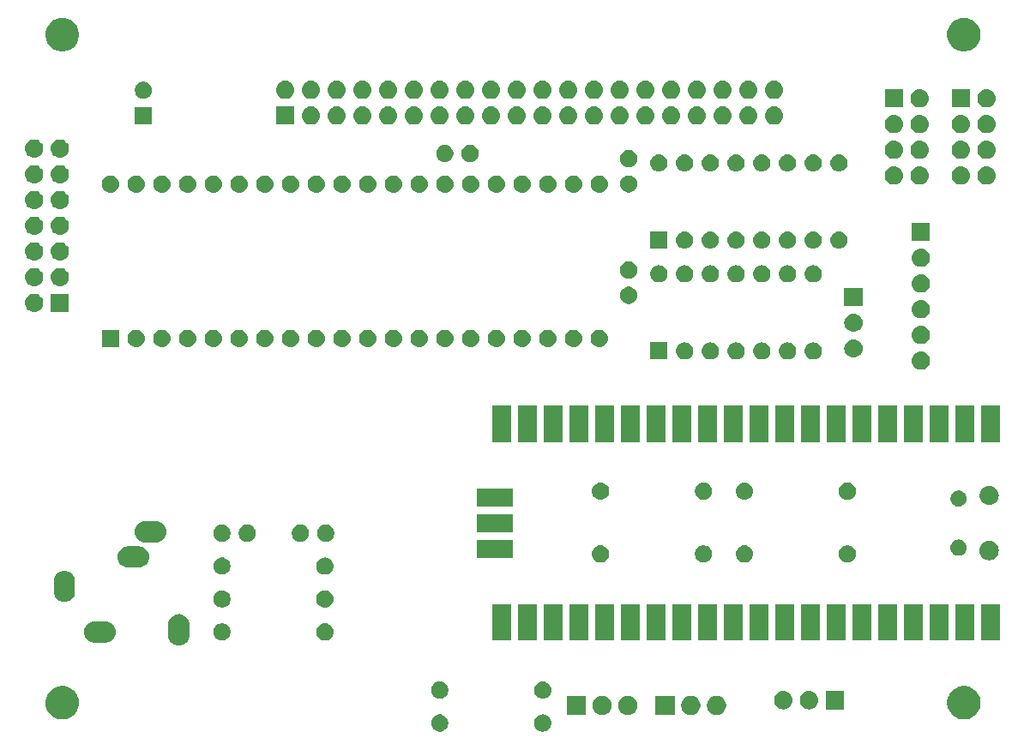
<source format=gts>
G04 #@! TF.GenerationSoftware,KiCad,Pcbnew,(5.1.4)-1*
G04 #@! TF.CreationDate,2021-08-08T15:03:38+09:00*
G04 #@! TF.ProjectId,KZ80-USBKBD,4b5a3830-2d55-4534-924b-42442e6b6963,rev?*
G04 #@! TF.SameCoordinates,Original*
G04 #@! TF.FileFunction,Soldermask,Top*
G04 #@! TF.FilePolarity,Negative*
%FSLAX46Y46*%
G04 Gerber Fmt 4.6, Leading zero omitted, Abs format (unit mm)*
G04 Created by KiCad (PCBNEW (5.1.4)-1) date 2021-08-08 15:03:38*
%MOMM*%
%LPD*%
G04 APERTURE LIST*
%ADD10C,0.100000*%
G04 APERTURE END LIST*
D10*
G36*
X145076823Y-125661313D02*
G01*
X145237242Y-125709976D01*
X145304361Y-125745852D01*
X145385078Y-125788996D01*
X145514659Y-125895341D01*
X145621004Y-126024922D01*
X145621005Y-126024924D01*
X145700024Y-126172758D01*
X145748687Y-126333177D01*
X145765117Y-126500000D01*
X145748687Y-126666823D01*
X145700024Y-126827242D01*
X145659477Y-126903100D01*
X145621004Y-126975078D01*
X145514659Y-127104659D01*
X145385078Y-127211004D01*
X145385076Y-127211005D01*
X145237242Y-127290024D01*
X145076823Y-127338687D01*
X144951804Y-127351000D01*
X144868196Y-127351000D01*
X144743177Y-127338687D01*
X144582758Y-127290024D01*
X144434924Y-127211005D01*
X144434922Y-127211004D01*
X144305341Y-127104659D01*
X144198996Y-126975078D01*
X144160523Y-126903100D01*
X144119976Y-126827242D01*
X144071313Y-126666823D01*
X144054883Y-126500000D01*
X144071313Y-126333177D01*
X144119976Y-126172758D01*
X144198995Y-126024924D01*
X144198996Y-126024922D01*
X144305341Y-125895341D01*
X144434922Y-125788996D01*
X144515639Y-125745852D01*
X144582758Y-125709976D01*
X144743177Y-125661313D01*
X144868196Y-125649000D01*
X144951804Y-125649000D01*
X145076823Y-125661313D01*
X145076823Y-125661313D01*
G37*
G36*
X134998228Y-125681703D02*
G01*
X135153100Y-125745853D01*
X135292481Y-125838985D01*
X135411015Y-125957519D01*
X135504147Y-126096900D01*
X135568297Y-126251772D01*
X135601000Y-126416184D01*
X135601000Y-126583816D01*
X135568297Y-126748228D01*
X135504147Y-126903100D01*
X135411015Y-127042481D01*
X135292481Y-127161015D01*
X135153100Y-127254147D01*
X134998228Y-127318297D01*
X134833816Y-127351000D01*
X134666184Y-127351000D01*
X134501772Y-127318297D01*
X134346900Y-127254147D01*
X134207519Y-127161015D01*
X134088985Y-127042481D01*
X133995853Y-126903100D01*
X133931703Y-126748228D01*
X133899000Y-126583816D01*
X133899000Y-126416184D01*
X133931703Y-126251772D01*
X133995853Y-126096900D01*
X134088985Y-125957519D01*
X134207519Y-125838985D01*
X134346900Y-125745853D01*
X134501772Y-125681703D01*
X134666184Y-125649000D01*
X134833816Y-125649000D01*
X134998228Y-125681703D01*
X134998228Y-125681703D01*
G37*
G36*
X97875256Y-122891298D02*
G01*
X97981579Y-122912447D01*
X98282042Y-123036903D01*
X98552451Y-123217585D01*
X98782415Y-123447549D01*
X98816278Y-123498229D01*
X98963098Y-123717960D01*
X98996666Y-123799000D01*
X99087553Y-124018421D01*
X99101530Y-124088687D01*
X99151000Y-124337389D01*
X99151000Y-124662611D01*
X99133022Y-124752991D01*
X99087553Y-124981579D01*
X98963097Y-125282042D01*
X98782415Y-125552451D01*
X98552451Y-125782415D01*
X98282042Y-125963097D01*
X97981579Y-126087553D01*
X97934588Y-126096900D01*
X97662611Y-126151000D01*
X97337389Y-126151000D01*
X97065412Y-126096900D01*
X97018421Y-126087553D01*
X96717958Y-125963097D01*
X96447549Y-125782415D01*
X96217585Y-125552451D01*
X96036903Y-125282042D01*
X95912447Y-124981579D01*
X95866978Y-124752991D01*
X95849000Y-124662611D01*
X95849000Y-124337389D01*
X95898470Y-124088687D01*
X95912447Y-124018421D01*
X96003334Y-123799000D01*
X96036902Y-123717960D01*
X96183722Y-123498229D01*
X96217585Y-123447549D01*
X96447549Y-123217585D01*
X96717958Y-123036903D01*
X97018421Y-122912447D01*
X97124744Y-122891298D01*
X97337389Y-122849000D01*
X97662611Y-122849000D01*
X97875256Y-122891298D01*
X97875256Y-122891298D01*
G37*
G36*
X186875256Y-122891298D02*
G01*
X186981579Y-122912447D01*
X187282042Y-123036903D01*
X187552451Y-123217585D01*
X187782415Y-123447549D01*
X187816278Y-123498229D01*
X187963098Y-123717960D01*
X187996666Y-123799000D01*
X188087553Y-124018421D01*
X188101530Y-124088687D01*
X188151000Y-124337389D01*
X188151000Y-124662611D01*
X188133022Y-124752991D01*
X188087553Y-124981579D01*
X187963097Y-125282042D01*
X187782415Y-125552451D01*
X187552451Y-125782415D01*
X187282042Y-125963097D01*
X186981579Y-126087553D01*
X186934588Y-126096900D01*
X186662611Y-126151000D01*
X186337389Y-126151000D01*
X186065412Y-126096900D01*
X186018421Y-126087553D01*
X185717958Y-125963097D01*
X185447549Y-125782415D01*
X185217585Y-125552451D01*
X185036903Y-125282042D01*
X184912447Y-124981579D01*
X184866978Y-124752991D01*
X184849000Y-124662611D01*
X184849000Y-124337389D01*
X184898470Y-124088687D01*
X184912447Y-124018421D01*
X185003334Y-123799000D01*
X185036902Y-123717960D01*
X185183722Y-123498229D01*
X185217585Y-123447549D01*
X185447549Y-123217585D01*
X185717958Y-123036903D01*
X186018421Y-122912447D01*
X186124744Y-122891298D01*
X186337389Y-122849000D01*
X186662611Y-122849000D01*
X186875256Y-122891298D01*
X186875256Y-122891298D01*
G37*
G36*
X151067395Y-123835546D02*
G01*
X151240466Y-123907234D01*
X151317818Y-123958919D01*
X151396227Y-124011310D01*
X151528690Y-124143773D01*
X151528691Y-124143775D01*
X151632766Y-124299534D01*
X151704454Y-124472605D01*
X151741000Y-124656333D01*
X151741000Y-124843667D01*
X151704454Y-125027395D01*
X151632766Y-125200466D01*
X151632765Y-125200467D01*
X151528690Y-125356227D01*
X151396227Y-125488690D01*
X151317818Y-125541081D01*
X151240466Y-125592766D01*
X151067395Y-125664454D01*
X150883667Y-125701000D01*
X150696333Y-125701000D01*
X150512605Y-125664454D01*
X150339534Y-125592766D01*
X150262182Y-125541081D01*
X150183773Y-125488690D01*
X150051310Y-125356227D01*
X149947235Y-125200467D01*
X149947234Y-125200466D01*
X149875546Y-125027395D01*
X149839000Y-124843667D01*
X149839000Y-124656333D01*
X149875546Y-124472605D01*
X149947234Y-124299534D01*
X150051309Y-124143775D01*
X150051310Y-124143773D01*
X150183773Y-124011310D01*
X150262182Y-123958919D01*
X150339534Y-123907234D01*
X150512605Y-123835546D01*
X150696333Y-123799000D01*
X150883667Y-123799000D01*
X151067395Y-123835546D01*
X151067395Y-123835546D01*
G37*
G36*
X153607395Y-123835546D02*
G01*
X153780466Y-123907234D01*
X153857818Y-123958919D01*
X153936227Y-124011310D01*
X154068690Y-124143773D01*
X154068691Y-124143775D01*
X154172766Y-124299534D01*
X154244454Y-124472605D01*
X154281000Y-124656333D01*
X154281000Y-124843667D01*
X154244454Y-125027395D01*
X154172766Y-125200466D01*
X154172765Y-125200467D01*
X154068690Y-125356227D01*
X153936227Y-125488690D01*
X153857818Y-125541081D01*
X153780466Y-125592766D01*
X153607395Y-125664454D01*
X153423667Y-125701000D01*
X153236333Y-125701000D01*
X153052605Y-125664454D01*
X152879534Y-125592766D01*
X152802182Y-125541081D01*
X152723773Y-125488690D01*
X152591310Y-125356227D01*
X152487235Y-125200467D01*
X152487234Y-125200466D01*
X152415546Y-125027395D01*
X152379000Y-124843667D01*
X152379000Y-124656333D01*
X152415546Y-124472605D01*
X152487234Y-124299534D01*
X152591309Y-124143775D01*
X152591310Y-124143773D01*
X152723773Y-124011310D01*
X152802182Y-123958919D01*
X152879534Y-123907234D01*
X153052605Y-123835546D01*
X153236333Y-123799000D01*
X153423667Y-123799000D01*
X153607395Y-123835546D01*
X153607395Y-123835546D01*
G37*
G36*
X157951000Y-125701000D02*
G01*
X156049000Y-125701000D01*
X156049000Y-123799000D01*
X157951000Y-123799000D01*
X157951000Y-125701000D01*
X157951000Y-125701000D01*
G37*
G36*
X159817395Y-123835546D02*
G01*
X159990466Y-123907234D01*
X160067818Y-123958919D01*
X160146227Y-124011310D01*
X160278690Y-124143773D01*
X160278691Y-124143775D01*
X160382766Y-124299534D01*
X160454454Y-124472605D01*
X160491000Y-124656333D01*
X160491000Y-124843667D01*
X160454454Y-125027395D01*
X160382766Y-125200466D01*
X160382765Y-125200467D01*
X160278690Y-125356227D01*
X160146227Y-125488690D01*
X160067818Y-125541081D01*
X159990466Y-125592766D01*
X159817395Y-125664454D01*
X159633667Y-125701000D01*
X159446333Y-125701000D01*
X159262605Y-125664454D01*
X159089534Y-125592766D01*
X159012182Y-125541081D01*
X158933773Y-125488690D01*
X158801310Y-125356227D01*
X158697235Y-125200467D01*
X158697234Y-125200466D01*
X158625546Y-125027395D01*
X158589000Y-124843667D01*
X158589000Y-124656333D01*
X158625546Y-124472605D01*
X158697234Y-124299534D01*
X158801309Y-124143775D01*
X158801310Y-124143773D01*
X158933773Y-124011310D01*
X159012182Y-123958919D01*
X159089534Y-123907234D01*
X159262605Y-123835546D01*
X159446333Y-123799000D01*
X159633667Y-123799000D01*
X159817395Y-123835546D01*
X159817395Y-123835546D01*
G37*
G36*
X162357395Y-123835546D02*
G01*
X162530466Y-123907234D01*
X162607818Y-123958919D01*
X162686227Y-124011310D01*
X162818690Y-124143773D01*
X162818691Y-124143775D01*
X162922766Y-124299534D01*
X162994454Y-124472605D01*
X163031000Y-124656333D01*
X163031000Y-124843667D01*
X162994454Y-125027395D01*
X162922766Y-125200466D01*
X162922765Y-125200467D01*
X162818690Y-125356227D01*
X162686227Y-125488690D01*
X162607818Y-125541081D01*
X162530466Y-125592766D01*
X162357395Y-125664454D01*
X162173667Y-125701000D01*
X161986333Y-125701000D01*
X161802605Y-125664454D01*
X161629534Y-125592766D01*
X161552182Y-125541081D01*
X161473773Y-125488690D01*
X161341310Y-125356227D01*
X161237235Y-125200467D01*
X161237234Y-125200466D01*
X161165546Y-125027395D01*
X161129000Y-124843667D01*
X161129000Y-124656333D01*
X161165546Y-124472605D01*
X161237234Y-124299534D01*
X161341309Y-124143775D01*
X161341310Y-124143773D01*
X161473773Y-124011310D01*
X161552182Y-123958919D01*
X161629534Y-123907234D01*
X161802605Y-123835546D01*
X161986333Y-123799000D01*
X162173667Y-123799000D01*
X162357395Y-123835546D01*
X162357395Y-123835546D01*
G37*
G36*
X149201000Y-125701000D02*
G01*
X147299000Y-125701000D01*
X147299000Y-123799000D01*
X149201000Y-123799000D01*
X149201000Y-125701000D01*
X149201000Y-125701000D01*
G37*
G36*
X168780443Y-123355519D02*
G01*
X168846627Y-123362037D01*
X169016466Y-123413557D01*
X169172991Y-123497222D01*
X169208729Y-123526552D01*
X169310186Y-123609814D01*
X169393448Y-123711271D01*
X169422778Y-123747009D01*
X169506443Y-123903534D01*
X169557963Y-124073373D01*
X169575359Y-124250000D01*
X169557963Y-124426627D01*
X169506443Y-124596466D01*
X169422778Y-124752991D01*
X169393448Y-124788729D01*
X169310186Y-124890186D01*
X169208729Y-124973448D01*
X169172991Y-125002778D01*
X169016466Y-125086443D01*
X168846627Y-125137963D01*
X168780443Y-125144481D01*
X168714260Y-125151000D01*
X168625740Y-125151000D01*
X168559557Y-125144481D01*
X168493373Y-125137963D01*
X168323534Y-125086443D01*
X168167009Y-125002778D01*
X168131271Y-124973448D01*
X168029814Y-124890186D01*
X167946552Y-124788729D01*
X167917222Y-124752991D01*
X167833557Y-124596466D01*
X167782037Y-124426627D01*
X167764641Y-124250000D01*
X167782037Y-124073373D01*
X167833557Y-123903534D01*
X167917222Y-123747009D01*
X167946552Y-123711271D01*
X168029814Y-123609814D01*
X168131271Y-123526552D01*
X168167009Y-123497222D01*
X168323534Y-123413557D01*
X168493373Y-123362037D01*
X168559557Y-123355519D01*
X168625740Y-123349000D01*
X168714260Y-123349000D01*
X168780443Y-123355519D01*
X168780443Y-123355519D01*
G37*
G36*
X174651000Y-125151000D02*
G01*
X172849000Y-125151000D01*
X172849000Y-123349000D01*
X174651000Y-123349000D01*
X174651000Y-125151000D01*
X174651000Y-125151000D01*
G37*
G36*
X171320443Y-123355519D02*
G01*
X171386627Y-123362037D01*
X171556466Y-123413557D01*
X171712991Y-123497222D01*
X171748729Y-123526552D01*
X171850186Y-123609814D01*
X171933448Y-123711271D01*
X171962778Y-123747009D01*
X172046443Y-123903534D01*
X172097963Y-124073373D01*
X172115359Y-124250000D01*
X172097963Y-124426627D01*
X172046443Y-124596466D01*
X171962778Y-124752991D01*
X171933448Y-124788729D01*
X171850186Y-124890186D01*
X171748729Y-124973448D01*
X171712991Y-125002778D01*
X171556466Y-125086443D01*
X171386627Y-125137963D01*
X171320443Y-125144481D01*
X171254260Y-125151000D01*
X171165740Y-125151000D01*
X171099557Y-125144481D01*
X171033373Y-125137963D01*
X170863534Y-125086443D01*
X170707009Y-125002778D01*
X170671271Y-124973448D01*
X170569814Y-124890186D01*
X170486552Y-124788729D01*
X170457222Y-124752991D01*
X170373557Y-124596466D01*
X170322037Y-124426627D01*
X170304641Y-124250000D01*
X170322037Y-124073373D01*
X170373557Y-123903534D01*
X170457222Y-123747009D01*
X170486552Y-123711271D01*
X170569814Y-123609814D01*
X170671271Y-123526552D01*
X170707009Y-123497222D01*
X170863534Y-123413557D01*
X171033373Y-123362037D01*
X171099557Y-123355519D01*
X171165740Y-123349000D01*
X171254260Y-123349000D01*
X171320443Y-123355519D01*
X171320443Y-123355519D01*
G37*
G36*
X145076823Y-122411313D02*
G01*
X145237242Y-122459976D01*
X145304361Y-122495852D01*
X145385078Y-122538996D01*
X145514659Y-122645341D01*
X145621004Y-122774922D01*
X145621005Y-122774924D01*
X145700024Y-122922758D01*
X145748687Y-123083177D01*
X145765117Y-123250000D01*
X145748687Y-123416823D01*
X145700024Y-123577242D01*
X145659477Y-123653100D01*
X145621004Y-123725078D01*
X145514659Y-123854659D01*
X145385078Y-123961004D01*
X145385076Y-123961005D01*
X145237242Y-124040024D01*
X145076823Y-124088687D01*
X144951804Y-124101000D01*
X144868196Y-124101000D01*
X144743177Y-124088687D01*
X144582758Y-124040024D01*
X144434924Y-123961005D01*
X144434922Y-123961004D01*
X144305341Y-123854659D01*
X144198996Y-123725078D01*
X144160523Y-123653100D01*
X144119976Y-123577242D01*
X144071313Y-123416823D01*
X144054883Y-123250000D01*
X144071313Y-123083177D01*
X144119976Y-122922758D01*
X144198995Y-122774924D01*
X144198996Y-122774922D01*
X144305341Y-122645341D01*
X144434922Y-122538996D01*
X144515639Y-122495852D01*
X144582758Y-122459976D01*
X144743177Y-122411313D01*
X144868196Y-122399000D01*
X144951804Y-122399000D01*
X145076823Y-122411313D01*
X145076823Y-122411313D01*
G37*
G36*
X134998228Y-122431703D02*
G01*
X135153100Y-122495853D01*
X135292481Y-122588985D01*
X135411015Y-122707519D01*
X135504147Y-122846900D01*
X135568297Y-123001772D01*
X135601000Y-123166184D01*
X135601000Y-123333816D01*
X135568297Y-123498228D01*
X135504147Y-123653100D01*
X135411015Y-123792481D01*
X135292481Y-123911015D01*
X135153100Y-124004147D01*
X134998228Y-124068297D01*
X134833816Y-124101000D01*
X134666184Y-124101000D01*
X134501772Y-124068297D01*
X134346900Y-124004147D01*
X134207519Y-123911015D01*
X134088985Y-123792481D01*
X133995853Y-123653100D01*
X133931703Y-123498228D01*
X133899000Y-123333816D01*
X133899000Y-123166184D01*
X133931703Y-123001772D01*
X133995853Y-122846900D01*
X134088985Y-122707519D01*
X134207519Y-122588985D01*
X134346900Y-122495853D01*
X134501772Y-122431703D01*
X134666184Y-122399000D01*
X134833816Y-122399000D01*
X134998228Y-122431703D01*
X134998228Y-122431703D01*
G37*
G36*
X109206031Y-115764207D02*
G01*
X109378834Y-115816627D01*
X109404148Y-115824306D01*
X109470030Y-115859521D01*
X109586729Y-115921897D01*
X109746765Y-116053235D01*
X109878103Y-116213271D01*
X109878104Y-116213273D01*
X109975694Y-116395851D01*
X109975694Y-116395852D01*
X109975695Y-116395854D01*
X110035793Y-116593968D01*
X110035793Y-116593970D01*
X110047219Y-116709975D01*
X110051000Y-116748370D01*
X110051000Y-117851630D01*
X110035793Y-118006032D01*
X110005874Y-118104659D01*
X109975694Y-118204149D01*
X109972029Y-118211005D01*
X109878103Y-118386729D01*
X109746765Y-118546765D01*
X109586729Y-118678103D01*
X109500975Y-118723939D01*
X109404149Y-118775694D01*
X109404146Y-118775695D01*
X109206032Y-118835793D01*
X109000000Y-118856085D01*
X108793969Y-118835793D01*
X108595855Y-118775695D01*
X108595852Y-118775694D01*
X108499026Y-118723939D01*
X108413272Y-118678103D01*
X108253236Y-118546765D01*
X108121898Y-118386729D01*
X108099184Y-118344235D01*
X108024305Y-118204147D01*
X107964207Y-118006030D01*
X107949000Y-117851631D01*
X107949000Y-116748370D01*
X107958787Y-116649000D01*
X107964207Y-116593969D01*
X108024305Y-116395855D01*
X108024306Y-116395852D01*
X108059521Y-116329970D01*
X108121897Y-116213271D01*
X108253235Y-116053235D01*
X108413271Y-115921897D01*
X108499025Y-115876061D01*
X108595851Y-115824306D01*
X108621165Y-115816627D01*
X108793968Y-115764207D01*
X109000000Y-115743915D01*
X109206031Y-115764207D01*
X109206031Y-115764207D01*
G37*
G36*
X101803097Y-116454069D02*
G01*
X101906032Y-116464207D01*
X102104146Y-116524305D01*
X102104149Y-116524306D01*
X102200975Y-116576061D01*
X102286729Y-116621897D01*
X102446765Y-116753235D01*
X102578103Y-116913271D01*
X102601754Y-116957519D01*
X102675694Y-117095851D01*
X102675695Y-117095854D01*
X102735793Y-117293968D01*
X102756085Y-117500000D01*
X102735793Y-117706032D01*
X102699024Y-117827242D01*
X102675694Y-117904149D01*
X102637781Y-117975078D01*
X102578103Y-118086729D01*
X102446765Y-118246765D01*
X102286729Y-118378103D01*
X102200975Y-118423939D01*
X102104149Y-118475694D01*
X102104146Y-118475695D01*
X101906032Y-118535793D01*
X101803097Y-118545931D01*
X101751631Y-118551000D01*
X100648369Y-118551000D01*
X100596903Y-118545931D01*
X100493968Y-118535793D01*
X100295854Y-118475695D01*
X100295851Y-118475694D01*
X100199025Y-118423939D01*
X100113271Y-118378103D01*
X99953235Y-118246765D01*
X99821897Y-118086729D01*
X99762219Y-117975078D01*
X99724306Y-117904149D01*
X99700976Y-117827242D01*
X99664207Y-117706032D01*
X99643915Y-117500000D01*
X99664207Y-117293968D01*
X99724305Y-117095854D01*
X99724306Y-117095851D01*
X99798246Y-116957519D01*
X99821897Y-116913271D01*
X99953235Y-116753235D01*
X100113271Y-116621897D01*
X100199025Y-116576061D01*
X100295851Y-116524306D01*
X100295854Y-116524305D01*
X100493968Y-116464207D01*
X100596903Y-116454069D01*
X100648369Y-116449000D01*
X101751631Y-116449000D01*
X101803097Y-116454069D01*
X101803097Y-116454069D01*
G37*
G36*
X113498228Y-116681703D02*
G01*
X113653100Y-116745853D01*
X113792481Y-116838985D01*
X113911015Y-116957519D01*
X114004147Y-117096900D01*
X114068297Y-117251772D01*
X114101000Y-117416184D01*
X114101000Y-117583816D01*
X114068297Y-117748228D01*
X114004147Y-117903100D01*
X113911015Y-118042481D01*
X113792481Y-118161015D01*
X113653100Y-118254147D01*
X113498228Y-118318297D01*
X113333816Y-118351000D01*
X113166184Y-118351000D01*
X113001772Y-118318297D01*
X112846900Y-118254147D01*
X112707519Y-118161015D01*
X112588985Y-118042481D01*
X112495853Y-117903100D01*
X112431703Y-117748228D01*
X112399000Y-117583816D01*
X112399000Y-117416184D01*
X112431703Y-117251772D01*
X112495853Y-117096900D01*
X112588985Y-116957519D01*
X112707519Y-116838985D01*
X112846900Y-116745853D01*
X113001772Y-116681703D01*
X113166184Y-116649000D01*
X113333816Y-116649000D01*
X113498228Y-116681703D01*
X113498228Y-116681703D01*
G37*
G36*
X123576823Y-116661313D02*
G01*
X123737242Y-116709976D01*
X123869906Y-116780886D01*
X123885078Y-116788996D01*
X124014659Y-116895341D01*
X124121004Y-117024922D01*
X124121005Y-117024924D01*
X124200024Y-117172758D01*
X124248687Y-117333177D01*
X124265117Y-117500000D01*
X124248687Y-117666823D01*
X124200024Y-117827242D01*
X124159477Y-117903100D01*
X124121004Y-117975078D01*
X124014659Y-118104659D01*
X123885078Y-118211004D01*
X123885076Y-118211005D01*
X123737242Y-118290024D01*
X123576823Y-118338687D01*
X123451804Y-118351000D01*
X123368196Y-118351000D01*
X123243177Y-118338687D01*
X123082758Y-118290024D01*
X122934924Y-118211005D01*
X122934922Y-118211004D01*
X122805341Y-118104659D01*
X122698996Y-117975078D01*
X122660523Y-117903100D01*
X122619976Y-117827242D01*
X122571313Y-117666823D01*
X122554883Y-117500000D01*
X122571313Y-117333177D01*
X122619976Y-117172758D01*
X122698995Y-117024924D01*
X122698996Y-117024922D01*
X122805341Y-116895341D01*
X122934922Y-116788996D01*
X122950094Y-116780886D01*
X123082758Y-116709976D01*
X123243177Y-116661313D01*
X123368196Y-116649000D01*
X123451804Y-116649000D01*
X123576823Y-116661313D01*
X123576823Y-116661313D01*
G37*
G36*
X146851000Y-118341000D02*
G01*
X145049000Y-118341000D01*
X145049000Y-114739000D01*
X146851000Y-114739000D01*
X146851000Y-118341000D01*
X146851000Y-118341000D01*
G37*
G36*
X141771000Y-115589600D02*
G01*
X141771602Y-115601852D01*
X141775359Y-115640000D01*
X141771602Y-115678148D01*
X141771000Y-115690400D01*
X141771000Y-118341000D01*
X139969000Y-118341000D01*
X139969000Y-115690400D01*
X139968398Y-115678148D01*
X139964641Y-115640000D01*
X139968398Y-115601852D01*
X139969000Y-115589600D01*
X139969000Y-114739000D01*
X141771000Y-114739000D01*
X141771000Y-115589600D01*
X141771000Y-115589600D01*
G37*
G36*
X149391000Y-115589600D02*
G01*
X149391602Y-115601852D01*
X149395359Y-115640000D01*
X149391602Y-115678148D01*
X149391000Y-115690400D01*
X149391000Y-118341000D01*
X147589000Y-118341000D01*
X147589000Y-115690400D01*
X147588398Y-115678148D01*
X147584641Y-115640000D01*
X147588398Y-115601852D01*
X147589000Y-115589600D01*
X147589000Y-114739000D01*
X149391000Y-114739000D01*
X149391000Y-115589600D01*
X149391000Y-115589600D01*
G37*
G36*
X151931000Y-115589600D02*
G01*
X151931602Y-115601852D01*
X151935359Y-115640000D01*
X151931602Y-115678148D01*
X151931000Y-115690400D01*
X151931000Y-118341000D01*
X150129000Y-118341000D01*
X150129000Y-115690400D01*
X150128398Y-115678148D01*
X150124641Y-115640000D01*
X150128398Y-115601852D01*
X150129000Y-115589600D01*
X150129000Y-114739000D01*
X151931000Y-114739000D01*
X151931000Y-115589600D01*
X151931000Y-115589600D01*
G37*
G36*
X154471000Y-115589600D02*
G01*
X154471602Y-115601852D01*
X154475359Y-115640000D01*
X154471602Y-115678148D01*
X154471000Y-115690400D01*
X154471000Y-118341000D01*
X152669000Y-118341000D01*
X152669000Y-115690400D01*
X152668398Y-115678148D01*
X152664641Y-115640000D01*
X152668398Y-115601852D01*
X152669000Y-115589600D01*
X152669000Y-114739000D01*
X154471000Y-114739000D01*
X154471000Y-115589600D01*
X154471000Y-115589600D01*
G37*
G36*
X157011000Y-115589600D02*
G01*
X157011602Y-115601852D01*
X157015359Y-115640000D01*
X157011602Y-115678148D01*
X157011000Y-115690400D01*
X157011000Y-118341000D01*
X155209000Y-118341000D01*
X155209000Y-115690400D01*
X155208398Y-115678148D01*
X155204641Y-115640000D01*
X155208398Y-115601852D01*
X155209000Y-115589600D01*
X155209000Y-114739000D01*
X157011000Y-114739000D01*
X157011000Y-115589600D01*
X157011000Y-115589600D01*
G37*
G36*
X159551000Y-118341000D02*
G01*
X157749000Y-118341000D01*
X157749000Y-114739000D01*
X159551000Y-114739000D01*
X159551000Y-118341000D01*
X159551000Y-118341000D01*
G37*
G36*
X162091000Y-115589600D02*
G01*
X162091602Y-115601852D01*
X162095359Y-115640000D01*
X162091602Y-115678148D01*
X162091000Y-115690400D01*
X162091000Y-118341000D01*
X160289000Y-118341000D01*
X160289000Y-115690400D01*
X160288398Y-115678148D01*
X160284641Y-115640000D01*
X160288398Y-115601852D01*
X160289000Y-115589600D01*
X160289000Y-114739000D01*
X162091000Y-114739000D01*
X162091000Y-115589600D01*
X162091000Y-115589600D01*
G37*
G36*
X190031000Y-115589600D02*
G01*
X190031602Y-115601852D01*
X190035359Y-115640000D01*
X190031602Y-115678148D01*
X190031000Y-115690400D01*
X190031000Y-118341000D01*
X188229000Y-118341000D01*
X188229000Y-115690400D01*
X188228398Y-115678148D01*
X188224641Y-115640000D01*
X188228398Y-115601852D01*
X188229000Y-115589600D01*
X188229000Y-114739000D01*
X190031000Y-114739000D01*
X190031000Y-115589600D01*
X190031000Y-115589600D01*
G37*
G36*
X144311000Y-115589600D02*
G01*
X144311602Y-115601852D01*
X144315359Y-115640000D01*
X144311602Y-115678148D01*
X144311000Y-115690400D01*
X144311000Y-118341000D01*
X142509000Y-118341000D01*
X142509000Y-115690400D01*
X142508398Y-115678148D01*
X142504641Y-115640000D01*
X142508398Y-115601852D01*
X142509000Y-115589600D01*
X142509000Y-114739000D01*
X144311000Y-114739000D01*
X144311000Y-115589600D01*
X144311000Y-115589600D01*
G37*
G36*
X187491000Y-115589600D02*
G01*
X187491602Y-115601852D01*
X187495359Y-115640000D01*
X187491602Y-115678148D01*
X187491000Y-115690400D01*
X187491000Y-118341000D01*
X185689000Y-118341000D01*
X185689000Y-115690400D01*
X185688398Y-115678148D01*
X185684641Y-115640000D01*
X185688398Y-115601852D01*
X185689000Y-115589600D01*
X185689000Y-114739000D01*
X187491000Y-114739000D01*
X187491000Y-115589600D01*
X187491000Y-115589600D01*
G37*
G36*
X184951000Y-118341000D02*
G01*
X183149000Y-118341000D01*
X183149000Y-114739000D01*
X184951000Y-114739000D01*
X184951000Y-118341000D01*
X184951000Y-118341000D01*
G37*
G36*
X164631000Y-115589600D02*
G01*
X164631602Y-115601852D01*
X164635359Y-115640000D01*
X164631602Y-115678148D01*
X164631000Y-115690400D01*
X164631000Y-118341000D01*
X162829000Y-118341000D01*
X162829000Y-115690400D01*
X162828398Y-115678148D01*
X162824641Y-115640000D01*
X162828398Y-115601852D01*
X162829000Y-115589600D01*
X162829000Y-114739000D01*
X164631000Y-114739000D01*
X164631000Y-115589600D01*
X164631000Y-115589600D01*
G37*
G36*
X167171000Y-115589600D02*
G01*
X167171602Y-115601852D01*
X167175359Y-115640000D01*
X167171602Y-115678148D01*
X167171000Y-115690400D01*
X167171000Y-118341000D01*
X165369000Y-118341000D01*
X165369000Y-115690400D01*
X165368398Y-115678148D01*
X165364641Y-115640000D01*
X165368398Y-115601852D01*
X165369000Y-115589600D01*
X165369000Y-114739000D01*
X167171000Y-114739000D01*
X167171000Y-115589600D01*
X167171000Y-115589600D01*
G37*
G36*
X169711000Y-115589600D02*
G01*
X169711602Y-115601852D01*
X169715359Y-115640000D01*
X169711602Y-115678148D01*
X169711000Y-115690400D01*
X169711000Y-118341000D01*
X167909000Y-118341000D01*
X167909000Y-115690400D01*
X167908398Y-115678148D01*
X167904641Y-115640000D01*
X167908398Y-115601852D01*
X167909000Y-115589600D01*
X167909000Y-114739000D01*
X169711000Y-114739000D01*
X169711000Y-115589600D01*
X169711000Y-115589600D01*
G37*
G36*
X172251000Y-118341000D02*
G01*
X170449000Y-118341000D01*
X170449000Y-114739000D01*
X172251000Y-114739000D01*
X172251000Y-118341000D01*
X172251000Y-118341000D01*
G37*
G36*
X174791000Y-115589600D02*
G01*
X174791602Y-115601852D01*
X174795359Y-115640000D01*
X174791602Y-115678148D01*
X174791000Y-115690400D01*
X174791000Y-118341000D01*
X172989000Y-118341000D01*
X172989000Y-115690400D01*
X172988398Y-115678148D01*
X172984641Y-115640000D01*
X172988398Y-115601852D01*
X172989000Y-115589600D01*
X172989000Y-114739000D01*
X174791000Y-114739000D01*
X174791000Y-115589600D01*
X174791000Y-115589600D01*
G37*
G36*
X177331000Y-115589600D02*
G01*
X177331602Y-115601852D01*
X177335359Y-115640000D01*
X177331602Y-115678148D01*
X177331000Y-115690400D01*
X177331000Y-118341000D01*
X175529000Y-118341000D01*
X175529000Y-115690400D01*
X175528398Y-115678148D01*
X175524641Y-115640000D01*
X175528398Y-115601852D01*
X175529000Y-115589600D01*
X175529000Y-114739000D01*
X177331000Y-114739000D01*
X177331000Y-115589600D01*
X177331000Y-115589600D01*
G37*
G36*
X179871000Y-115589600D02*
G01*
X179871602Y-115601852D01*
X179875359Y-115640000D01*
X179871602Y-115678148D01*
X179871000Y-115690400D01*
X179871000Y-118341000D01*
X178069000Y-118341000D01*
X178069000Y-115690400D01*
X178068398Y-115678148D01*
X178064641Y-115640000D01*
X178068398Y-115601852D01*
X178069000Y-115589600D01*
X178069000Y-114739000D01*
X179871000Y-114739000D01*
X179871000Y-115589600D01*
X179871000Y-115589600D01*
G37*
G36*
X182411000Y-115589600D02*
G01*
X182411602Y-115601852D01*
X182415359Y-115640000D01*
X182411602Y-115678148D01*
X182411000Y-115690400D01*
X182411000Y-118341000D01*
X180609000Y-118341000D01*
X180609000Y-115690400D01*
X180608398Y-115678148D01*
X180604641Y-115640000D01*
X180608398Y-115601852D01*
X180609000Y-115589600D01*
X180609000Y-114739000D01*
X182411000Y-114739000D01*
X182411000Y-115589600D01*
X182411000Y-115589600D01*
G37*
G36*
X123576823Y-113411313D02*
G01*
X123737242Y-113459976D01*
X123804361Y-113495852D01*
X123885078Y-113538996D01*
X124014659Y-113645341D01*
X124121004Y-113774922D01*
X124121005Y-113774924D01*
X124200024Y-113922758D01*
X124248687Y-114083177D01*
X124265117Y-114250000D01*
X124248687Y-114416823D01*
X124200024Y-114577242D01*
X124159477Y-114653100D01*
X124121004Y-114725078D01*
X124014659Y-114854659D01*
X123885078Y-114961004D01*
X123885076Y-114961005D01*
X123737242Y-115040024D01*
X123576823Y-115088687D01*
X123451804Y-115101000D01*
X123368196Y-115101000D01*
X123243177Y-115088687D01*
X123082758Y-115040024D01*
X122934924Y-114961005D01*
X122934922Y-114961004D01*
X122805341Y-114854659D01*
X122698996Y-114725078D01*
X122660523Y-114653100D01*
X122619976Y-114577242D01*
X122571313Y-114416823D01*
X122554883Y-114250000D01*
X122571313Y-114083177D01*
X122619976Y-113922758D01*
X122698995Y-113774924D01*
X122698996Y-113774922D01*
X122805341Y-113645341D01*
X122934922Y-113538996D01*
X123015639Y-113495852D01*
X123082758Y-113459976D01*
X123243177Y-113411313D01*
X123368196Y-113399000D01*
X123451804Y-113399000D01*
X123576823Y-113411313D01*
X123576823Y-113411313D01*
G37*
G36*
X113498228Y-113431703D02*
G01*
X113653100Y-113495853D01*
X113792481Y-113588985D01*
X113911015Y-113707519D01*
X114004147Y-113846900D01*
X114068297Y-114001772D01*
X114101000Y-114166184D01*
X114101000Y-114333816D01*
X114068297Y-114498228D01*
X114004147Y-114653100D01*
X113911015Y-114792481D01*
X113792481Y-114911015D01*
X113653100Y-115004147D01*
X113498228Y-115068297D01*
X113333816Y-115101000D01*
X113166184Y-115101000D01*
X113001772Y-115068297D01*
X112846900Y-115004147D01*
X112707519Y-114911015D01*
X112588985Y-114792481D01*
X112495853Y-114653100D01*
X112431703Y-114498228D01*
X112399000Y-114333816D01*
X112399000Y-114166184D01*
X112431703Y-114001772D01*
X112495853Y-113846900D01*
X112588985Y-113707519D01*
X112707519Y-113588985D01*
X112846900Y-113495853D01*
X113001772Y-113431703D01*
X113166184Y-113399000D01*
X113333816Y-113399000D01*
X113498228Y-113431703D01*
X113498228Y-113431703D01*
G37*
G36*
X97906031Y-111464207D02*
G01*
X98104145Y-111524305D01*
X98104148Y-111524306D01*
X98170030Y-111559521D01*
X98286729Y-111621897D01*
X98446765Y-111753235D01*
X98578103Y-111913271D01*
X98578104Y-111913273D01*
X98675694Y-112095851D01*
X98675694Y-112095852D01*
X98675695Y-112095854D01*
X98735793Y-112293968D01*
X98751000Y-112448370D01*
X98751000Y-113551630D01*
X98735793Y-113706032D01*
X98675695Y-113904146D01*
X98675694Y-113904149D01*
X98623939Y-114000975D01*
X98578103Y-114086729D01*
X98446765Y-114246765D01*
X98286729Y-114378103D01*
X98214288Y-114416823D01*
X98104149Y-114475694D01*
X98104146Y-114475695D01*
X97906032Y-114535793D01*
X97700000Y-114556085D01*
X97493969Y-114535793D01*
X97295855Y-114475695D01*
X97295852Y-114475694D01*
X97185713Y-114416823D01*
X97113272Y-114378103D01*
X96953236Y-114246765D01*
X96821898Y-114086729D01*
X96799184Y-114044235D01*
X96724305Y-113904147D01*
X96664207Y-113706030D01*
X96649000Y-113551631D01*
X96649000Y-112448370D01*
X96664207Y-112293971D01*
X96664207Y-112293969D01*
X96724305Y-112095855D01*
X96724306Y-112095852D01*
X96759521Y-112029970D01*
X96821897Y-111913271D01*
X96953235Y-111753235D01*
X97113271Y-111621897D01*
X97199025Y-111576061D01*
X97295851Y-111524306D01*
X97295854Y-111524305D01*
X97493968Y-111464207D01*
X97700000Y-111443915D01*
X97906031Y-111464207D01*
X97906031Y-111464207D01*
G37*
G36*
X123576823Y-110161313D02*
G01*
X123737242Y-110209976D01*
X123848704Y-110269554D01*
X123885078Y-110288996D01*
X124014659Y-110395341D01*
X124121004Y-110524922D01*
X124121005Y-110524924D01*
X124200024Y-110672758D01*
X124248687Y-110833177D01*
X124265117Y-111000000D01*
X124248687Y-111166823D01*
X124200024Y-111327242D01*
X124159477Y-111403100D01*
X124121004Y-111475078D01*
X124014659Y-111604659D01*
X123885078Y-111711004D01*
X123885076Y-111711005D01*
X123737242Y-111790024D01*
X123576823Y-111838687D01*
X123451804Y-111851000D01*
X123368196Y-111851000D01*
X123243177Y-111838687D01*
X123082758Y-111790024D01*
X122934924Y-111711005D01*
X122934922Y-111711004D01*
X122805341Y-111604659D01*
X122698996Y-111475078D01*
X122660523Y-111403100D01*
X122619976Y-111327242D01*
X122571313Y-111166823D01*
X122554883Y-111000000D01*
X122571313Y-110833177D01*
X122619976Y-110672758D01*
X122698995Y-110524924D01*
X122698996Y-110524922D01*
X122805341Y-110395341D01*
X122934922Y-110288996D01*
X122971296Y-110269554D01*
X123082758Y-110209976D01*
X123243177Y-110161313D01*
X123368196Y-110149000D01*
X123451804Y-110149000D01*
X123576823Y-110161313D01*
X123576823Y-110161313D01*
G37*
G36*
X113498228Y-110181703D02*
G01*
X113653100Y-110245853D01*
X113792481Y-110338985D01*
X113911015Y-110457519D01*
X114004147Y-110596900D01*
X114068297Y-110751772D01*
X114101000Y-110916184D01*
X114101000Y-111083816D01*
X114068297Y-111248228D01*
X114004147Y-111403100D01*
X113911015Y-111542481D01*
X113792481Y-111661015D01*
X113653100Y-111754147D01*
X113498228Y-111818297D01*
X113333816Y-111851000D01*
X113166184Y-111851000D01*
X113001772Y-111818297D01*
X112846900Y-111754147D01*
X112707519Y-111661015D01*
X112588985Y-111542481D01*
X112495853Y-111403100D01*
X112431703Y-111248228D01*
X112399000Y-111083816D01*
X112399000Y-110916184D01*
X112431703Y-110751772D01*
X112495853Y-110596900D01*
X112588985Y-110457519D01*
X112707519Y-110338985D01*
X112846900Y-110245853D01*
X113001772Y-110181703D01*
X113166184Y-110149000D01*
X113333816Y-110149000D01*
X113498228Y-110181703D01*
X113498228Y-110181703D01*
G37*
G36*
X105103097Y-109054069D02*
G01*
X105206032Y-109064207D01*
X105368108Y-109113373D01*
X105404149Y-109124306D01*
X105431611Y-109138985D01*
X105586729Y-109221897D01*
X105746765Y-109353235D01*
X105878103Y-109513271D01*
X105898682Y-109551772D01*
X105975694Y-109695851D01*
X105975695Y-109695854D01*
X106035793Y-109893968D01*
X106056085Y-110100000D01*
X106035793Y-110306032D01*
X105989839Y-110457519D01*
X105975694Y-110504149D01*
X105964589Y-110524924D01*
X105878103Y-110686729D01*
X105746765Y-110846765D01*
X105586729Y-110978103D01*
X105545762Y-111000000D01*
X105404149Y-111075694D01*
X105404146Y-111075695D01*
X105206032Y-111135793D01*
X105103097Y-111145931D01*
X105051631Y-111151000D01*
X103948369Y-111151000D01*
X103896903Y-111145931D01*
X103793968Y-111135793D01*
X103595854Y-111075695D01*
X103595851Y-111075694D01*
X103454238Y-111000000D01*
X103413271Y-110978103D01*
X103253235Y-110846765D01*
X103121897Y-110686729D01*
X103035411Y-110524924D01*
X103024306Y-110504149D01*
X103010161Y-110457519D01*
X102964207Y-110306032D01*
X102943915Y-110100000D01*
X102964207Y-109893968D01*
X103024305Y-109695854D01*
X103024306Y-109695851D01*
X103101318Y-109551772D01*
X103121897Y-109513271D01*
X103253235Y-109353235D01*
X103413271Y-109221897D01*
X103568389Y-109138985D01*
X103595851Y-109124306D01*
X103631892Y-109113373D01*
X103793968Y-109064207D01*
X103896903Y-109054069D01*
X103948369Y-109049000D01*
X105051631Y-109049000D01*
X105103097Y-109054069D01*
X105103097Y-109054069D01*
G37*
G36*
X150806823Y-108961313D02*
G01*
X150967242Y-109009976D01*
X151068701Y-109064207D01*
X151115078Y-109088996D01*
X151244659Y-109195341D01*
X151351004Y-109324922D01*
X151359114Y-109340094D01*
X151430024Y-109472758D01*
X151478687Y-109633177D01*
X151495117Y-109800000D01*
X151478687Y-109966823D01*
X151430024Y-110127242D01*
X151366626Y-110245852D01*
X151351004Y-110275078D01*
X151244659Y-110404659D01*
X151115078Y-110511004D01*
X151115076Y-110511005D01*
X150967242Y-110590024D01*
X150806823Y-110638687D01*
X150681804Y-110651000D01*
X150598196Y-110651000D01*
X150473177Y-110638687D01*
X150312758Y-110590024D01*
X150164924Y-110511005D01*
X150164922Y-110511004D01*
X150035341Y-110404659D01*
X149928996Y-110275078D01*
X149913374Y-110245852D01*
X149849976Y-110127242D01*
X149801313Y-109966823D01*
X149784883Y-109800000D01*
X149801313Y-109633177D01*
X149849976Y-109472758D01*
X149920886Y-109340094D01*
X149928996Y-109324922D01*
X150035341Y-109195341D01*
X150164922Y-109088996D01*
X150211299Y-109064207D01*
X150312758Y-109009976D01*
X150473177Y-108961313D01*
X150598196Y-108949000D01*
X150681804Y-108949000D01*
X150806823Y-108961313D01*
X150806823Y-108961313D01*
G37*
G36*
X165006823Y-108961313D02*
G01*
X165167242Y-109009976D01*
X165268701Y-109064207D01*
X165315078Y-109088996D01*
X165444659Y-109195341D01*
X165551004Y-109324922D01*
X165559114Y-109340094D01*
X165630024Y-109472758D01*
X165678687Y-109633177D01*
X165695117Y-109800000D01*
X165678687Y-109966823D01*
X165630024Y-110127242D01*
X165566626Y-110245852D01*
X165551004Y-110275078D01*
X165444659Y-110404659D01*
X165315078Y-110511004D01*
X165315076Y-110511005D01*
X165167242Y-110590024D01*
X165006823Y-110638687D01*
X164881804Y-110651000D01*
X164798196Y-110651000D01*
X164673177Y-110638687D01*
X164512758Y-110590024D01*
X164364924Y-110511005D01*
X164364922Y-110511004D01*
X164235341Y-110404659D01*
X164128996Y-110275078D01*
X164113374Y-110245852D01*
X164049976Y-110127242D01*
X164001313Y-109966823D01*
X163984883Y-109800000D01*
X164001313Y-109633177D01*
X164049976Y-109472758D01*
X164120886Y-109340094D01*
X164128996Y-109324922D01*
X164235341Y-109195341D01*
X164364922Y-109088996D01*
X164411299Y-109064207D01*
X164512758Y-109009976D01*
X164673177Y-108961313D01*
X164798196Y-108949000D01*
X164881804Y-108949000D01*
X165006823Y-108961313D01*
X165006823Y-108961313D01*
G37*
G36*
X161048228Y-108981703D02*
G01*
X161203100Y-109045853D01*
X161342481Y-109138985D01*
X161461015Y-109257519D01*
X161554147Y-109396900D01*
X161618297Y-109551772D01*
X161651000Y-109716184D01*
X161651000Y-109883816D01*
X161618297Y-110048228D01*
X161554147Y-110203100D01*
X161461015Y-110342481D01*
X161342481Y-110461015D01*
X161203100Y-110554147D01*
X161048228Y-110618297D01*
X160883816Y-110651000D01*
X160716184Y-110651000D01*
X160551772Y-110618297D01*
X160396900Y-110554147D01*
X160257519Y-110461015D01*
X160138985Y-110342481D01*
X160045853Y-110203100D01*
X159981703Y-110048228D01*
X159949000Y-109883816D01*
X159949000Y-109716184D01*
X159981703Y-109551772D01*
X160045853Y-109396900D01*
X160138985Y-109257519D01*
X160257519Y-109138985D01*
X160396900Y-109045853D01*
X160551772Y-108981703D01*
X160716184Y-108949000D01*
X160883816Y-108949000D01*
X161048228Y-108981703D01*
X161048228Y-108981703D01*
G37*
G36*
X175248228Y-108981703D02*
G01*
X175403100Y-109045853D01*
X175542481Y-109138985D01*
X175661015Y-109257519D01*
X175754147Y-109396900D01*
X175818297Y-109551772D01*
X175851000Y-109716184D01*
X175851000Y-109883816D01*
X175818297Y-110048228D01*
X175754147Y-110203100D01*
X175661015Y-110342481D01*
X175542481Y-110461015D01*
X175403100Y-110554147D01*
X175248228Y-110618297D01*
X175083816Y-110651000D01*
X174916184Y-110651000D01*
X174751772Y-110618297D01*
X174596900Y-110554147D01*
X174457519Y-110461015D01*
X174338985Y-110342481D01*
X174245853Y-110203100D01*
X174181703Y-110048228D01*
X174149000Y-109883816D01*
X174149000Y-109716184D01*
X174181703Y-109551772D01*
X174245853Y-109396900D01*
X174338985Y-109257519D01*
X174457519Y-109138985D01*
X174596900Y-109045853D01*
X174751772Y-108981703D01*
X174916184Y-108949000D01*
X175083816Y-108949000D01*
X175248228Y-108981703D01*
X175248228Y-108981703D01*
G37*
G36*
X189186425Y-108537760D02*
G01*
X189186428Y-108537761D01*
X189186429Y-108537761D01*
X189365693Y-108592140D01*
X189365696Y-108592142D01*
X189365697Y-108592142D01*
X189530903Y-108680446D01*
X189675712Y-108799288D01*
X189794554Y-108944097D01*
X189882858Y-109109303D01*
X189882860Y-109109307D01*
X189937239Y-109288571D01*
X189937240Y-109288575D01*
X189955601Y-109475000D01*
X189937240Y-109661425D01*
X189937239Y-109661428D01*
X189937239Y-109661429D01*
X189882860Y-109840693D01*
X189882858Y-109840696D01*
X189882858Y-109840697D01*
X189794554Y-110005903D01*
X189675712Y-110150712D01*
X189530903Y-110269554D01*
X189394467Y-110342480D01*
X189365693Y-110357860D01*
X189186429Y-110412239D01*
X189186428Y-110412239D01*
X189186425Y-110412240D01*
X189046718Y-110426000D01*
X188953282Y-110426000D01*
X188813575Y-110412240D01*
X188813572Y-110412239D01*
X188813571Y-110412239D01*
X188634307Y-110357860D01*
X188605533Y-110342480D01*
X188469097Y-110269554D01*
X188324288Y-110150712D01*
X188205446Y-110005903D01*
X188117142Y-109840697D01*
X188117142Y-109840696D01*
X188117140Y-109840693D01*
X188062761Y-109661429D01*
X188062761Y-109661428D01*
X188062760Y-109661425D01*
X188044399Y-109475000D01*
X188062760Y-109288575D01*
X188062761Y-109288571D01*
X188117140Y-109109307D01*
X188117142Y-109109303D01*
X188205446Y-108944097D01*
X188324288Y-108799288D01*
X188469097Y-108680446D01*
X188634303Y-108592142D01*
X188634304Y-108592142D01*
X188634307Y-108592140D01*
X188813571Y-108537761D01*
X188813572Y-108537761D01*
X188813575Y-108537760D01*
X188953282Y-108524000D01*
X189046718Y-108524000D01*
X189186425Y-108537760D01*
X189186425Y-108537760D01*
G37*
G36*
X142001000Y-109239600D02*
G01*
X142001602Y-109251852D01*
X142005359Y-109290000D01*
X142001602Y-109328148D01*
X142001000Y-109340400D01*
X142001000Y-110191000D01*
X138399000Y-110191000D01*
X138399000Y-108389000D01*
X142001000Y-108389000D01*
X142001000Y-109239600D01*
X142001000Y-109239600D01*
G37*
G36*
X186048571Y-108377863D02*
G01*
X186127023Y-108385590D01*
X186210838Y-108411015D01*
X186278013Y-108431392D01*
X186417165Y-108505771D01*
X186539133Y-108605867D01*
X186639229Y-108727835D01*
X186713608Y-108866987D01*
X186713608Y-108866988D01*
X186759410Y-109017977D01*
X186774875Y-109175000D01*
X186759410Y-109332023D01*
X186752975Y-109353235D01*
X186713608Y-109483013D01*
X186639229Y-109622165D01*
X186539133Y-109744133D01*
X186417165Y-109844229D01*
X186278013Y-109918608D01*
X186239848Y-109930185D01*
X186127023Y-109964410D01*
X186048571Y-109972137D01*
X186009346Y-109976000D01*
X185930654Y-109976000D01*
X185891429Y-109972137D01*
X185812977Y-109964410D01*
X185700152Y-109930185D01*
X185661987Y-109918608D01*
X185522835Y-109844229D01*
X185400867Y-109744133D01*
X185300771Y-109622165D01*
X185226392Y-109483013D01*
X185187025Y-109353235D01*
X185180590Y-109332023D01*
X185165125Y-109175000D01*
X185180590Y-109017977D01*
X185226392Y-108866988D01*
X185226392Y-108866987D01*
X185300771Y-108727835D01*
X185400867Y-108605867D01*
X185522835Y-108505771D01*
X185661987Y-108431392D01*
X185729162Y-108411015D01*
X185812977Y-108385590D01*
X185891429Y-108377863D01*
X185930654Y-108374000D01*
X186009346Y-108374000D01*
X186048571Y-108377863D01*
X186048571Y-108377863D01*
G37*
G36*
X106803097Y-106554069D02*
G01*
X106906032Y-106564207D01*
X107104146Y-106624305D01*
X107104149Y-106624306D01*
X107200975Y-106676061D01*
X107286729Y-106721897D01*
X107446765Y-106853235D01*
X107578103Y-107013271D01*
X107618573Y-107088985D01*
X107675694Y-107195851D01*
X107675695Y-107195854D01*
X107735793Y-107393968D01*
X107756085Y-107600000D01*
X107735793Y-107806032D01*
X107677490Y-107998228D01*
X107675694Y-108004149D01*
X107623939Y-108100975D01*
X107578103Y-108186729D01*
X107446765Y-108346765D01*
X107286729Y-108478103D01*
X107234965Y-108505771D01*
X107104149Y-108575694D01*
X107104146Y-108575695D01*
X106906032Y-108635793D01*
X106803097Y-108645931D01*
X106751631Y-108651000D01*
X105648369Y-108651000D01*
X105596903Y-108645931D01*
X105493968Y-108635793D01*
X105295854Y-108575695D01*
X105295851Y-108575694D01*
X105165035Y-108505771D01*
X105113271Y-108478103D01*
X104953235Y-108346765D01*
X104821897Y-108186729D01*
X104776061Y-108100975D01*
X104724306Y-108004149D01*
X104722510Y-107998228D01*
X104664207Y-107806032D01*
X104643915Y-107600000D01*
X104664207Y-107393968D01*
X104724305Y-107195854D01*
X104724306Y-107195851D01*
X104781427Y-107088985D01*
X104821897Y-107013271D01*
X104953235Y-106853235D01*
X105113271Y-106721897D01*
X105199025Y-106676061D01*
X105295851Y-106624306D01*
X105295854Y-106624305D01*
X105493968Y-106564207D01*
X105596903Y-106554069D01*
X105648369Y-106549000D01*
X106751631Y-106549000D01*
X106803097Y-106554069D01*
X106803097Y-106554069D01*
G37*
G36*
X113498228Y-106931703D02*
G01*
X113653100Y-106995853D01*
X113792481Y-107088985D01*
X113911015Y-107207519D01*
X114004147Y-107346900D01*
X114068297Y-107501772D01*
X114101000Y-107666184D01*
X114101000Y-107833816D01*
X114068297Y-107998228D01*
X114004147Y-108153100D01*
X113911015Y-108292481D01*
X113792481Y-108411015D01*
X113653100Y-108504147D01*
X113498228Y-108568297D01*
X113333816Y-108601000D01*
X113166184Y-108601000D01*
X113001772Y-108568297D01*
X112846900Y-108504147D01*
X112707519Y-108411015D01*
X112588985Y-108292481D01*
X112495853Y-108153100D01*
X112431703Y-107998228D01*
X112399000Y-107833816D01*
X112399000Y-107666184D01*
X112431703Y-107501772D01*
X112495853Y-107346900D01*
X112588985Y-107207519D01*
X112707519Y-107088985D01*
X112846900Y-106995853D01*
X113001772Y-106931703D01*
X113166184Y-106899000D01*
X113333816Y-106899000D01*
X113498228Y-106931703D01*
X113498228Y-106931703D01*
G37*
G36*
X115998228Y-106931703D02*
G01*
X116153100Y-106995853D01*
X116292481Y-107088985D01*
X116411015Y-107207519D01*
X116504147Y-107346900D01*
X116568297Y-107501772D01*
X116601000Y-107666184D01*
X116601000Y-107833816D01*
X116568297Y-107998228D01*
X116504147Y-108153100D01*
X116411015Y-108292481D01*
X116292481Y-108411015D01*
X116153100Y-108504147D01*
X115998228Y-108568297D01*
X115833816Y-108601000D01*
X115666184Y-108601000D01*
X115501772Y-108568297D01*
X115346900Y-108504147D01*
X115207519Y-108411015D01*
X115088985Y-108292481D01*
X114995853Y-108153100D01*
X114931703Y-107998228D01*
X114899000Y-107833816D01*
X114899000Y-107666184D01*
X114931703Y-107501772D01*
X114995853Y-107346900D01*
X115088985Y-107207519D01*
X115207519Y-107088985D01*
X115346900Y-106995853D01*
X115501772Y-106931703D01*
X115666184Y-106899000D01*
X115833816Y-106899000D01*
X115998228Y-106931703D01*
X115998228Y-106931703D01*
G37*
G36*
X121248228Y-106931703D02*
G01*
X121403100Y-106995853D01*
X121542481Y-107088985D01*
X121661015Y-107207519D01*
X121754147Y-107346900D01*
X121818297Y-107501772D01*
X121851000Y-107666184D01*
X121851000Y-107833816D01*
X121818297Y-107998228D01*
X121754147Y-108153100D01*
X121661015Y-108292481D01*
X121542481Y-108411015D01*
X121403100Y-108504147D01*
X121248228Y-108568297D01*
X121083816Y-108601000D01*
X120916184Y-108601000D01*
X120751772Y-108568297D01*
X120596900Y-108504147D01*
X120457519Y-108411015D01*
X120338985Y-108292481D01*
X120245853Y-108153100D01*
X120181703Y-107998228D01*
X120149000Y-107833816D01*
X120149000Y-107666184D01*
X120181703Y-107501772D01*
X120245853Y-107346900D01*
X120338985Y-107207519D01*
X120457519Y-107088985D01*
X120596900Y-106995853D01*
X120751772Y-106931703D01*
X120916184Y-106899000D01*
X121083816Y-106899000D01*
X121248228Y-106931703D01*
X121248228Y-106931703D01*
G37*
G36*
X123748228Y-106931703D02*
G01*
X123903100Y-106995853D01*
X124042481Y-107088985D01*
X124161015Y-107207519D01*
X124254147Y-107346900D01*
X124318297Y-107501772D01*
X124351000Y-107666184D01*
X124351000Y-107833816D01*
X124318297Y-107998228D01*
X124254147Y-108153100D01*
X124161015Y-108292481D01*
X124042481Y-108411015D01*
X123903100Y-108504147D01*
X123748228Y-108568297D01*
X123583816Y-108601000D01*
X123416184Y-108601000D01*
X123251772Y-108568297D01*
X123096900Y-108504147D01*
X122957519Y-108411015D01*
X122838985Y-108292481D01*
X122745853Y-108153100D01*
X122681703Y-107998228D01*
X122649000Y-107833816D01*
X122649000Y-107666184D01*
X122681703Y-107501772D01*
X122745853Y-107346900D01*
X122838985Y-107207519D01*
X122957519Y-107088985D01*
X123096900Y-106995853D01*
X123251772Y-106931703D01*
X123416184Y-106899000D01*
X123583816Y-106899000D01*
X123748228Y-106931703D01*
X123748228Y-106931703D01*
G37*
G36*
X142001000Y-107651000D02*
G01*
X138399000Y-107651000D01*
X138399000Y-105849000D01*
X142001000Y-105849000D01*
X142001000Y-107651000D01*
X142001000Y-107651000D01*
G37*
G36*
X186048571Y-103527863D02*
G01*
X186127023Y-103535590D01*
X186227682Y-103566125D01*
X186278013Y-103581392D01*
X186417165Y-103655771D01*
X186539133Y-103755867D01*
X186639229Y-103877835D01*
X186713608Y-104016987D01*
X186728875Y-104067318D01*
X186759410Y-104167977D01*
X186774875Y-104325000D01*
X186759410Y-104482023D01*
X186736999Y-104555903D01*
X186713608Y-104633013D01*
X186639229Y-104772165D01*
X186539133Y-104894133D01*
X186417165Y-104994229D01*
X186278013Y-105068608D01*
X186227682Y-105083875D01*
X186127023Y-105114410D01*
X186048571Y-105122137D01*
X186009346Y-105126000D01*
X185930654Y-105126000D01*
X185891429Y-105122137D01*
X185812977Y-105114410D01*
X185712318Y-105083875D01*
X185661987Y-105068608D01*
X185522835Y-104994229D01*
X185400867Y-104894133D01*
X185300771Y-104772165D01*
X185226392Y-104633013D01*
X185203001Y-104555903D01*
X185180590Y-104482023D01*
X185165125Y-104325000D01*
X185180590Y-104167977D01*
X185211125Y-104067318D01*
X185226392Y-104016987D01*
X185300771Y-103877835D01*
X185400867Y-103755867D01*
X185522835Y-103655771D01*
X185661987Y-103581392D01*
X185712318Y-103566125D01*
X185812977Y-103535590D01*
X185891429Y-103527863D01*
X185930654Y-103524000D01*
X186009346Y-103524000D01*
X186048571Y-103527863D01*
X186048571Y-103527863D01*
G37*
G36*
X142001000Y-104159600D02*
G01*
X142001602Y-104171852D01*
X142005359Y-104210000D01*
X142001602Y-104248148D01*
X142001000Y-104260400D01*
X142001000Y-105111000D01*
X138399000Y-105111000D01*
X138399000Y-103309000D01*
X142001000Y-103309000D01*
X142001000Y-104159600D01*
X142001000Y-104159600D01*
G37*
G36*
X189186425Y-103087760D02*
G01*
X189186428Y-103087761D01*
X189186429Y-103087761D01*
X189365693Y-103142140D01*
X189365696Y-103142142D01*
X189365697Y-103142142D01*
X189530903Y-103230446D01*
X189675712Y-103349288D01*
X189794554Y-103494097D01*
X189851160Y-103600000D01*
X189882860Y-103659307D01*
X189915475Y-103766825D01*
X189937240Y-103838575D01*
X189955601Y-104025000D01*
X189937240Y-104211425D01*
X189937239Y-104211428D01*
X189937239Y-104211429D01*
X189882860Y-104390693D01*
X189882858Y-104390696D01*
X189882858Y-104390697D01*
X189794554Y-104555903D01*
X189675712Y-104700712D01*
X189530903Y-104819554D01*
X189365697Y-104907858D01*
X189365693Y-104907860D01*
X189186429Y-104962239D01*
X189186428Y-104962239D01*
X189186425Y-104962240D01*
X189046718Y-104976000D01*
X188953282Y-104976000D01*
X188813575Y-104962240D01*
X188813572Y-104962239D01*
X188813571Y-104962239D01*
X188634307Y-104907860D01*
X188634303Y-104907858D01*
X188469097Y-104819554D01*
X188324288Y-104700712D01*
X188205446Y-104555903D01*
X188117142Y-104390697D01*
X188117142Y-104390696D01*
X188117140Y-104390693D01*
X188062761Y-104211429D01*
X188062761Y-104211428D01*
X188062760Y-104211425D01*
X188044399Y-104025000D01*
X188062760Y-103838575D01*
X188084525Y-103766825D01*
X188117140Y-103659307D01*
X188148840Y-103600000D01*
X188205446Y-103494097D01*
X188324288Y-103349288D01*
X188469097Y-103230446D01*
X188634303Y-103142142D01*
X188634304Y-103142142D01*
X188634307Y-103142140D01*
X188813571Y-103087761D01*
X188813572Y-103087761D01*
X188813575Y-103087760D01*
X188953282Y-103074000D01*
X189046718Y-103074000D01*
X189186425Y-103087760D01*
X189186425Y-103087760D01*
G37*
G36*
X175248228Y-102781703D02*
G01*
X175403100Y-102845853D01*
X175542481Y-102938985D01*
X175661015Y-103057519D01*
X175754147Y-103196900D01*
X175818297Y-103351772D01*
X175851000Y-103516184D01*
X175851000Y-103683816D01*
X175818297Y-103848228D01*
X175754147Y-104003100D01*
X175661015Y-104142481D01*
X175542481Y-104261015D01*
X175403100Y-104354147D01*
X175248228Y-104418297D01*
X175083816Y-104451000D01*
X174916184Y-104451000D01*
X174751772Y-104418297D01*
X174596900Y-104354147D01*
X174457519Y-104261015D01*
X174338985Y-104142481D01*
X174245853Y-104003100D01*
X174181703Y-103848228D01*
X174149000Y-103683816D01*
X174149000Y-103516184D01*
X174181703Y-103351772D01*
X174245853Y-103196900D01*
X174338985Y-103057519D01*
X174457519Y-102938985D01*
X174596900Y-102845853D01*
X174751772Y-102781703D01*
X174916184Y-102749000D01*
X175083816Y-102749000D01*
X175248228Y-102781703D01*
X175248228Y-102781703D01*
G37*
G36*
X150806823Y-102761313D02*
G01*
X150967242Y-102809976D01*
X151034361Y-102845852D01*
X151115078Y-102888996D01*
X151244659Y-102995341D01*
X151351004Y-103124922D01*
X151351005Y-103124924D01*
X151430024Y-103272758D01*
X151478687Y-103433177D01*
X151495117Y-103600000D01*
X151478687Y-103766823D01*
X151430024Y-103927242D01*
X151389477Y-104003100D01*
X151351004Y-104075078D01*
X151244659Y-104204659D01*
X151115078Y-104311004D01*
X151115076Y-104311005D01*
X150967242Y-104390024D01*
X150967239Y-104390025D01*
X150937380Y-104399083D01*
X150806823Y-104438687D01*
X150681804Y-104451000D01*
X150598196Y-104451000D01*
X150473177Y-104438687D01*
X150342620Y-104399083D01*
X150312761Y-104390025D01*
X150312758Y-104390024D01*
X150164924Y-104311005D01*
X150164922Y-104311004D01*
X150035341Y-104204659D01*
X149928996Y-104075078D01*
X149890523Y-104003100D01*
X149849976Y-103927242D01*
X149801313Y-103766823D01*
X149784883Y-103600000D01*
X149801313Y-103433177D01*
X149849976Y-103272758D01*
X149928995Y-103124924D01*
X149928996Y-103124922D01*
X150035341Y-102995341D01*
X150164922Y-102888996D01*
X150245639Y-102845852D01*
X150312758Y-102809976D01*
X150473177Y-102761313D01*
X150598196Y-102749000D01*
X150681804Y-102749000D01*
X150806823Y-102761313D01*
X150806823Y-102761313D01*
G37*
G36*
X165006823Y-102761313D02*
G01*
X165167242Y-102809976D01*
X165234361Y-102845852D01*
X165315078Y-102888996D01*
X165444659Y-102995341D01*
X165551004Y-103124922D01*
X165551005Y-103124924D01*
X165630024Y-103272758D01*
X165678687Y-103433177D01*
X165695117Y-103600000D01*
X165678687Y-103766823D01*
X165630024Y-103927242D01*
X165589477Y-104003100D01*
X165551004Y-104075078D01*
X165444659Y-104204659D01*
X165315078Y-104311004D01*
X165315076Y-104311005D01*
X165167242Y-104390024D01*
X165167239Y-104390025D01*
X165137380Y-104399083D01*
X165006823Y-104438687D01*
X164881804Y-104451000D01*
X164798196Y-104451000D01*
X164673177Y-104438687D01*
X164542620Y-104399083D01*
X164512761Y-104390025D01*
X164512758Y-104390024D01*
X164364924Y-104311005D01*
X164364922Y-104311004D01*
X164235341Y-104204659D01*
X164128996Y-104075078D01*
X164090523Y-104003100D01*
X164049976Y-103927242D01*
X164001313Y-103766823D01*
X163984883Y-103600000D01*
X164001313Y-103433177D01*
X164049976Y-103272758D01*
X164128995Y-103124924D01*
X164128996Y-103124922D01*
X164235341Y-102995341D01*
X164364922Y-102888996D01*
X164445639Y-102845852D01*
X164512758Y-102809976D01*
X164673177Y-102761313D01*
X164798196Y-102749000D01*
X164881804Y-102749000D01*
X165006823Y-102761313D01*
X165006823Y-102761313D01*
G37*
G36*
X161048228Y-102781703D02*
G01*
X161203100Y-102845853D01*
X161342481Y-102938985D01*
X161461015Y-103057519D01*
X161554147Y-103196900D01*
X161618297Y-103351772D01*
X161651000Y-103516184D01*
X161651000Y-103683816D01*
X161618297Y-103848228D01*
X161554147Y-104003100D01*
X161461015Y-104142481D01*
X161342481Y-104261015D01*
X161203100Y-104354147D01*
X161048228Y-104418297D01*
X160883816Y-104451000D01*
X160716184Y-104451000D01*
X160551772Y-104418297D01*
X160396900Y-104354147D01*
X160257519Y-104261015D01*
X160138985Y-104142481D01*
X160045853Y-104003100D01*
X159981703Y-103848228D01*
X159949000Y-103683816D01*
X159949000Y-103516184D01*
X159981703Y-103351772D01*
X160045853Y-103196900D01*
X160138985Y-103057519D01*
X160257519Y-102938985D01*
X160396900Y-102845853D01*
X160551772Y-102781703D01*
X160716184Y-102749000D01*
X160883816Y-102749000D01*
X161048228Y-102781703D01*
X161048228Y-102781703D01*
G37*
G36*
X157011000Y-97809600D02*
G01*
X157011602Y-97821852D01*
X157015359Y-97860000D01*
X157011602Y-97898148D01*
X157011000Y-97910400D01*
X157011000Y-98761000D01*
X155209000Y-98761000D01*
X155209000Y-97910400D01*
X155208398Y-97898148D01*
X155204641Y-97860000D01*
X155208398Y-97821852D01*
X155209000Y-97809600D01*
X155209000Y-95159000D01*
X157011000Y-95159000D01*
X157011000Y-97809600D01*
X157011000Y-97809600D01*
G37*
G36*
X174791000Y-97809600D02*
G01*
X174791602Y-97821852D01*
X174795359Y-97860000D01*
X174791602Y-97898148D01*
X174791000Y-97910400D01*
X174791000Y-98761000D01*
X172989000Y-98761000D01*
X172989000Y-97910400D01*
X172988398Y-97898148D01*
X172984641Y-97860000D01*
X172988398Y-97821852D01*
X172989000Y-97809600D01*
X172989000Y-95159000D01*
X174791000Y-95159000D01*
X174791000Y-97809600D01*
X174791000Y-97809600D01*
G37*
G36*
X177331000Y-97809600D02*
G01*
X177331602Y-97821852D01*
X177335359Y-97860000D01*
X177331602Y-97898148D01*
X177331000Y-97910400D01*
X177331000Y-98761000D01*
X175529000Y-98761000D01*
X175529000Y-97910400D01*
X175528398Y-97898148D01*
X175524641Y-97860000D01*
X175528398Y-97821852D01*
X175529000Y-97809600D01*
X175529000Y-95159000D01*
X177331000Y-95159000D01*
X177331000Y-97809600D01*
X177331000Y-97809600D01*
G37*
G36*
X172251000Y-98761000D02*
G01*
X170449000Y-98761000D01*
X170449000Y-95159000D01*
X172251000Y-95159000D01*
X172251000Y-98761000D01*
X172251000Y-98761000D01*
G37*
G36*
X169711000Y-97809600D02*
G01*
X169711602Y-97821852D01*
X169715359Y-97860000D01*
X169711602Y-97898148D01*
X169711000Y-97910400D01*
X169711000Y-98761000D01*
X167909000Y-98761000D01*
X167909000Y-97910400D01*
X167908398Y-97898148D01*
X167904641Y-97860000D01*
X167908398Y-97821852D01*
X167909000Y-97809600D01*
X167909000Y-95159000D01*
X169711000Y-95159000D01*
X169711000Y-97809600D01*
X169711000Y-97809600D01*
G37*
G36*
X167171000Y-97809600D02*
G01*
X167171602Y-97821852D01*
X167175359Y-97860000D01*
X167171602Y-97898148D01*
X167171000Y-97910400D01*
X167171000Y-98761000D01*
X165369000Y-98761000D01*
X165369000Y-97910400D01*
X165368398Y-97898148D01*
X165364641Y-97860000D01*
X165368398Y-97821852D01*
X165369000Y-97809600D01*
X165369000Y-95159000D01*
X167171000Y-95159000D01*
X167171000Y-97809600D01*
X167171000Y-97809600D01*
G37*
G36*
X164631000Y-97809600D02*
G01*
X164631602Y-97821852D01*
X164635359Y-97860000D01*
X164631602Y-97898148D01*
X164631000Y-97910400D01*
X164631000Y-98761000D01*
X162829000Y-98761000D01*
X162829000Y-97910400D01*
X162828398Y-97898148D01*
X162824641Y-97860000D01*
X162828398Y-97821852D01*
X162829000Y-97809600D01*
X162829000Y-95159000D01*
X164631000Y-95159000D01*
X164631000Y-97809600D01*
X164631000Y-97809600D01*
G37*
G36*
X162091000Y-97809600D02*
G01*
X162091602Y-97821852D01*
X162095359Y-97860000D01*
X162091602Y-97898148D01*
X162091000Y-97910400D01*
X162091000Y-98761000D01*
X160289000Y-98761000D01*
X160289000Y-97910400D01*
X160288398Y-97898148D01*
X160284641Y-97860000D01*
X160288398Y-97821852D01*
X160289000Y-97809600D01*
X160289000Y-95159000D01*
X162091000Y-95159000D01*
X162091000Y-97809600D01*
X162091000Y-97809600D01*
G37*
G36*
X190031000Y-97809600D02*
G01*
X190031602Y-97821852D01*
X190035359Y-97860000D01*
X190031602Y-97898148D01*
X190031000Y-97910400D01*
X190031000Y-98761000D01*
X188229000Y-98761000D01*
X188229000Y-97910400D01*
X188228398Y-97898148D01*
X188224641Y-97860000D01*
X188228398Y-97821852D01*
X188229000Y-97809600D01*
X188229000Y-95159000D01*
X190031000Y-95159000D01*
X190031000Y-97809600D01*
X190031000Y-97809600D01*
G37*
G36*
X187491000Y-97809600D02*
G01*
X187491602Y-97821852D01*
X187495359Y-97860000D01*
X187491602Y-97898148D01*
X187491000Y-97910400D01*
X187491000Y-98761000D01*
X185689000Y-98761000D01*
X185689000Y-97910400D01*
X185688398Y-97898148D01*
X185684641Y-97860000D01*
X185688398Y-97821852D01*
X185689000Y-97809600D01*
X185689000Y-95159000D01*
X187491000Y-95159000D01*
X187491000Y-97809600D01*
X187491000Y-97809600D01*
G37*
G36*
X182411000Y-97809600D02*
G01*
X182411602Y-97821852D01*
X182415359Y-97860000D01*
X182411602Y-97898148D01*
X182411000Y-97910400D01*
X182411000Y-98761000D01*
X180609000Y-98761000D01*
X180609000Y-97910400D01*
X180608398Y-97898148D01*
X180604641Y-97860000D01*
X180608398Y-97821852D01*
X180609000Y-97809600D01*
X180609000Y-95159000D01*
X182411000Y-95159000D01*
X182411000Y-97809600D01*
X182411000Y-97809600D01*
G37*
G36*
X159551000Y-98761000D02*
G01*
X157749000Y-98761000D01*
X157749000Y-95159000D01*
X159551000Y-95159000D01*
X159551000Y-98761000D01*
X159551000Y-98761000D01*
G37*
G36*
X154471000Y-97809600D02*
G01*
X154471602Y-97821852D01*
X154475359Y-97860000D01*
X154471602Y-97898148D01*
X154471000Y-97910400D01*
X154471000Y-98761000D01*
X152669000Y-98761000D01*
X152669000Y-97910400D01*
X152668398Y-97898148D01*
X152664641Y-97860000D01*
X152668398Y-97821852D01*
X152669000Y-97809600D01*
X152669000Y-95159000D01*
X154471000Y-95159000D01*
X154471000Y-97809600D01*
X154471000Y-97809600D01*
G37*
G36*
X151931000Y-97809600D02*
G01*
X151931602Y-97821852D01*
X151935359Y-97860000D01*
X151931602Y-97898148D01*
X151931000Y-97910400D01*
X151931000Y-98761000D01*
X150129000Y-98761000D01*
X150129000Y-97910400D01*
X150128398Y-97898148D01*
X150124641Y-97860000D01*
X150128398Y-97821852D01*
X150129000Y-97809600D01*
X150129000Y-95159000D01*
X151931000Y-95159000D01*
X151931000Y-97809600D01*
X151931000Y-97809600D01*
G37*
G36*
X149391000Y-97809600D02*
G01*
X149391602Y-97821852D01*
X149395359Y-97860000D01*
X149391602Y-97898148D01*
X149391000Y-97910400D01*
X149391000Y-98761000D01*
X147589000Y-98761000D01*
X147589000Y-97910400D01*
X147588398Y-97898148D01*
X147584641Y-97860000D01*
X147588398Y-97821852D01*
X147589000Y-97809600D01*
X147589000Y-95159000D01*
X149391000Y-95159000D01*
X149391000Y-97809600D01*
X149391000Y-97809600D01*
G37*
G36*
X146851000Y-98761000D02*
G01*
X145049000Y-98761000D01*
X145049000Y-95159000D01*
X146851000Y-95159000D01*
X146851000Y-98761000D01*
X146851000Y-98761000D01*
G37*
G36*
X144311000Y-97809600D02*
G01*
X144311602Y-97821852D01*
X144315359Y-97860000D01*
X144311602Y-97898148D01*
X144311000Y-97910400D01*
X144311000Y-98761000D01*
X142509000Y-98761000D01*
X142509000Y-97910400D01*
X142508398Y-97898148D01*
X142504641Y-97860000D01*
X142508398Y-97821852D01*
X142509000Y-97809600D01*
X142509000Y-95159000D01*
X144311000Y-95159000D01*
X144311000Y-97809600D01*
X144311000Y-97809600D01*
G37*
G36*
X141771000Y-97809600D02*
G01*
X141771602Y-97821852D01*
X141775359Y-97860000D01*
X141771602Y-97898148D01*
X141771000Y-97910400D01*
X141771000Y-98761000D01*
X139969000Y-98761000D01*
X139969000Y-97910400D01*
X139968398Y-97898148D01*
X139964641Y-97860000D01*
X139968398Y-97821852D01*
X139969000Y-97809600D01*
X139969000Y-95159000D01*
X141771000Y-95159000D01*
X141771000Y-97809600D01*
X141771000Y-97809600D01*
G37*
G36*
X179871000Y-97809600D02*
G01*
X179871602Y-97821852D01*
X179875359Y-97860000D01*
X179871602Y-97898148D01*
X179871000Y-97910400D01*
X179871000Y-98761000D01*
X178069000Y-98761000D01*
X178069000Y-97910400D01*
X178068398Y-97898148D01*
X178064641Y-97860000D01*
X178068398Y-97821852D01*
X178069000Y-97809600D01*
X178069000Y-95159000D01*
X179871000Y-95159000D01*
X179871000Y-97809600D01*
X179871000Y-97809600D01*
G37*
G36*
X184951000Y-98761000D02*
G01*
X183149000Y-98761000D01*
X183149000Y-95159000D01*
X184951000Y-95159000D01*
X184951000Y-98761000D01*
X184951000Y-98761000D01*
G37*
G36*
X182360442Y-89805518D02*
G01*
X182426627Y-89812037D01*
X182596466Y-89863557D01*
X182752991Y-89947222D01*
X182788729Y-89976552D01*
X182890186Y-90059814D01*
X182973448Y-90161271D01*
X183002778Y-90197009D01*
X183086443Y-90353534D01*
X183137963Y-90523373D01*
X183155359Y-90700000D01*
X183137963Y-90876627D01*
X183086443Y-91046466D01*
X183002778Y-91202991D01*
X182973448Y-91238729D01*
X182890186Y-91340186D01*
X182788729Y-91423448D01*
X182752991Y-91452778D01*
X182596466Y-91536443D01*
X182426627Y-91587963D01*
X182360442Y-91594482D01*
X182294260Y-91601000D01*
X182205740Y-91601000D01*
X182139558Y-91594482D01*
X182073373Y-91587963D01*
X181903534Y-91536443D01*
X181747009Y-91452778D01*
X181711271Y-91423448D01*
X181609814Y-91340186D01*
X181526552Y-91238729D01*
X181497222Y-91202991D01*
X181413557Y-91046466D01*
X181362037Y-90876627D01*
X181344641Y-90700000D01*
X181362037Y-90523373D01*
X181413557Y-90353534D01*
X181497222Y-90197009D01*
X181526552Y-90161271D01*
X181609814Y-90059814D01*
X181711271Y-89976552D01*
X181747009Y-89947222D01*
X181903534Y-89863557D01*
X182073373Y-89812037D01*
X182139558Y-89805518D01*
X182205740Y-89799000D01*
X182294260Y-89799000D01*
X182360442Y-89805518D01*
X182360442Y-89805518D01*
G37*
G36*
X171806823Y-88911313D02*
G01*
X171967242Y-88959976D01*
X172099906Y-89030886D01*
X172115078Y-89038996D01*
X172244659Y-89145341D01*
X172351004Y-89274922D01*
X172351005Y-89274924D01*
X172430024Y-89422758D01*
X172478687Y-89583177D01*
X172495117Y-89750000D01*
X172478687Y-89916823D01*
X172452548Y-90002991D01*
X172435311Y-90059815D01*
X172430024Y-90077242D01*
X172366007Y-90197009D01*
X172351004Y-90225078D01*
X172244659Y-90354659D01*
X172115078Y-90461004D01*
X172115076Y-90461005D01*
X171967242Y-90540024D01*
X171806823Y-90588687D01*
X171681804Y-90601000D01*
X171598196Y-90601000D01*
X171473177Y-90588687D01*
X171312758Y-90540024D01*
X171164924Y-90461005D01*
X171164922Y-90461004D01*
X171035341Y-90354659D01*
X170928996Y-90225078D01*
X170913993Y-90197009D01*
X170849976Y-90077242D01*
X170844690Y-90059815D01*
X170827452Y-90002991D01*
X170801313Y-89916823D01*
X170784883Y-89750000D01*
X170801313Y-89583177D01*
X170849976Y-89422758D01*
X170928995Y-89274924D01*
X170928996Y-89274922D01*
X171035341Y-89145341D01*
X171164922Y-89038996D01*
X171180094Y-89030886D01*
X171312758Y-88959976D01*
X171473177Y-88911313D01*
X171598196Y-88899000D01*
X171681804Y-88899000D01*
X171806823Y-88911313D01*
X171806823Y-88911313D01*
G37*
G36*
X169266823Y-88911313D02*
G01*
X169427242Y-88959976D01*
X169559906Y-89030886D01*
X169575078Y-89038996D01*
X169704659Y-89145341D01*
X169811004Y-89274922D01*
X169811005Y-89274924D01*
X169890024Y-89422758D01*
X169938687Y-89583177D01*
X169955117Y-89750000D01*
X169938687Y-89916823D01*
X169912548Y-90002991D01*
X169895311Y-90059815D01*
X169890024Y-90077242D01*
X169826007Y-90197009D01*
X169811004Y-90225078D01*
X169704659Y-90354659D01*
X169575078Y-90461004D01*
X169575076Y-90461005D01*
X169427242Y-90540024D01*
X169266823Y-90588687D01*
X169141804Y-90601000D01*
X169058196Y-90601000D01*
X168933177Y-90588687D01*
X168772758Y-90540024D01*
X168624924Y-90461005D01*
X168624922Y-90461004D01*
X168495341Y-90354659D01*
X168388996Y-90225078D01*
X168373993Y-90197009D01*
X168309976Y-90077242D01*
X168304690Y-90059815D01*
X168287452Y-90002991D01*
X168261313Y-89916823D01*
X168244883Y-89750000D01*
X168261313Y-89583177D01*
X168309976Y-89422758D01*
X168388995Y-89274924D01*
X168388996Y-89274922D01*
X168495341Y-89145341D01*
X168624922Y-89038996D01*
X168640094Y-89030886D01*
X168772758Y-88959976D01*
X168933177Y-88911313D01*
X169058196Y-88899000D01*
X169141804Y-88899000D01*
X169266823Y-88911313D01*
X169266823Y-88911313D01*
G37*
G36*
X166726823Y-88911313D02*
G01*
X166887242Y-88959976D01*
X167019906Y-89030886D01*
X167035078Y-89038996D01*
X167164659Y-89145341D01*
X167271004Y-89274922D01*
X167271005Y-89274924D01*
X167350024Y-89422758D01*
X167398687Y-89583177D01*
X167415117Y-89750000D01*
X167398687Y-89916823D01*
X167372548Y-90002991D01*
X167355311Y-90059815D01*
X167350024Y-90077242D01*
X167286007Y-90197009D01*
X167271004Y-90225078D01*
X167164659Y-90354659D01*
X167035078Y-90461004D01*
X167035076Y-90461005D01*
X166887242Y-90540024D01*
X166726823Y-90588687D01*
X166601804Y-90601000D01*
X166518196Y-90601000D01*
X166393177Y-90588687D01*
X166232758Y-90540024D01*
X166084924Y-90461005D01*
X166084922Y-90461004D01*
X165955341Y-90354659D01*
X165848996Y-90225078D01*
X165833993Y-90197009D01*
X165769976Y-90077242D01*
X165764690Y-90059815D01*
X165747452Y-90002991D01*
X165721313Y-89916823D01*
X165704883Y-89750000D01*
X165721313Y-89583177D01*
X165769976Y-89422758D01*
X165848995Y-89274924D01*
X165848996Y-89274922D01*
X165955341Y-89145341D01*
X166084922Y-89038996D01*
X166100094Y-89030886D01*
X166232758Y-88959976D01*
X166393177Y-88911313D01*
X166518196Y-88899000D01*
X166601804Y-88899000D01*
X166726823Y-88911313D01*
X166726823Y-88911313D01*
G37*
G36*
X164186823Y-88911313D02*
G01*
X164347242Y-88959976D01*
X164479906Y-89030886D01*
X164495078Y-89038996D01*
X164624659Y-89145341D01*
X164731004Y-89274922D01*
X164731005Y-89274924D01*
X164810024Y-89422758D01*
X164858687Y-89583177D01*
X164875117Y-89750000D01*
X164858687Y-89916823D01*
X164832548Y-90002991D01*
X164815311Y-90059815D01*
X164810024Y-90077242D01*
X164746007Y-90197009D01*
X164731004Y-90225078D01*
X164624659Y-90354659D01*
X164495078Y-90461004D01*
X164495076Y-90461005D01*
X164347242Y-90540024D01*
X164186823Y-90588687D01*
X164061804Y-90601000D01*
X163978196Y-90601000D01*
X163853177Y-90588687D01*
X163692758Y-90540024D01*
X163544924Y-90461005D01*
X163544922Y-90461004D01*
X163415341Y-90354659D01*
X163308996Y-90225078D01*
X163293993Y-90197009D01*
X163229976Y-90077242D01*
X163224690Y-90059815D01*
X163207452Y-90002991D01*
X163181313Y-89916823D01*
X163164883Y-89750000D01*
X163181313Y-89583177D01*
X163229976Y-89422758D01*
X163308995Y-89274924D01*
X163308996Y-89274922D01*
X163415341Y-89145341D01*
X163544922Y-89038996D01*
X163560094Y-89030886D01*
X163692758Y-88959976D01*
X163853177Y-88911313D01*
X163978196Y-88899000D01*
X164061804Y-88899000D01*
X164186823Y-88911313D01*
X164186823Y-88911313D01*
G37*
G36*
X161646823Y-88911313D02*
G01*
X161807242Y-88959976D01*
X161939906Y-89030886D01*
X161955078Y-89038996D01*
X162084659Y-89145341D01*
X162191004Y-89274922D01*
X162191005Y-89274924D01*
X162270024Y-89422758D01*
X162318687Y-89583177D01*
X162335117Y-89750000D01*
X162318687Y-89916823D01*
X162292548Y-90002991D01*
X162275311Y-90059815D01*
X162270024Y-90077242D01*
X162206007Y-90197009D01*
X162191004Y-90225078D01*
X162084659Y-90354659D01*
X161955078Y-90461004D01*
X161955076Y-90461005D01*
X161807242Y-90540024D01*
X161646823Y-90588687D01*
X161521804Y-90601000D01*
X161438196Y-90601000D01*
X161313177Y-90588687D01*
X161152758Y-90540024D01*
X161004924Y-90461005D01*
X161004922Y-90461004D01*
X160875341Y-90354659D01*
X160768996Y-90225078D01*
X160753993Y-90197009D01*
X160689976Y-90077242D01*
X160684690Y-90059815D01*
X160667452Y-90002991D01*
X160641313Y-89916823D01*
X160624883Y-89750000D01*
X160641313Y-89583177D01*
X160689976Y-89422758D01*
X160768995Y-89274924D01*
X160768996Y-89274922D01*
X160875341Y-89145341D01*
X161004922Y-89038996D01*
X161020094Y-89030886D01*
X161152758Y-88959976D01*
X161313177Y-88911313D01*
X161438196Y-88899000D01*
X161521804Y-88899000D01*
X161646823Y-88911313D01*
X161646823Y-88911313D01*
G37*
G36*
X159106823Y-88911313D02*
G01*
X159267242Y-88959976D01*
X159399906Y-89030886D01*
X159415078Y-89038996D01*
X159544659Y-89145341D01*
X159651004Y-89274922D01*
X159651005Y-89274924D01*
X159730024Y-89422758D01*
X159778687Y-89583177D01*
X159795117Y-89750000D01*
X159778687Y-89916823D01*
X159752548Y-90002991D01*
X159735311Y-90059815D01*
X159730024Y-90077242D01*
X159666007Y-90197009D01*
X159651004Y-90225078D01*
X159544659Y-90354659D01*
X159415078Y-90461004D01*
X159415076Y-90461005D01*
X159267242Y-90540024D01*
X159106823Y-90588687D01*
X158981804Y-90601000D01*
X158898196Y-90601000D01*
X158773177Y-90588687D01*
X158612758Y-90540024D01*
X158464924Y-90461005D01*
X158464922Y-90461004D01*
X158335341Y-90354659D01*
X158228996Y-90225078D01*
X158213993Y-90197009D01*
X158149976Y-90077242D01*
X158144690Y-90059815D01*
X158127452Y-90002991D01*
X158101313Y-89916823D01*
X158084883Y-89750000D01*
X158101313Y-89583177D01*
X158149976Y-89422758D01*
X158228995Y-89274924D01*
X158228996Y-89274922D01*
X158335341Y-89145341D01*
X158464922Y-89038996D01*
X158480094Y-89030886D01*
X158612758Y-88959976D01*
X158773177Y-88911313D01*
X158898196Y-88899000D01*
X158981804Y-88899000D01*
X159106823Y-88911313D01*
X159106823Y-88911313D01*
G37*
G36*
X157251000Y-90601000D02*
G01*
X155549000Y-90601000D01*
X155549000Y-88899000D01*
X157251000Y-88899000D01*
X157251000Y-90601000D01*
X157251000Y-90601000D01*
G37*
G36*
X175710442Y-88605518D02*
G01*
X175776627Y-88612037D01*
X175946466Y-88663557D01*
X176102991Y-88747222D01*
X176138729Y-88776552D01*
X176240186Y-88859814D01*
X176322385Y-88959975D01*
X176352778Y-88997009D01*
X176436443Y-89153534D01*
X176487963Y-89323373D01*
X176505359Y-89500000D01*
X176487963Y-89676627D01*
X176436443Y-89846466D01*
X176352778Y-90002991D01*
X176323448Y-90038729D01*
X176240186Y-90140186D01*
X176138729Y-90223448D01*
X176102991Y-90252778D01*
X175946466Y-90336443D01*
X175776627Y-90387963D01*
X175710442Y-90394482D01*
X175644260Y-90401000D01*
X175555740Y-90401000D01*
X175489558Y-90394482D01*
X175423373Y-90387963D01*
X175253534Y-90336443D01*
X175097009Y-90252778D01*
X175061271Y-90223448D01*
X174959814Y-90140186D01*
X174876552Y-90038729D01*
X174847222Y-90002991D01*
X174763557Y-89846466D01*
X174712037Y-89676627D01*
X174694641Y-89500000D01*
X174712037Y-89323373D01*
X174763557Y-89153534D01*
X174847222Y-88997009D01*
X174877615Y-88959975D01*
X174959814Y-88859814D01*
X175061271Y-88776552D01*
X175097009Y-88747222D01*
X175253534Y-88663557D01*
X175423373Y-88612037D01*
X175489558Y-88605518D01*
X175555740Y-88599000D01*
X175644260Y-88599000D01*
X175710442Y-88605518D01*
X175710442Y-88605518D01*
G37*
G36*
X127816823Y-87661313D02*
G01*
X127977242Y-87709976D01*
X128109906Y-87780886D01*
X128125078Y-87788996D01*
X128254659Y-87895341D01*
X128361004Y-88024922D01*
X128361005Y-88024924D01*
X128440024Y-88172758D01*
X128488687Y-88333177D01*
X128505117Y-88500000D01*
X128488687Y-88666823D01*
X128440024Y-88827242D01*
X128394304Y-88912778D01*
X128361004Y-88975078D01*
X128254659Y-89104659D01*
X128125078Y-89211004D01*
X128125076Y-89211005D01*
X127977242Y-89290024D01*
X127816823Y-89338687D01*
X127691804Y-89351000D01*
X127608196Y-89351000D01*
X127483177Y-89338687D01*
X127322758Y-89290024D01*
X127174924Y-89211005D01*
X127174922Y-89211004D01*
X127045341Y-89104659D01*
X126938996Y-88975078D01*
X126905696Y-88912778D01*
X126859976Y-88827242D01*
X126811313Y-88666823D01*
X126794883Y-88500000D01*
X126811313Y-88333177D01*
X126859976Y-88172758D01*
X126938995Y-88024924D01*
X126938996Y-88024922D01*
X127045341Y-87895341D01*
X127174922Y-87788996D01*
X127190094Y-87780886D01*
X127322758Y-87709976D01*
X127483177Y-87661313D01*
X127608196Y-87649000D01*
X127691804Y-87649000D01*
X127816823Y-87661313D01*
X127816823Y-87661313D01*
G37*
G36*
X117656823Y-87661313D02*
G01*
X117817242Y-87709976D01*
X117949906Y-87780886D01*
X117965078Y-87788996D01*
X118094659Y-87895341D01*
X118201004Y-88024922D01*
X118201005Y-88024924D01*
X118280024Y-88172758D01*
X118328687Y-88333177D01*
X118345117Y-88500000D01*
X118328687Y-88666823D01*
X118280024Y-88827242D01*
X118234304Y-88912778D01*
X118201004Y-88975078D01*
X118094659Y-89104659D01*
X117965078Y-89211004D01*
X117965076Y-89211005D01*
X117817242Y-89290024D01*
X117656823Y-89338687D01*
X117531804Y-89351000D01*
X117448196Y-89351000D01*
X117323177Y-89338687D01*
X117162758Y-89290024D01*
X117014924Y-89211005D01*
X117014922Y-89211004D01*
X116885341Y-89104659D01*
X116778996Y-88975078D01*
X116745696Y-88912778D01*
X116699976Y-88827242D01*
X116651313Y-88666823D01*
X116634883Y-88500000D01*
X116651313Y-88333177D01*
X116699976Y-88172758D01*
X116778995Y-88024924D01*
X116778996Y-88024922D01*
X116885341Y-87895341D01*
X117014922Y-87788996D01*
X117030094Y-87780886D01*
X117162758Y-87709976D01*
X117323177Y-87661313D01*
X117448196Y-87649000D01*
X117531804Y-87649000D01*
X117656823Y-87661313D01*
X117656823Y-87661313D01*
G37*
G36*
X120196823Y-87661313D02*
G01*
X120357242Y-87709976D01*
X120489906Y-87780886D01*
X120505078Y-87788996D01*
X120634659Y-87895341D01*
X120741004Y-88024922D01*
X120741005Y-88024924D01*
X120820024Y-88172758D01*
X120868687Y-88333177D01*
X120885117Y-88500000D01*
X120868687Y-88666823D01*
X120820024Y-88827242D01*
X120774304Y-88912778D01*
X120741004Y-88975078D01*
X120634659Y-89104659D01*
X120505078Y-89211004D01*
X120505076Y-89211005D01*
X120357242Y-89290024D01*
X120196823Y-89338687D01*
X120071804Y-89351000D01*
X119988196Y-89351000D01*
X119863177Y-89338687D01*
X119702758Y-89290024D01*
X119554924Y-89211005D01*
X119554922Y-89211004D01*
X119425341Y-89104659D01*
X119318996Y-88975078D01*
X119285696Y-88912778D01*
X119239976Y-88827242D01*
X119191313Y-88666823D01*
X119174883Y-88500000D01*
X119191313Y-88333177D01*
X119239976Y-88172758D01*
X119318995Y-88024924D01*
X119318996Y-88024922D01*
X119425341Y-87895341D01*
X119554922Y-87788996D01*
X119570094Y-87780886D01*
X119702758Y-87709976D01*
X119863177Y-87661313D01*
X119988196Y-87649000D01*
X120071804Y-87649000D01*
X120196823Y-87661313D01*
X120196823Y-87661313D01*
G37*
G36*
X112576823Y-87661313D02*
G01*
X112737242Y-87709976D01*
X112869906Y-87780886D01*
X112885078Y-87788996D01*
X113014659Y-87895341D01*
X113121004Y-88024922D01*
X113121005Y-88024924D01*
X113200024Y-88172758D01*
X113248687Y-88333177D01*
X113265117Y-88500000D01*
X113248687Y-88666823D01*
X113200024Y-88827242D01*
X113154304Y-88912778D01*
X113121004Y-88975078D01*
X113014659Y-89104659D01*
X112885078Y-89211004D01*
X112885076Y-89211005D01*
X112737242Y-89290024D01*
X112576823Y-89338687D01*
X112451804Y-89351000D01*
X112368196Y-89351000D01*
X112243177Y-89338687D01*
X112082758Y-89290024D01*
X111934924Y-89211005D01*
X111934922Y-89211004D01*
X111805341Y-89104659D01*
X111698996Y-88975078D01*
X111665696Y-88912778D01*
X111619976Y-88827242D01*
X111571313Y-88666823D01*
X111554883Y-88500000D01*
X111571313Y-88333177D01*
X111619976Y-88172758D01*
X111698995Y-88024924D01*
X111698996Y-88024922D01*
X111805341Y-87895341D01*
X111934922Y-87788996D01*
X111950094Y-87780886D01*
X112082758Y-87709976D01*
X112243177Y-87661313D01*
X112368196Y-87649000D01*
X112451804Y-87649000D01*
X112576823Y-87661313D01*
X112576823Y-87661313D01*
G37*
G36*
X122736823Y-87661313D02*
G01*
X122897242Y-87709976D01*
X123029906Y-87780886D01*
X123045078Y-87788996D01*
X123174659Y-87895341D01*
X123281004Y-88024922D01*
X123281005Y-88024924D01*
X123360024Y-88172758D01*
X123408687Y-88333177D01*
X123425117Y-88500000D01*
X123408687Y-88666823D01*
X123360024Y-88827242D01*
X123314304Y-88912778D01*
X123281004Y-88975078D01*
X123174659Y-89104659D01*
X123045078Y-89211004D01*
X123045076Y-89211005D01*
X122897242Y-89290024D01*
X122736823Y-89338687D01*
X122611804Y-89351000D01*
X122528196Y-89351000D01*
X122403177Y-89338687D01*
X122242758Y-89290024D01*
X122094924Y-89211005D01*
X122094922Y-89211004D01*
X121965341Y-89104659D01*
X121858996Y-88975078D01*
X121825696Y-88912778D01*
X121779976Y-88827242D01*
X121731313Y-88666823D01*
X121714883Y-88500000D01*
X121731313Y-88333177D01*
X121779976Y-88172758D01*
X121858995Y-88024924D01*
X121858996Y-88024922D01*
X121965341Y-87895341D01*
X122094922Y-87788996D01*
X122110094Y-87780886D01*
X122242758Y-87709976D01*
X122403177Y-87661313D01*
X122528196Y-87649000D01*
X122611804Y-87649000D01*
X122736823Y-87661313D01*
X122736823Y-87661313D01*
G37*
G36*
X110036823Y-87661313D02*
G01*
X110197242Y-87709976D01*
X110329906Y-87780886D01*
X110345078Y-87788996D01*
X110474659Y-87895341D01*
X110581004Y-88024922D01*
X110581005Y-88024924D01*
X110660024Y-88172758D01*
X110708687Y-88333177D01*
X110725117Y-88500000D01*
X110708687Y-88666823D01*
X110660024Y-88827242D01*
X110614304Y-88912778D01*
X110581004Y-88975078D01*
X110474659Y-89104659D01*
X110345078Y-89211004D01*
X110345076Y-89211005D01*
X110197242Y-89290024D01*
X110036823Y-89338687D01*
X109911804Y-89351000D01*
X109828196Y-89351000D01*
X109703177Y-89338687D01*
X109542758Y-89290024D01*
X109394924Y-89211005D01*
X109394922Y-89211004D01*
X109265341Y-89104659D01*
X109158996Y-88975078D01*
X109125696Y-88912778D01*
X109079976Y-88827242D01*
X109031313Y-88666823D01*
X109014883Y-88500000D01*
X109031313Y-88333177D01*
X109079976Y-88172758D01*
X109158995Y-88024924D01*
X109158996Y-88024922D01*
X109265341Y-87895341D01*
X109394922Y-87788996D01*
X109410094Y-87780886D01*
X109542758Y-87709976D01*
X109703177Y-87661313D01*
X109828196Y-87649000D01*
X109911804Y-87649000D01*
X110036823Y-87661313D01*
X110036823Y-87661313D01*
G37*
G36*
X125276823Y-87661313D02*
G01*
X125437242Y-87709976D01*
X125569906Y-87780886D01*
X125585078Y-87788996D01*
X125714659Y-87895341D01*
X125821004Y-88024922D01*
X125821005Y-88024924D01*
X125900024Y-88172758D01*
X125948687Y-88333177D01*
X125965117Y-88500000D01*
X125948687Y-88666823D01*
X125900024Y-88827242D01*
X125854304Y-88912778D01*
X125821004Y-88975078D01*
X125714659Y-89104659D01*
X125585078Y-89211004D01*
X125585076Y-89211005D01*
X125437242Y-89290024D01*
X125276823Y-89338687D01*
X125151804Y-89351000D01*
X125068196Y-89351000D01*
X124943177Y-89338687D01*
X124782758Y-89290024D01*
X124634924Y-89211005D01*
X124634922Y-89211004D01*
X124505341Y-89104659D01*
X124398996Y-88975078D01*
X124365696Y-88912778D01*
X124319976Y-88827242D01*
X124271313Y-88666823D01*
X124254883Y-88500000D01*
X124271313Y-88333177D01*
X124319976Y-88172758D01*
X124398995Y-88024924D01*
X124398996Y-88024922D01*
X124505341Y-87895341D01*
X124634922Y-87788996D01*
X124650094Y-87780886D01*
X124782758Y-87709976D01*
X124943177Y-87661313D01*
X125068196Y-87649000D01*
X125151804Y-87649000D01*
X125276823Y-87661313D01*
X125276823Y-87661313D01*
G37*
G36*
X115116823Y-87661313D02*
G01*
X115277242Y-87709976D01*
X115409906Y-87780886D01*
X115425078Y-87788996D01*
X115554659Y-87895341D01*
X115661004Y-88024922D01*
X115661005Y-88024924D01*
X115740024Y-88172758D01*
X115788687Y-88333177D01*
X115805117Y-88500000D01*
X115788687Y-88666823D01*
X115740024Y-88827242D01*
X115694304Y-88912778D01*
X115661004Y-88975078D01*
X115554659Y-89104659D01*
X115425078Y-89211004D01*
X115425076Y-89211005D01*
X115277242Y-89290024D01*
X115116823Y-89338687D01*
X114991804Y-89351000D01*
X114908196Y-89351000D01*
X114783177Y-89338687D01*
X114622758Y-89290024D01*
X114474924Y-89211005D01*
X114474922Y-89211004D01*
X114345341Y-89104659D01*
X114238996Y-88975078D01*
X114205696Y-88912778D01*
X114159976Y-88827242D01*
X114111313Y-88666823D01*
X114094883Y-88500000D01*
X114111313Y-88333177D01*
X114159976Y-88172758D01*
X114238995Y-88024924D01*
X114238996Y-88024922D01*
X114345341Y-87895341D01*
X114474922Y-87788996D01*
X114490094Y-87780886D01*
X114622758Y-87709976D01*
X114783177Y-87661313D01*
X114908196Y-87649000D01*
X114991804Y-87649000D01*
X115116823Y-87661313D01*
X115116823Y-87661313D01*
G37*
G36*
X150676823Y-87661313D02*
G01*
X150837242Y-87709976D01*
X150969906Y-87780886D01*
X150985078Y-87788996D01*
X151114659Y-87895341D01*
X151221004Y-88024922D01*
X151221005Y-88024924D01*
X151300024Y-88172758D01*
X151348687Y-88333177D01*
X151365117Y-88500000D01*
X151348687Y-88666823D01*
X151300024Y-88827242D01*
X151254304Y-88912778D01*
X151221004Y-88975078D01*
X151114659Y-89104659D01*
X150985078Y-89211004D01*
X150985076Y-89211005D01*
X150837242Y-89290024D01*
X150676823Y-89338687D01*
X150551804Y-89351000D01*
X150468196Y-89351000D01*
X150343177Y-89338687D01*
X150182758Y-89290024D01*
X150034924Y-89211005D01*
X150034922Y-89211004D01*
X149905341Y-89104659D01*
X149798996Y-88975078D01*
X149765696Y-88912778D01*
X149719976Y-88827242D01*
X149671313Y-88666823D01*
X149654883Y-88500000D01*
X149671313Y-88333177D01*
X149719976Y-88172758D01*
X149798995Y-88024924D01*
X149798996Y-88024922D01*
X149905341Y-87895341D01*
X150034922Y-87788996D01*
X150050094Y-87780886D01*
X150182758Y-87709976D01*
X150343177Y-87661313D01*
X150468196Y-87649000D01*
X150551804Y-87649000D01*
X150676823Y-87661313D01*
X150676823Y-87661313D01*
G37*
G36*
X148136823Y-87661313D02*
G01*
X148297242Y-87709976D01*
X148429906Y-87780886D01*
X148445078Y-87788996D01*
X148574659Y-87895341D01*
X148681004Y-88024922D01*
X148681005Y-88024924D01*
X148760024Y-88172758D01*
X148808687Y-88333177D01*
X148825117Y-88500000D01*
X148808687Y-88666823D01*
X148760024Y-88827242D01*
X148714304Y-88912778D01*
X148681004Y-88975078D01*
X148574659Y-89104659D01*
X148445078Y-89211004D01*
X148445076Y-89211005D01*
X148297242Y-89290024D01*
X148136823Y-89338687D01*
X148011804Y-89351000D01*
X147928196Y-89351000D01*
X147803177Y-89338687D01*
X147642758Y-89290024D01*
X147494924Y-89211005D01*
X147494922Y-89211004D01*
X147365341Y-89104659D01*
X147258996Y-88975078D01*
X147225696Y-88912778D01*
X147179976Y-88827242D01*
X147131313Y-88666823D01*
X147114883Y-88500000D01*
X147131313Y-88333177D01*
X147179976Y-88172758D01*
X147258995Y-88024924D01*
X147258996Y-88024922D01*
X147365341Y-87895341D01*
X147494922Y-87788996D01*
X147510094Y-87780886D01*
X147642758Y-87709976D01*
X147803177Y-87661313D01*
X147928196Y-87649000D01*
X148011804Y-87649000D01*
X148136823Y-87661313D01*
X148136823Y-87661313D01*
G37*
G36*
X143056823Y-87661313D02*
G01*
X143217242Y-87709976D01*
X143349906Y-87780886D01*
X143365078Y-87788996D01*
X143494659Y-87895341D01*
X143601004Y-88024922D01*
X143601005Y-88024924D01*
X143680024Y-88172758D01*
X143728687Y-88333177D01*
X143745117Y-88500000D01*
X143728687Y-88666823D01*
X143680024Y-88827242D01*
X143634304Y-88912778D01*
X143601004Y-88975078D01*
X143494659Y-89104659D01*
X143365078Y-89211004D01*
X143365076Y-89211005D01*
X143217242Y-89290024D01*
X143056823Y-89338687D01*
X142931804Y-89351000D01*
X142848196Y-89351000D01*
X142723177Y-89338687D01*
X142562758Y-89290024D01*
X142414924Y-89211005D01*
X142414922Y-89211004D01*
X142285341Y-89104659D01*
X142178996Y-88975078D01*
X142145696Y-88912778D01*
X142099976Y-88827242D01*
X142051313Y-88666823D01*
X142034883Y-88500000D01*
X142051313Y-88333177D01*
X142099976Y-88172758D01*
X142178995Y-88024924D01*
X142178996Y-88024922D01*
X142285341Y-87895341D01*
X142414922Y-87788996D01*
X142430094Y-87780886D01*
X142562758Y-87709976D01*
X142723177Y-87661313D01*
X142848196Y-87649000D01*
X142931804Y-87649000D01*
X143056823Y-87661313D01*
X143056823Y-87661313D01*
G37*
G36*
X107496823Y-87661313D02*
G01*
X107657242Y-87709976D01*
X107789906Y-87780886D01*
X107805078Y-87788996D01*
X107934659Y-87895341D01*
X108041004Y-88024922D01*
X108041005Y-88024924D01*
X108120024Y-88172758D01*
X108168687Y-88333177D01*
X108185117Y-88500000D01*
X108168687Y-88666823D01*
X108120024Y-88827242D01*
X108074304Y-88912778D01*
X108041004Y-88975078D01*
X107934659Y-89104659D01*
X107805078Y-89211004D01*
X107805076Y-89211005D01*
X107657242Y-89290024D01*
X107496823Y-89338687D01*
X107371804Y-89351000D01*
X107288196Y-89351000D01*
X107163177Y-89338687D01*
X107002758Y-89290024D01*
X106854924Y-89211005D01*
X106854922Y-89211004D01*
X106725341Y-89104659D01*
X106618996Y-88975078D01*
X106585696Y-88912778D01*
X106539976Y-88827242D01*
X106491313Y-88666823D01*
X106474883Y-88500000D01*
X106491313Y-88333177D01*
X106539976Y-88172758D01*
X106618995Y-88024924D01*
X106618996Y-88024922D01*
X106725341Y-87895341D01*
X106854922Y-87788996D01*
X106870094Y-87780886D01*
X107002758Y-87709976D01*
X107163177Y-87661313D01*
X107288196Y-87649000D01*
X107371804Y-87649000D01*
X107496823Y-87661313D01*
X107496823Y-87661313D01*
G37*
G36*
X104956823Y-87661313D02*
G01*
X105117242Y-87709976D01*
X105249906Y-87780886D01*
X105265078Y-87788996D01*
X105394659Y-87895341D01*
X105501004Y-88024922D01*
X105501005Y-88024924D01*
X105580024Y-88172758D01*
X105628687Y-88333177D01*
X105645117Y-88500000D01*
X105628687Y-88666823D01*
X105580024Y-88827242D01*
X105534304Y-88912778D01*
X105501004Y-88975078D01*
X105394659Y-89104659D01*
X105265078Y-89211004D01*
X105265076Y-89211005D01*
X105117242Y-89290024D01*
X104956823Y-89338687D01*
X104831804Y-89351000D01*
X104748196Y-89351000D01*
X104623177Y-89338687D01*
X104462758Y-89290024D01*
X104314924Y-89211005D01*
X104314922Y-89211004D01*
X104185341Y-89104659D01*
X104078996Y-88975078D01*
X104045696Y-88912778D01*
X103999976Y-88827242D01*
X103951313Y-88666823D01*
X103934883Y-88500000D01*
X103951313Y-88333177D01*
X103999976Y-88172758D01*
X104078995Y-88024924D01*
X104078996Y-88024922D01*
X104185341Y-87895341D01*
X104314922Y-87788996D01*
X104330094Y-87780886D01*
X104462758Y-87709976D01*
X104623177Y-87661313D01*
X104748196Y-87649000D01*
X104831804Y-87649000D01*
X104956823Y-87661313D01*
X104956823Y-87661313D01*
G37*
G36*
X130356823Y-87661313D02*
G01*
X130517242Y-87709976D01*
X130649906Y-87780886D01*
X130665078Y-87788996D01*
X130794659Y-87895341D01*
X130901004Y-88024922D01*
X130901005Y-88024924D01*
X130980024Y-88172758D01*
X131028687Y-88333177D01*
X131045117Y-88500000D01*
X131028687Y-88666823D01*
X130980024Y-88827242D01*
X130934304Y-88912778D01*
X130901004Y-88975078D01*
X130794659Y-89104659D01*
X130665078Y-89211004D01*
X130665076Y-89211005D01*
X130517242Y-89290024D01*
X130356823Y-89338687D01*
X130231804Y-89351000D01*
X130148196Y-89351000D01*
X130023177Y-89338687D01*
X129862758Y-89290024D01*
X129714924Y-89211005D01*
X129714922Y-89211004D01*
X129585341Y-89104659D01*
X129478996Y-88975078D01*
X129445696Y-88912778D01*
X129399976Y-88827242D01*
X129351313Y-88666823D01*
X129334883Y-88500000D01*
X129351313Y-88333177D01*
X129399976Y-88172758D01*
X129478995Y-88024924D01*
X129478996Y-88024922D01*
X129585341Y-87895341D01*
X129714922Y-87788996D01*
X129730094Y-87780886D01*
X129862758Y-87709976D01*
X130023177Y-87661313D01*
X130148196Y-87649000D01*
X130231804Y-87649000D01*
X130356823Y-87661313D01*
X130356823Y-87661313D01*
G37*
G36*
X103101000Y-89351000D02*
G01*
X101399000Y-89351000D01*
X101399000Y-87649000D01*
X103101000Y-87649000D01*
X103101000Y-89351000D01*
X103101000Y-89351000D01*
G37*
G36*
X132896823Y-87661313D02*
G01*
X133057242Y-87709976D01*
X133189906Y-87780886D01*
X133205078Y-87788996D01*
X133334659Y-87895341D01*
X133441004Y-88024922D01*
X133441005Y-88024924D01*
X133520024Y-88172758D01*
X133568687Y-88333177D01*
X133585117Y-88500000D01*
X133568687Y-88666823D01*
X133520024Y-88827242D01*
X133474304Y-88912778D01*
X133441004Y-88975078D01*
X133334659Y-89104659D01*
X133205078Y-89211004D01*
X133205076Y-89211005D01*
X133057242Y-89290024D01*
X132896823Y-89338687D01*
X132771804Y-89351000D01*
X132688196Y-89351000D01*
X132563177Y-89338687D01*
X132402758Y-89290024D01*
X132254924Y-89211005D01*
X132254922Y-89211004D01*
X132125341Y-89104659D01*
X132018996Y-88975078D01*
X131985696Y-88912778D01*
X131939976Y-88827242D01*
X131891313Y-88666823D01*
X131874883Y-88500000D01*
X131891313Y-88333177D01*
X131939976Y-88172758D01*
X132018995Y-88024924D01*
X132018996Y-88024922D01*
X132125341Y-87895341D01*
X132254922Y-87788996D01*
X132270094Y-87780886D01*
X132402758Y-87709976D01*
X132563177Y-87661313D01*
X132688196Y-87649000D01*
X132771804Y-87649000D01*
X132896823Y-87661313D01*
X132896823Y-87661313D01*
G37*
G36*
X135436823Y-87661313D02*
G01*
X135597242Y-87709976D01*
X135729906Y-87780886D01*
X135745078Y-87788996D01*
X135874659Y-87895341D01*
X135981004Y-88024922D01*
X135981005Y-88024924D01*
X136060024Y-88172758D01*
X136108687Y-88333177D01*
X136125117Y-88500000D01*
X136108687Y-88666823D01*
X136060024Y-88827242D01*
X136014304Y-88912778D01*
X135981004Y-88975078D01*
X135874659Y-89104659D01*
X135745078Y-89211004D01*
X135745076Y-89211005D01*
X135597242Y-89290024D01*
X135436823Y-89338687D01*
X135311804Y-89351000D01*
X135228196Y-89351000D01*
X135103177Y-89338687D01*
X134942758Y-89290024D01*
X134794924Y-89211005D01*
X134794922Y-89211004D01*
X134665341Y-89104659D01*
X134558996Y-88975078D01*
X134525696Y-88912778D01*
X134479976Y-88827242D01*
X134431313Y-88666823D01*
X134414883Y-88500000D01*
X134431313Y-88333177D01*
X134479976Y-88172758D01*
X134558995Y-88024924D01*
X134558996Y-88024922D01*
X134665341Y-87895341D01*
X134794922Y-87788996D01*
X134810094Y-87780886D01*
X134942758Y-87709976D01*
X135103177Y-87661313D01*
X135228196Y-87649000D01*
X135311804Y-87649000D01*
X135436823Y-87661313D01*
X135436823Y-87661313D01*
G37*
G36*
X137976823Y-87661313D02*
G01*
X138137242Y-87709976D01*
X138269906Y-87780886D01*
X138285078Y-87788996D01*
X138414659Y-87895341D01*
X138521004Y-88024922D01*
X138521005Y-88024924D01*
X138600024Y-88172758D01*
X138648687Y-88333177D01*
X138665117Y-88500000D01*
X138648687Y-88666823D01*
X138600024Y-88827242D01*
X138554304Y-88912778D01*
X138521004Y-88975078D01*
X138414659Y-89104659D01*
X138285078Y-89211004D01*
X138285076Y-89211005D01*
X138137242Y-89290024D01*
X137976823Y-89338687D01*
X137851804Y-89351000D01*
X137768196Y-89351000D01*
X137643177Y-89338687D01*
X137482758Y-89290024D01*
X137334924Y-89211005D01*
X137334922Y-89211004D01*
X137205341Y-89104659D01*
X137098996Y-88975078D01*
X137065696Y-88912778D01*
X137019976Y-88827242D01*
X136971313Y-88666823D01*
X136954883Y-88500000D01*
X136971313Y-88333177D01*
X137019976Y-88172758D01*
X137098995Y-88024924D01*
X137098996Y-88024922D01*
X137205341Y-87895341D01*
X137334922Y-87788996D01*
X137350094Y-87780886D01*
X137482758Y-87709976D01*
X137643177Y-87661313D01*
X137768196Y-87649000D01*
X137851804Y-87649000D01*
X137976823Y-87661313D01*
X137976823Y-87661313D01*
G37*
G36*
X140516823Y-87661313D02*
G01*
X140677242Y-87709976D01*
X140809906Y-87780886D01*
X140825078Y-87788996D01*
X140954659Y-87895341D01*
X141061004Y-88024922D01*
X141061005Y-88024924D01*
X141140024Y-88172758D01*
X141188687Y-88333177D01*
X141205117Y-88500000D01*
X141188687Y-88666823D01*
X141140024Y-88827242D01*
X141094304Y-88912778D01*
X141061004Y-88975078D01*
X140954659Y-89104659D01*
X140825078Y-89211004D01*
X140825076Y-89211005D01*
X140677242Y-89290024D01*
X140516823Y-89338687D01*
X140391804Y-89351000D01*
X140308196Y-89351000D01*
X140183177Y-89338687D01*
X140022758Y-89290024D01*
X139874924Y-89211005D01*
X139874922Y-89211004D01*
X139745341Y-89104659D01*
X139638996Y-88975078D01*
X139605696Y-88912778D01*
X139559976Y-88827242D01*
X139511313Y-88666823D01*
X139494883Y-88500000D01*
X139511313Y-88333177D01*
X139559976Y-88172758D01*
X139638995Y-88024924D01*
X139638996Y-88024922D01*
X139745341Y-87895341D01*
X139874922Y-87788996D01*
X139890094Y-87780886D01*
X140022758Y-87709976D01*
X140183177Y-87661313D01*
X140308196Y-87649000D01*
X140391804Y-87649000D01*
X140516823Y-87661313D01*
X140516823Y-87661313D01*
G37*
G36*
X145596823Y-87661313D02*
G01*
X145757242Y-87709976D01*
X145889906Y-87780886D01*
X145905078Y-87788996D01*
X146034659Y-87895341D01*
X146141004Y-88024922D01*
X146141005Y-88024924D01*
X146220024Y-88172758D01*
X146268687Y-88333177D01*
X146285117Y-88500000D01*
X146268687Y-88666823D01*
X146220024Y-88827242D01*
X146174304Y-88912778D01*
X146141004Y-88975078D01*
X146034659Y-89104659D01*
X145905078Y-89211004D01*
X145905076Y-89211005D01*
X145757242Y-89290024D01*
X145596823Y-89338687D01*
X145471804Y-89351000D01*
X145388196Y-89351000D01*
X145263177Y-89338687D01*
X145102758Y-89290024D01*
X144954924Y-89211005D01*
X144954922Y-89211004D01*
X144825341Y-89104659D01*
X144718996Y-88975078D01*
X144685696Y-88912778D01*
X144639976Y-88827242D01*
X144591313Y-88666823D01*
X144574883Y-88500000D01*
X144591313Y-88333177D01*
X144639976Y-88172758D01*
X144718995Y-88024924D01*
X144718996Y-88024922D01*
X144825341Y-87895341D01*
X144954922Y-87788996D01*
X144970094Y-87780886D01*
X145102758Y-87709976D01*
X145263177Y-87661313D01*
X145388196Y-87649000D01*
X145471804Y-87649000D01*
X145596823Y-87661313D01*
X145596823Y-87661313D01*
G37*
G36*
X182360442Y-87265518D02*
G01*
X182426627Y-87272037D01*
X182596466Y-87323557D01*
X182752991Y-87407222D01*
X182788729Y-87436552D01*
X182890186Y-87519814D01*
X182973448Y-87621271D01*
X183002778Y-87657009D01*
X183086443Y-87813534D01*
X183137963Y-87983373D01*
X183155359Y-88160000D01*
X183137963Y-88336627D01*
X183086443Y-88506466D01*
X183002778Y-88662991D01*
X182999633Y-88666823D01*
X182890186Y-88800186D01*
X182788729Y-88883448D01*
X182752991Y-88912778D01*
X182596466Y-88996443D01*
X182426627Y-89047963D01*
X182360443Y-89054481D01*
X182294260Y-89061000D01*
X182205740Y-89061000D01*
X182139558Y-89054482D01*
X182073373Y-89047963D01*
X181903534Y-88996443D01*
X181747009Y-88912778D01*
X181711271Y-88883448D01*
X181609814Y-88800186D01*
X181500367Y-88666823D01*
X181497222Y-88662991D01*
X181413557Y-88506466D01*
X181362037Y-88336627D01*
X181344641Y-88160000D01*
X181362037Y-87983373D01*
X181413557Y-87813534D01*
X181497222Y-87657009D01*
X181526552Y-87621271D01*
X181609814Y-87519814D01*
X181711271Y-87436552D01*
X181747009Y-87407222D01*
X181903534Y-87323557D01*
X182073373Y-87272037D01*
X182139558Y-87265518D01*
X182205740Y-87259000D01*
X182294260Y-87259000D01*
X182360442Y-87265518D01*
X182360442Y-87265518D01*
G37*
G36*
X175710442Y-86065518D02*
G01*
X175776627Y-86072037D01*
X175946466Y-86123557D01*
X176102991Y-86207222D01*
X176138729Y-86236552D01*
X176240186Y-86319814D01*
X176323448Y-86421271D01*
X176352778Y-86457009D01*
X176436443Y-86613534D01*
X176487963Y-86783373D01*
X176505359Y-86960000D01*
X176487963Y-87136627D01*
X176436443Y-87306466D01*
X176352778Y-87462991D01*
X176323448Y-87498729D01*
X176240186Y-87600186D01*
X176165701Y-87661313D01*
X176102991Y-87712778D01*
X175946466Y-87796443D01*
X175776627Y-87847963D01*
X175710443Y-87854481D01*
X175644260Y-87861000D01*
X175555740Y-87861000D01*
X175489557Y-87854481D01*
X175423373Y-87847963D01*
X175253534Y-87796443D01*
X175097009Y-87712778D01*
X175034299Y-87661313D01*
X174959814Y-87600186D01*
X174876552Y-87498729D01*
X174847222Y-87462991D01*
X174763557Y-87306466D01*
X174712037Y-87136627D01*
X174694641Y-86960000D01*
X174712037Y-86783373D01*
X174763557Y-86613534D01*
X174847222Y-86457009D01*
X174876552Y-86421271D01*
X174959814Y-86319814D01*
X175061271Y-86236552D01*
X175097009Y-86207222D01*
X175253534Y-86123557D01*
X175423373Y-86072037D01*
X175489558Y-86065518D01*
X175555740Y-86059000D01*
X175644260Y-86059000D01*
X175710442Y-86065518D01*
X175710442Y-86065518D01*
G37*
G36*
X182360442Y-84725518D02*
G01*
X182426627Y-84732037D01*
X182596466Y-84783557D01*
X182752991Y-84867222D01*
X182788729Y-84896552D01*
X182890186Y-84979814D01*
X182962799Y-85068295D01*
X183002778Y-85117009D01*
X183086443Y-85273534D01*
X183137963Y-85443373D01*
X183155359Y-85620000D01*
X183137963Y-85796627D01*
X183086443Y-85966466D01*
X183002778Y-86122991D01*
X182973448Y-86158729D01*
X182890186Y-86260186D01*
X182788729Y-86343448D01*
X182752991Y-86372778D01*
X182596466Y-86456443D01*
X182426627Y-86507963D01*
X182360443Y-86514481D01*
X182294260Y-86521000D01*
X182205740Y-86521000D01*
X182139557Y-86514481D01*
X182073373Y-86507963D01*
X181903534Y-86456443D01*
X181747009Y-86372778D01*
X181711271Y-86343448D01*
X181609814Y-86260186D01*
X181526552Y-86158729D01*
X181497222Y-86122991D01*
X181413557Y-85966466D01*
X181362037Y-85796627D01*
X181344641Y-85620000D01*
X181362037Y-85443373D01*
X181413557Y-85273534D01*
X181497222Y-85117009D01*
X181537201Y-85068295D01*
X181609814Y-84979814D01*
X181711271Y-84896552D01*
X181747009Y-84867222D01*
X181903534Y-84783557D01*
X182073373Y-84732037D01*
X182139558Y-84725518D01*
X182205740Y-84719000D01*
X182294260Y-84719000D01*
X182360442Y-84725518D01*
X182360442Y-84725518D01*
G37*
G36*
X98151000Y-85901000D02*
G01*
X96349000Y-85901000D01*
X96349000Y-84099000D01*
X98151000Y-84099000D01*
X98151000Y-85901000D01*
X98151000Y-85901000D01*
G37*
G36*
X94820443Y-84105519D02*
G01*
X94886627Y-84112037D01*
X95056466Y-84163557D01*
X95212991Y-84247222D01*
X95248729Y-84276552D01*
X95350186Y-84359814D01*
X95433448Y-84461271D01*
X95462778Y-84497009D01*
X95546443Y-84653534D01*
X95597963Y-84823373D01*
X95615359Y-85000000D01*
X95597963Y-85176627D01*
X95546443Y-85346466D01*
X95462778Y-85502991D01*
X95433448Y-85538729D01*
X95350186Y-85640186D01*
X95248729Y-85723448D01*
X95212991Y-85752778D01*
X95056466Y-85836443D01*
X94886627Y-85887963D01*
X94820443Y-85894481D01*
X94754260Y-85901000D01*
X94665740Y-85901000D01*
X94599557Y-85894481D01*
X94533373Y-85887963D01*
X94363534Y-85836443D01*
X94207009Y-85752778D01*
X94171271Y-85723448D01*
X94069814Y-85640186D01*
X93986552Y-85538729D01*
X93957222Y-85502991D01*
X93873557Y-85346466D01*
X93822037Y-85176627D01*
X93804641Y-85000000D01*
X93822037Y-84823373D01*
X93873557Y-84653534D01*
X93957222Y-84497009D01*
X93986552Y-84461271D01*
X94069814Y-84359814D01*
X94171271Y-84276552D01*
X94207009Y-84247222D01*
X94363534Y-84163557D01*
X94533373Y-84112037D01*
X94599557Y-84105519D01*
X94665740Y-84099000D01*
X94754260Y-84099000D01*
X94820443Y-84105519D01*
X94820443Y-84105519D01*
G37*
G36*
X176501000Y-85321000D02*
G01*
X174699000Y-85321000D01*
X174699000Y-83519000D01*
X176501000Y-83519000D01*
X176501000Y-85321000D01*
X176501000Y-85321000D01*
G37*
G36*
X153648228Y-83431703D02*
G01*
X153803100Y-83495853D01*
X153942481Y-83588985D01*
X154061015Y-83707519D01*
X154154147Y-83846900D01*
X154218297Y-84001772D01*
X154251000Y-84166184D01*
X154251000Y-84333816D01*
X154218297Y-84498228D01*
X154154147Y-84653100D01*
X154061015Y-84792481D01*
X153942481Y-84911015D01*
X153803100Y-85004147D01*
X153648228Y-85068297D01*
X153483816Y-85101000D01*
X153316184Y-85101000D01*
X153151772Y-85068297D01*
X152996900Y-85004147D01*
X152857519Y-84911015D01*
X152738985Y-84792481D01*
X152645853Y-84653100D01*
X152581703Y-84498228D01*
X152549000Y-84333816D01*
X152549000Y-84166184D01*
X152581703Y-84001772D01*
X152645853Y-83846900D01*
X152738985Y-83707519D01*
X152857519Y-83588985D01*
X152996900Y-83495853D01*
X153151772Y-83431703D01*
X153316184Y-83399000D01*
X153483816Y-83399000D01*
X153648228Y-83431703D01*
X153648228Y-83431703D01*
G37*
G36*
X182360443Y-82185519D02*
G01*
X182426627Y-82192037D01*
X182596466Y-82243557D01*
X182752991Y-82327222D01*
X182788729Y-82356552D01*
X182890186Y-82439814D01*
X182973448Y-82541271D01*
X183002778Y-82577009D01*
X183086443Y-82733534D01*
X183137963Y-82903373D01*
X183155359Y-83080000D01*
X183137963Y-83256627D01*
X183086443Y-83426466D01*
X183002778Y-83582991D01*
X182973448Y-83618729D01*
X182890186Y-83720186D01*
X182788729Y-83803448D01*
X182752991Y-83832778D01*
X182596466Y-83916443D01*
X182426627Y-83967963D01*
X182360442Y-83974482D01*
X182294260Y-83981000D01*
X182205740Y-83981000D01*
X182139558Y-83974482D01*
X182073373Y-83967963D01*
X181903534Y-83916443D01*
X181747009Y-83832778D01*
X181711271Y-83803448D01*
X181609814Y-83720186D01*
X181526552Y-83618729D01*
X181497222Y-83582991D01*
X181413557Y-83426466D01*
X181362037Y-83256627D01*
X181344641Y-83080000D01*
X181362037Y-82903373D01*
X181413557Y-82733534D01*
X181497222Y-82577009D01*
X181526552Y-82541271D01*
X181609814Y-82439814D01*
X181711271Y-82356552D01*
X181747009Y-82327222D01*
X181903534Y-82243557D01*
X182073373Y-82192037D01*
X182139557Y-82185519D01*
X182205740Y-82179000D01*
X182294260Y-82179000D01*
X182360443Y-82185519D01*
X182360443Y-82185519D01*
G37*
G36*
X97360442Y-81565518D02*
G01*
X97426627Y-81572037D01*
X97596466Y-81623557D01*
X97752991Y-81707222D01*
X97788729Y-81736552D01*
X97890186Y-81819814D01*
X97973448Y-81921271D01*
X98002778Y-81957009D01*
X98086443Y-82113534D01*
X98137963Y-82283373D01*
X98155359Y-82460000D01*
X98137963Y-82636627D01*
X98086443Y-82806466D01*
X98002778Y-82962991D01*
X97998104Y-82968686D01*
X97890186Y-83100186D01*
X97788729Y-83183448D01*
X97752991Y-83212778D01*
X97596466Y-83296443D01*
X97426627Y-83347963D01*
X97360442Y-83354482D01*
X97294260Y-83361000D01*
X97205740Y-83361000D01*
X97139558Y-83354482D01*
X97073373Y-83347963D01*
X96903534Y-83296443D01*
X96747009Y-83212778D01*
X96711271Y-83183448D01*
X96609814Y-83100186D01*
X96501896Y-82968686D01*
X96497222Y-82962991D01*
X96413557Y-82806466D01*
X96362037Y-82636627D01*
X96344641Y-82460000D01*
X96362037Y-82283373D01*
X96413557Y-82113534D01*
X96497222Y-81957009D01*
X96526552Y-81921271D01*
X96609814Y-81819814D01*
X96711271Y-81736552D01*
X96747009Y-81707222D01*
X96903534Y-81623557D01*
X97073373Y-81572037D01*
X97139558Y-81565518D01*
X97205740Y-81559000D01*
X97294260Y-81559000D01*
X97360442Y-81565518D01*
X97360442Y-81565518D01*
G37*
G36*
X94820442Y-81565518D02*
G01*
X94886627Y-81572037D01*
X95056466Y-81623557D01*
X95212991Y-81707222D01*
X95248729Y-81736552D01*
X95350186Y-81819814D01*
X95433448Y-81921271D01*
X95462778Y-81957009D01*
X95546443Y-82113534D01*
X95597963Y-82283373D01*
X95615359Y-82460000D01*
X95597963Y-82636627D01*
X95546443Y-82806466D01*
X95462778Y-82962991D01*
X95458104Y-82968686D01*
X95350186Y-83100186D01*
X95248729Y-83183448D01*
X95212991Y-83212778D01*
X95056466Y-83296443D01*
X94886627Y-83347963D01*
X94820442Y-83354482D01*
X94754260Y-83361000D01*
X94665740Y-83361000D01*
X94599558Y-83354482D01*
X94533373Y-83347963D01*
X94363534Y-83296443D01*
X94207009Y-83212778D01*
X94171271Y-83183448D01*
X94069814Y-83100186D01*
X93961896Y-82968686D01*
X93957222Y-82962991D01*
X93873557Y-82806466D01*
X93822037Y-82636627D01*
X93804641Y-82460000D01*
X93822037Y-82283373D01*
X93873557Y-82113534D01*
X93957222Y-81957009D01*
X93986552Y-81921271D01*
X94069814Y-81819814D01*
X94171271Y-81736552D01*
X94207009Y-81707222D01*
X94363534Y-81623557D01*
X94533373Y-81572037D01*
X94599558Y-81565518D01*
X94665740Y-81559000D01*
X94754260Y-81559000D01*
X94820442Y-81565518D01*
X94820442Y-81565518D01*
G37*
G36*
X169266823Y-81291313D02*
G01*
X169427242Y-81339976D01*
X169559906Y-81410886D01*
X169575078Y-81418996D01*
X169704659Y-81525341D01*
X169811004Y-81654922D01*
X169811005Y-81654924D01*
X169890024Y-81802758D01*
X169938687Y-81963177D01*
X169955117Y-82130000D01*
X169938687Y-82296823D01*
X169929465Y-82327222D01*
X169895311Y-82439815D01*
X169890024Y-82457242D01*
X169864952Y-82504148D01*
X169811004Y-82605078D01*
X169704659Y-82734659D01*
X169575078Y-82841004D01*
X169575076Y-82841005D01*
X169427242Y-82920024D01*
X169266823Y-82968687D01*
X169141804Y-82981000D01*
X169058196Y-82981000D01*
X168933177Y-82968687D01*
X168772758Y-82920024D01*
X168624924Y-82841005D01*
X168624922Y-82841004D01*
X168495341Y-82734659D01*
X168388996Y-82605078D01*
X168335048Y-82504148D01*
X168309976Y-82457242D01*
X168304690Y-82439815D01*
X168270535Y-82327222D01*
X168261313Y-82296823D01*
X168244883Y-82130000D01*
X168261313Y-81963177D01*
X168309976Y-81802758D01*
X168388995Y-81654924D01*
X168388996Y-81654922D01*
X168495341Y-81525341D01*
X168624922Y-81418996D01*
X168640094Y-81410886D01*
X168772758Y-81339976D01*
X168933177Y-81291313D01*
X169058196Y-81279000D01*
X169141804Y-81279000D01*
X169266823Y-81291313D01*
X169266823Y-81291313D01*
G37*
G36*
X166726823Y-81291313D02*
G01*
X166887242Y-81339976D01*
X167019906Y-81410886D01*
X167035078Y-81418996D01*
X167164659Y-81525341D01*
X167271004Y-81654922D01*
X167271005Y-81654924D01*
X167350024Y-81802758D01*
X167398687Y-81963177D01*
X167415117Y-82130000D01*
X167398687Y-82296823D01*
X167389465Y-82327222D01*
X167355311Y-82439815D01*
X167350024Y-82457242D01*
X167324952Y-82504148D01*
X167271004Y-82605078D01*
X167164659Y-82734659D01*
X167035078Y-82841004D01*
X167035076Y-82841005D01*
X166887242Y-82920024D01*
X166726823Y-82968687D01*
X166601804Y-82981000D01*
X166518196Y-82981000D01*
X166393177Y-82968687D01*
X166232758Y-82920024D01*
X166084924Y-82841005D01*
X166084922Y-82841004D01*
X165955341Y-82734659D01*
X165848996Y-82605078D01*
X165795048Y-82504148D01*
X165769976Y-82457242D01*
X165764690Y-82439815D01*
X165730535Y-82327222D01*
X165721313Y-82296823D01*
X165704883Y-82130000D01*
X165721313Y-81963177D01*
X165769976Y-81802758D01*
X165848995Y-81654924D01*
X165848996Y-81654922D01*
X165955341Y-81525341D01*
X166084922Y-81418996D01*
X166100094Y-81410886D01*
X166232758Y-81339976D01*
X166393177Y-81291313D01*
X166518196Y-81279000D01*
X166601804Y-81279000D01*
X166726823Y-81291313D01*
X166726823Y-81291313D01*
G37*
G36*
X171806823Y-81291313D02*
G01*
X171967242Y-81339976D01*
X172099906Y-81410886D01*
X172115078Y-81418996D01*
X172244659Y-81525341D01*
X172351004Y-81654922D01*
X172351005Y-81654924D01*
X172430024Y-81802758D01*
X172478687Y-81963177D01*
X172495117Y-82130000D01*
X172478687Y-82296823D01*
X172469465Y-82327222D01*
X172435311Y-82439815D01*
X172430024Y-82457242D01*
X172404952Y-82504148D01*
X172351004Y-82605078D01*
X172244659Y-82734659D01*
X172115078Y-82841004D01*
X172115076Y-82841005D01*
X171967242Y-82920024D01*
X171806823Y-82968687D01*
X171681804Y-82981000D01*
X171598196Y-82981000D01*
X171473177Y-82968687D01*
X171312758Y-82920024D01*
X171164924Y-82841005D01*
X171164922Y-82841004D01*
X171035341Y-82734659D01*
X170928996Y-82605078D01*
X170875048Y-82504148D01*
X170849976Y-82457242D01*
X170844690Y-82439815D01*
X170810535Y-82327222D01*
X170801313Y-82296823D01*
X170784883Y-82130000D01*
X170801313Y-81963177D01*
X170849976Y-81802758D01*
X170928995Y-81654924D01*
X170928996Y-81654922D01*
X171035341Y-81525341D01*
X171164922Y-81418996D01*
X171180094Y-81410886D01*
X171312758Y-81339976D01*
X171473177Y-81291313D01*
X171598196Y-81279000D01*
X171681804Y-81279000D01*
X171806823Y-81291313D01*
X171806823Y-81291313D01*
G37*
G36*
X164186823Y-81291313D02*
G01*
X164347242Y-81339976D01*
X164479906Y-81410886D01*
X164495078Y-81418996D01*
X164624659Y-81525341D01*
X164731004Y-81654922D01*
X164731005Y-81654924D01*
X164810024Y-81802758D01*
X164858687Y-81963177D01*
X164875117Y-82130000D01*
X164858687Y-82296823D01*
X164849465Y-82327222D01*
X164815311Y-82439815D01*
X164810024Y-82457242D01*
X164784952Y-82504148D01*
X164731004Y-82605078D01*
X164624659Y-82734659D01*
X164495078Y-82841004D01*
X164495076Y-82841005D01*
X164347242Y-82920024D01*
X164186823Y-82968687D01*
X164061804Y-82981000D01*
X163978196Y-82981000D01*
X163853177Y-82968687D01*
X163692758Y-82920024D01*
X163544924Y-82841005D01*
X163544922Y-82841004D01*
X163415341Y-82734659D01*
X163308996Y-82605078D01*
X163255048Y-82504148D01*
X163229976Y-82457242D01*
X163224690Y-82439815D01*
X163190535Y-82327222D01*
X163181313Y-82296823D01*
X163164883Y-82130000D01*
X163181313Y-81963177D01*
X163229976Y-81802758D01*
X163308995Y-81654924D01*
X163308996Y-81654922D01*
X163415341Y-81525341D01*
X163544922Y-81418996D01*
X163560094Y-81410886D01*
X163692758Y-81339976D01*
X163853177Y-81291313D01*
X163978196Y-81279000D01*
X164061804Y-81279000D01*
X164186823Y-81291313D01*
X164186823Y-81291313D01*
G37*
G36*
X159106823Y-81291313D02*
G01*
X159267242Y-81339976D01*
X159399906Y-81410886D01*
X159415078Y-81418996D01*
X159544659Y-81525341D01*
X159651004Y-81654922D01*
X159651005Y-81654924D01*
X159730024Y-81802758D01*
X159778687Y-81963177D01*
X159795117Y-82130000D01*
X159778687Y-82296823D01*
X159769465Y-82327222D01*
X159735311Y-82439815D01*
X159730024Y-82457242D01*
X159704952Y-82504148D01*
X159651004Y-82605078D01*
X159544659Y-82734659D01*
X159415078Y-82841004D01*
X159415076Y-82841005D01*
X159267242Y-82920024D01*
X159106823Y-82968687D01*
X158981804Y-82981000D01*
X158898196Y-82981000D01*
X158773177Y-82968687D01*
X158612758Y-82920024D01*
X158464924Y-82841005D01*
X158464922Y-82841004D01*
X158335341Y-82734659D01*
X158228996Y-82605078D01*
X158175048Y-82504148D01*
X158149976Y-82457242D01*
X158144690Y-82439815D01*
X158110535Y-82327222D01*
X158101313Y-82296823D01*
X158084883Y-82130000D01*
X158101313Y-81963177D01*
X158149976Y-81802758D01*
X158228995Y-81654924D01*
X158228996Y-81654922D01*
X158335341Y-81525341D01*
X158464922Y-81418996D01*
X158480094Y-81410886D01*
X158612758Y-81339976D01*
X158773177Y-81291313D01*
X158898196Y-81279000D01*
X158981804Y-81279000D01*
X159106823Y-81291313D01*
X159106823Y-81291313D01*
G37*
G36*
X156566823Y-81291313D02*
G01*
X156727242Y-81339976D01*
X156859906Y-81410886D01*
X156875078Y-81418996D01*
X157004659Y-81525341D01*
X157111004Y-81654922D01*
X157111005Y-81654924D01*
X157190024Y-81802758D01*
X157238687Y-81963177D01*
X157255117Y-82130000D01*
X157238687Y-82296823D01*
X157229465Y-82327222D01*
X157195311Y-82439815D01*
X157190024Y-82457242D01*
X157164952Y-82504148D01*
X157111004Y-82605078D01*
X157004659Y-82734659D01*
X156875078Y-82841004D01*
X156875076Y-82841005D01*
X156727242Y-82920024D01*
X156566823Y-82968687D01*
X156441804Y-82981000D01*
X156358196Y-82981000D01*
X156233177Y-82968687D01*
X156072758Y-82920024D01*
X155924924Y-82841005D01*
X155924922Y-82841004D01*
X155795341Y-82734659D01*
X155688996Y-82605078D01*
X155635048Y-82504148D01*
X155609976Y-82457242D01*
X155604690Y-82439815D01*
X155570535Y-82327222D01*
X155561313Y-82296823D01*
X155544883Y-82130000D01*
X155561313Y-81963177D01*
X155609976Y-81802758D01*
X155688995Y-81654924D01*
X155688996Y-81654922D01*
X155795341Y-81525341D01*
X155924922Y-81418996D01*
X155940094Y-81410886D01*
X156072758Y-81339976D01*
X156233177Y-81291313D01*
X156358196Y-81279000D01*
X156441804Y-81279000D01*
X156566823Y-81291313D01*
X156566823Y-81291313D01*
G37*
G36*
X161646823Y-81291313D02*
G01*
X161807242Y-81339976D01*
X161939906Y-81410886D01*
X161955078Y-81418996D01*
X162084659Y-81525341D01*
X162191004Y-81654922D01*
X162191005Y-81654924D01*
X162270024Y-81802758D01*
X162318687Y-81963177D01*
X162335117Y-82130000D01*
X162318687Y-82296823D01*
X162309465Y-82327222D01*
X162275311Y-82439815D01*
X162270024Y-82457242D01*
X162244952Y-82504148D01*
X162191004Y-82605078D01*
X162084659Y-82734659D01*
X161955078Y-82841004D01*
X161955076Y-82841005D01*
X161807242Y-82920024D01*
X161646823Y-82968687D01*
X161521804Y-82981000D01*
X161438196Y-82981000D01*
X161313177Y-82968687D01*
X161152758Y-82920024D01*
X161004924Y-82841005D01*
X161004922Y-82841004D01*
X160875341Y-82734659D01*
X160768996Y-82605078D01*
X160715048Y-82504148D01*
X160689976Y-82457242D01*
X160684690Y-82439815D01*
X160650535Y-82327222D01*
X160641313Y-82296823D01*
X160624883Y-82130000D01*
X160641313Y-81963177D01*
X160689976Y-81802758D01*
X160768995Y-81654924D01*
X160768996Y-81654922D01*
X160875341Y-81525341D01*
X161004922Y-81418996D01*
X161020094Y-81410886D01*
X161152758Y-81339976D01*
X161313177Y-81291313D01*
X161438196Y-81279000D01*
X161521804Y-81279000D01*
X161646823Y-81291313D01*
X161646823Y-81291313D01*
G37*
G36*
X153648228Y-80931703D02*
G01*
X153803100Y-80995853D01*
X153942481Y-81088985D01*
X154061015Y-81207519D01*
X154154147Y-81346900D01*
X154218297Y-81501772D01*
X154251000Y-81666184D01*
X154251000Y-81833816D01*
X154218297Y-81998228D01*
X154154147Y-82153100D01*
X154061015Y-82292481D01*
X153942481Y-82411015D01*
X153803100Y-82504147D01*
X153648228Y-82568297D01*
X153483816Y-82601000D01*
X153316184Y-82601000D01*
X153151772Y-82568297D01*
X152996900Y-82504147D01*
X152857519Y-82411015D01*
X152738985Y-82292481D01*
X152645853Y-82153100D01*
X152581703Y-81998228D01*
X152549000Y-81833816D01*
X152549000Y-81666184D01*
X152581703Y-81501772D01*
X152645853Y-81346900D01*
X152738985Y-81207519D01*
X152857519Y-81088985D01*
X152996900Y-80995853D01*
X153151772Y-80931703D01*
X153316184Y-80899000D01*
X153483816Y-80899000D01*
X153648228Y-80931703D01*
X153648228Y-80931703D01*
G37*
G36*
X182360442Y-79645518D02*
G01*
X182426627Y-79652037D01*
X182596466Y-79703557D01*
X182752991Y-79787222D01*
X182788729Y-79816552D01*
X182890186Y-79899814D01*
X182973448Y-80001271D01*
X183002778Y-80037009D01*
X183086443Y-80193534D01*
X183137963Y-80363373D01*
X183155359Y-80540000D01*
X183137963Y-80716627D01*
X183086443Y-80886466D01*
X183002778Y-81042991D01*
X182973448Y-81078729D01*
X182890186Y-81180186D01*
X182788729Y-81263448D01*
X182752991Y-81292778D01*
X182596466Y-81376443D01*
X182426627Y-81427963D01*
X182360443Y-81434481D01*
X182294260Y-81441000D01*
X182205740Y-81441000D01*
X182139557Y-81434481D01*
X182073373Y-81427963D01*
X181903534Y-81376443D01*
X181747009Y-81292778D01*
X181711271Y-81263448D01*
X181609814Y-81180186D01*
X181526552Y-81078729D01*
X181497222Y-81042991D01*
X181413557Y-80886466D01*
X181362037Y-80716627D01*
X181344641Y-80540000D01*
X181362037Y-80363373D01*
X181413557Y-80193534D01*
X181497222Y-80037009D01*
X181526552Y-80001271D01*
X181609814Y-79899814D01*
X181711271Y-79816552D01*
X181747009Y-79787222D01*
X181903534Y-79703557D01*
X182073373Y-79652037D01*
X182139558Y-79645518D01*
X182205740Y-79639000D01*
X182294260Y-79639000D01*
X182360442Y-79645518D01*
X182360442Y-79645518D01*
G37*
G36*
X94820443Y-79025519D02*
G01*
X94886627Y-79032037D01*
X95056466Y-79083557D01*
X95212991Y-79167222D01*
X95248729Y-79196552D01*
X95350186Y-79279814D01*
X95433448Y-79381271D01*
X95462778Y-79417009D01*
X95546443Y-79573534D01*
X95597963Y-79743373D01*
X95615359Y-79920000D01*
X95597963Y-80096627D01*
X95546443Y-80266466D01*
X95462778Y-80422991D01*
X95433448Y-80458729D01*
X95350186Y-80560186D01*
X95248729Y-80643448D01*
X95212991Y-80672778D01*
X95056466Y-80756443D01*
X94886627Y-80807963D01*
X94820443Y-80814481D01*
X94754260Y-80821000D01*
X94665740Y-80821000D01*
X94599557Y-80814481D01*
X94533373Y-80807963D01*
X94363534Y-80756443D01*
X94207009Y-80672778D01*
X94171271Y-80643448D01*
X94069814Y-80560186D01*
X93986552Y-80458729D01*
X93957222Y-80422991D01*
X93873557Y-80266466D01*
X93822037Y-80096627D01*
X93804641Y-79920000D01*
X93822037Y-79743373D01*
X93873557Y-79573534D01*
X93957222Y-79417009D01*
X93986552Y-79381271D01*
X94069814Y-79279814D01*
X94171271Y-79196552D01*
X94207009Y-79167222D01*
X94363534Y-79083557D01*
X94533373Y-79032037D01*
X94599557Y-79025519D01*
X94665740Y-79019000D01*
X94754260Y-79019000D01*
X94820443Y-79025519D01*
X94820443Y-79025519D01*
G37*
G36*
X97360443Y-79025519D02*
G01*
X97426627Y-79032037D01*
X97596466Y-79083557D01*
X97752991Y-79167222D01*
X97788729Y-79196552D01*
X97890186Y-79279814D01*
X97973448Y-79381271D01*
X98002778Y-79417009D01*
X98086443Y-79573534D01*
X98137963Y-79743373D01*
X98155359Y-79920000D01*
X98137963Y-80096627D01*
X98086443Y-80266466D01*
X98002778Y-80422991D01*
X97973448Y-80458729D01*
X97890186Y-80560186D01*
X97788729Y-80643448D01*
X97752991Y-80672778D01*
X97596466Y-80756443D01*
X97426627Y-80807963D01*
X97360443Y-80814481D01*
X97294260Y-80821000D01*
X97205740Y-80821000D01*
X97139557Y-80814481D01*
X97073373Y-80807963D01*
X96903534Y-80756443D01*
X96747009Y-80672778D01*
X96711271Y-80643448D01*
X96609814Y-80560186D01*
X96526552Y-80458729D01*
X96497222Y-80422991D01*
X96413557Y-80266466D01*
X96362037Y-80096627D01*
X96344641Y-79920000D01*
X96362037Y-79743373D01*
X96413557Y-79573534D01*
X96497222Y-79417009D01*
X96526552Y-79381271D01*
X96609814Y-79279814D01*
X96711271Y-79196552D01*
X96747009Y-79167222D01*
X96903534Y-79083557D01*
X97073373Y-79032037D01*
X97139557Y-79025519D01*
X97205740Y-79019000D01*
X97294260Y-79019000D01*
X97360443Y-79025519D01*
X97360443Y-79025519D01*
G37*
G36*
X169266823Y-77961313D02*
G01*
X169427242Y-78009976D01*
X169559906Y-78080886D01*
X169575078Y-78088996D01*
X169704659Y-78195341D01*
X169811004Y-78324922D01*
X169811005Y-78324924D01*
X169890024Y-78472758D01*
X169938687Y-78633177D01*
X169955117Y-78800000D01*
X169938687Y-78966823D01*
X169890024Y-79127242D01*
X169868654Y-79167222D01*
X169811004Y-79275078D01*
X169704659Y-79404659D01*
X169575078Y-79511004D01*
X169575076Y-79511005D01*
X169427242Y-79590024D01*
X169266823Y-79638687D01*
X169141804Y-79651000D01*
X169058196Y-79651000D01*
X168933177Y-79638687D01*
X168772758Y-79590024D01*
X168624924Y-79511005D01*
X168624922Y-79511004D01*
X168495341Y-79404659D01*
X168388996Y-79275078D01*
X168331346Y-79167222D01*
X168309976Y-79127242D01*
X168261313Y-78966823D01*
X168244883Y-78800000D01*
X168261313Y-78633177D01*
X168309976Y-78472758D01*
X168388995Y-78324924D01*
X168388996Y-78324922D01*
X168495341Y-78195341D01*
X168624922Y-78088996D01*
X168640094Y-78080886D01*
X168772758Y-78009976D01*
X168933177Y-77961313D01*
X169058196Y-77949000D01*
X169141804Y-77949000D01*
X169266823Y-77961313D01*
X169266823Y-77961313D01*
G37*
G36*
X166726823Y-77961313D02*
G01*
X166887242Y-78009976D01*
X167019906Y-78080886D01*
X167035078Y-78088996D01*
X167164659Y-78195341D01*
X167271004Y-78324922D01*
X167271005Y-78324924D01*
X167350024Y-78472758D01*
X167398687Y-78633177D01*
X167415117Y-78800000D01*
X167398687Y-78966823D01*
X167350024Y-79127242D01*
X167328654Y-79167222D01*
X167271004Y-79275078D01*
X167164659Y-79404659D01*
X167035078Y-79511004D01*
X167035076Y-79511005D01*
X166887242Y-79590024D01*
X166726823Y-79638687D01*
X166601804Y-79651000D01*
X166518196Y-79651000D01*
X166393177Y-79638687D01*
X166232758Y-79590024D01*
X166084924Y-79511005D01*
X166084922Y-79511004D01*
X165955341Y-79404659D01*
X165848996Y-79275078D01*
X165791346Y-79167222D01*
X165769976Y-79127242D01*
X165721313Y-78966823D01*
X165704883Y-78800000D01*
X165721313Y-78633177D01*
X165769976Y-78472758D01*
X165848995Y-78324924D01*
X165848996Y-78324922D01*
X165955341Y-78195341D01*
X166084922Y-78088996D01*
X166100094Y-78080886D01*
X166232758Y-78009976D01*
X166393177Y-77961313D01*
X166518196Y-77949000D01*
X166601804Y-77949000D01*
X166726823Y-77961313D01*
X166726823Y-77961313D01*
G37*
G36*
X164186823Y-77961313D02*
G01*
X164347242Y-78009976D01*
X164479906Y-78080886D01*
X164495078Y-78088996D01*
X164624659Y-78195341D01*
X164731004Y-78324922D01*
X164731005Y-78324924D01*
X164810024Y-78472758D01*
X164858687Y-78633177D01*
X164875117Y-78800000D01*
X164858687Y-78966823D01*
X164810024Y-79127242D01*
X164788654Y-79167222D01*
X164731004Y-79275078D01*
X164624659Y-79404659D01*
X164495078Y-79511004D01*
X164495076Y-79511005D01*
X164347242Y-79590024D01*
X164186823Y-79638687D01*
X164061804Y-79651000D01*
X163978196Y-79651000D01*
X163853177Y-79638687D01*
X163692758Y-79590024D01*
X163544924Y-79511005D01*
X163544922Y-79511004D01*
X163415341Y-79404659D01*
X163308996Y-79275078D01*
X163251346Y-79167222D01*
X163229976Y-79127242D01*
X163181313Y-78966823D01*
X163164883Y-78800000D01*
X163181313Y-78633177D01*
X163229976Y-78472758D01*
X163308995Y-78324924D01*
X163308996Y-78324922D01*
X163415341Y-78195341D01*
X163544922Y-78088996D01*
X163560094Y-78080886D01*
X163692758Y-78009976D01*
X163853177Y-77961313D01*
X163978196Y-77949000D01*
X164061804Y-77949000D01*
X164186823Y-77961313D01*
X164186823Y-77961313D01*
G37*
G36*
X161646823Y-77961313D02*
G01*
X161807242Y-78009976D01*
X161939906Y-78080886D01*
X161955078Y-78088996D01*
X162084659Y-78195341D01*
X162191004Y-78324922D01*
X162191005Y-78324924D01*
X162270024Y-78472758D01*
X162318687Y-78633177D01*
X162335117Y-78800000D01*
X162318687Y-78966823D01*
X162270024Y-79127242D01*
X162248654Y-79167222D01*
X162191004Y-79275078D01*
X162084659Y-79404659D01*
X161955078Y-79511004D01*
X161955076Y-79511005D01*
X161807242Y-79590024D01*
X161646823Y-79638687D01*
X161521804Y-79651000D01*
X161438196Y-79651000D01*
X161313177Y-79638687D01*
X161152758Y-79590024D01*
X161004924Y-79511005D01*
X161004922Y-79511004D01*
X160875341Y-79404659D01*
X160768996Y-79275078D01*
X160711346Y-79167222D01*
X160689976Y-79127242D01*
X160641313Y-78966823D01*
X160624883Y-78800000D01*
X160641313Y-78633177D01*
X160689976Y-78472758D01*
X160768995Y-78324924D01*
X160768996Y-78324922D01*
X160875341Y-78195341D01*
X161004922Y-78088996D01*
X161020094Y-78080886D01*
X161152758Y-78009976D01*
X161313177Y-77961313D01*
X161438196Y-77949000D01*
X161521804Y-77949000D01*
X161646823Y-77961313D01*
X161646823Y-77961313D01*
G37*
G36*
X171806823Y-77961313D02*
G01*
X171967242Y-78009976D01*
X172099906Y-78080886D01*
X172115078Y-78088996D01*
X172244659Y-78195341D01*
X172351004Y-78324922D01*
X172351005Y-78324924D01*
X172430024Y-78472758D01*
X172478687Y-78633177D01*
X172495117Y-78800000D01*
X172478687Y-78966823D01*
X172430024Y-79127242D01*
X172408654Y-79167222D01*
X172351004Y-79275078D01*
X172244659Y-79404659D01*
X172115078Y-79511004D01*
X172115076Y-79511005D01*
X171967242Y-79590024D01*
X171806823Y-79638687D01*
X171681804Y-79651000D01*
X171598196Y-79651000D01*
X171473177Y-79638687D01*
X171312758Y-79590024D01*
X171164924Y-79511005D01*
X171164922Y-79511004D01*
X171035341Y-79404659D01*
X170928996Y-79275078D01*
X170871346Y-79167222D01*
X170849976Y-79127242D01*
X170801313Y-78966823D01*
X170784883Y-78800000D01*
X170801313Y-78633177D01*
X170849976Y-78472758D01*
X170928995Y-78324924D01*
X170928996Y-78324922D01*
X171035341Y-78195341D01*
X171164922Y-78088996D01*
X171180094Y-78080886D01*
X171312758Y-78009976D01*
X171473177Y-77961313D01*
X171598196Y-77949000D01*
X171681804Y-77949000D01*
X171806823Y-77961313D01*
X171806823Y-77961313D01*
G37*
G36*
X159106823Y-77961313D02*
G01*
X159267242Y-78009976D01*
X159399906Y-78080886D01*
X159415078Y-78088996D01*
X159544659Y-78195341D01*
X159651004Y-78324922D01*
X159651005Y-78324924D01*
X159730024Y-78472758D01*
X159778687Y-78633177D01*
X159795117Y-78800000D01*
X159778687Y-78966823D01*
X159730024Y-79127242D01*
X159708654Y-79167222D01*
X159651004Y-79275078D01*
X159544659Y-79404659D01*
X159415078Y-79511004D01*
X159415076Y-79511005D01*
X159267242Y-79590024D01*
X159106823Y-79638687D01*
X158981804Y-79651000D01*
X158898196Y-79651000D01*
X158773177Y-79638687D01*
X158612758Y-79590024D01*
X158464924Y-79511005D01*
X158464922Y-79511004D01*
X158335341Y-79404659D01*
X158228996Y-79275078D01*
X158171346Y-79167222D01*
X158149976Y-79127242D01*
X158101313Y-78966823D01*
X158084883Y-78800000D01*
X158101313Y-78633177D01*
X158149976Y-78472758D01*
X158228995Y-78324924D01*
X158228996Y-78324922D01*
X158335341Y-78195341D01*
X158464922Y-78088996D01*
X158480094Y-78080886D01*
X158612758Y-78009976D01*
X158773177Y-77961313D01*
X158898196Y-77949000D01*
X158981804Y-77949000D01*
X159106823Y-77961313D01*
X159106823Y-77961313D01*
G37*
G36*
X157251000Y-79651000D02*
G01*
X155549000Y-79651000D01*
X155549000Y-77949000D01*
X157251000Y-77949000D01*
X157251000Y-79651000D01*
X157251000Y-79651000D01*
G37*
G36*
X174346823Y-77961313D02*
G01*
X174507242Y-78009976D01*
X174639906Y-78080886D01*
X174655078Y-78088996D01*
X174784659Y-78195341D01*
X174891004Y-78324922D01*
X174891005Y-78324924D01*
X174970024Y-78472758D01*
X175018687Y-78633177D01*
X175035117Y-78800000D01*
X175018687Y-78966823D01*
X174970024Y-79127242D01*
X174948654Y-79167222D01*
X174891004Y-79275078D01*
X174784659Y-79404659D01*
X174655078Y-79511004D01*
X174655076Y-79511005D01*
X174507242Y-79590024D01*
X174346823Y-79638687D01*
X174221804Y-79651000D01*
X174138196Y-79651000D01*
X174013177Y-79638687D01*
X173852758Y-79590024D01*
X173704924Y-79511005D01*
X173704922Y-79511004D01*
X173575341Y-79404659D01*
X173468996Y-79275078D01*
X173411346Y-79167222D01*
X173389976Y-79127242D01*
X173341313Y-78966823D01*
X173324883Y-78800000D01*
X173341313Y-78633177D01*
X173389976Y-78472758D01*
X173468995Y-78324924D01*
X173468996Y-78324922D01*
X173575341Y-78195341D01*
X173704922Y-78088996D01*
X173720094Y-78080886D01*
X173852758Y-78009976D01*
X174013177Y-77961313D01*
X174138196Y-77949000D01*
X174221804Y-77949000D01*
X174346823Y-77961313D01*
X174346823Y-77961313D01*
G37*
G36*
X183151000Y-78901000D02*
G01*
X181349000Y-78901000D01*
X181349000Y-77099000D01*
X183151000Y-77099000D01*
X183151000Y-78901000D01*
X183151000Y-78901000D01*
G37*
G36*
X94820442Y-76485518D02*
G01*
X94886627Y-76492037D01*
X95056466Y-76543557D01*
X95212991Y-76627222D01*
X95248729Y-76656552D01*
X95350186Y-76739814D01*
X95433448Y-76841271D01*
X95462778Y-76877009D01*
X95546443Y-77033534D01*
X95597963Y-77203373D01*
X95615359Y-77380000D01*
X95597963Y-77556627D01*
X95546443Y-77726466D01*
X95462778Y-77882991D01*
X95433448Y-77918729D01*
X95350186Y-78020186D01*
X95248729Y-78103448D01*
X95212991Y-78132778D01*
X95056466Y-78216443D01*
X94886627Y-78267963D01*
X94820443Y-78274481D01*
X94754260Y-78281000D01*
X94665740Y-78281000D01*
X94599557Y-78274481D01*
X94533373Y-78267963D01*
X94363534Y-78216443D01*
X94207009Y-78132778D01*
X94171271Y-78103448D01*
X94069814Y-78020186D01*
X93986552Y-77918729D01*
X93957222Y-77882991D01*
X93873557Y-77726466D01*
X93822037Y-77556627D01*
X93804641Y-77380000D01*
X93822037Y-77203373D01*
X93873557Y-77033534D01*
X93957222Y-76877009D01*
X93986552Y-76841271D01*
X94069814Y-76739814D01*
X94171271Y-76656552D01*
X94207009Y-76627222D01*
X94363534Y-76543557D01*
X94533373Y-76492037D01*
X94599558Y-76485518D01*
X94665740Y-76479000D01*
X94754260Y-76479000D01*
X94820442Y-76485518D01*
X94820442Y-76485518D01*
G37*
G36*
X97360442Y-76485518D02*
G01*
X97426627Y-76492037D01*
X97596466Y-76543557D01*
X97752991Y-76627222D01*
X97788729Y-76656552D01*
X97890186Y-76739814D01*
X97973448Y-76841271D01*
X98002778Y-76877009D01*
X98086443Y-77033534D01*
X98137963Y-77203373D01*
X98155359Y-77380000D01*
X98137963Y-77556627D01*
X98086443Y-77726466D01*
X98002778Y-77882991D01*
X97973448Y-77918729D01*
X97890186Y-78020186D01*
X97788729Y-78103448D01*
X97752991Y-78132778D01*
X97596466Y-78216443D01*
X97426627Y-78267963D01*
X97360443Y-78274481D01*
X97294260Y-78281000D01*
X97205740Y-78281000D01*
X97139557Y-78274481D01*
X97073373Y-78267963D01*
X96903534Y-78216443D01*
X96747009Y-78132778D01*
X96711271Y-78103448D01*
X96609814Y-78020186D01*
X96526552Y-77918729D01*
X96497222Y-77882991D01*
X96413557Y-77726466D01*
X96362037Y-77556627D01*
X96344641Y-77380000D01*
X96362037Y-77203373D01*
X96413557Y-77033534D01*
X96497222Y-76877009D01*
X96526552Y-76841271D01*
X96609814Y-76739814D01*
X96711271Y-76656552D01*
X96747009Y-76627222D01*
X96903534Y-76543557D01*
X97073373Y-76492037D01*
X97139558Y-76485518D01*
X97205740Y-76479000D01*
X97294260Y-76479000D01*
X97360442Y-76485518D01*
X97360442Y-76485518D01*
G37*
G36*
X94820443Y-73945519D02*
G01*
X94886627Y-73952037D01*
X95056466Y-74003557D01*
X95212991Y-74087222D01*
X95226961Y-74098687D01*
X95350186Y-74199814D01*
X95433448Y-74301271D01*
X95462778Y-74337009D01*
X95546443Y-74493534D01*
X95597963Y-74663373D01*
X95615359Y-74840000D01*
X95597963Y-75016627D01*
X95546443Y-75186466D01*
X95462778Y-75342991D01*
X95433448Y-75378729D01*
X95350186Y-75480186D01*
X95248729Y-75563448D01*
X95212991Y-75592778D01*
X95056466Y-75676443D01*
X94886627Y-75727963D01*
X94820442Y-75734482D01*
X94754260Y-75741000D01*
X94665740Y-75741000D01*
X94599558Y-75734482D01*
X94533373Y-75727963D01*
X94363534Y-75676443D01*
X94207009Y-75592778D01*
X94171271Y-75563448D01*
X94069814Y-75480186D01*
X93986552Y-75378729D01*
X93957222Y-75342991D01*
X93873557Y-75186466D01*
X93822037Y-75016627D01*
X93804641Y-74840000D01*
X93822037Y-74663373D01*
X93873557Y-74493534D01*
X93957222Y-74337009D01*
X93986552Y-74301271D01*
X94069814Y-74199814D01*
X94193039Y-74098687D01*
X94207009Y-74087222D01*
X94363534Y-74003557D01*
X94533373Y-73952037D01*
X94599557Y-73945519D01*
X94665740Y-73939000D01*
X94754260Y-73939000D01*
X94820443Y-73945519D01*
X94820443Y-73945519D01*
G37*
G36*
X97360443Y-73945519D02*
G01*
X97426627Y-73952037D01*
X97596466Y-74003557D01*
X97752991Y-74087222D01*
X97766961Y-74098687D01*
X97890186Y-74199814D01*
X97973448Y-74301271D01*
X98002778Y-74337009D01*
X98086443Y-74493534D01*
X98137963Y-74663373D01*
X98155359Y-74840000D01*
X98137963Y-75016627D01*
X98086443Y-75186466D01*
X98002778Y-75342991D01*
X97973448Y-75378729D01*
X97890186Y-75480186D01*
X97788729Y-75563448D01*
X97752991Y-75592778D01*
X97596466Y-75676443D01*
X97426627Y-75727963D01*
X97360442Y-75734482D01*
X97294260Y-75741000D01*
X97205740Y-75741000D01*
X97139558Y-75734482D01*
X97073373Y-75727963D01*
X96903534Y-75676443D01*
X96747009Y-75592778D01*
X96711271Y-75563448D01*
X96609814Y-75480186D01*
X96526552Y-75378729D01*
X96497222Y-75342991D01*
X96413557Y-75186466D01*
X96362037Y-75016627D01*
X96344641Y-74840000D01*
X96362037Y-74663373D01*
X96413557Y-74493534D01*
X96497222Y-74337009D01*
X96526552Y-74301271D01*
X96609814Y-74199814D01*
X96733039Y-74098687D01*
X96747009Y-74087222D01*
X96903534Y-74003557D01*
X97073373Y-73952037D01*
X97139557Y-73945519D01*
X97205740Y-73939000D01*
X97294260Y-73939000D01*
X97360443Y-73945519D01*
X97360443Y-73945519D01*
G37*
G36*
X150676823Y-72421313D02*
G01*
X150837242Y-72469976D01*
X150885654Y-72495853D01*
X150985078Y-72548996D01*
X151114659Y-72655341D01*
X151221004Y-72784922D01*
X151221005Y-72784924D01*
X151300024Y-72932758D01*
X151348687Y-73093177D01*
X151365117Y-73260000D01*
X151348687Y-73426823D01*
X151300024Y-73587242D01*
X151264822Y-73653100D01*
X151221004Y-73735078D01*
X151114659Y-73864659D01*
X150985078Y-73971004D01*
X150985076Y-73971005D01*
X150837242Y-74050024D01*
X150676823Y-74098687D01*
X150551804Y-74111000D01*
X150468196Y-74111000D01*
X150343177Y-74098687D01*
X150182758Y-74050024D01*
X150034924Y-73971005D01*
X150034922Y-73971004D01*
X149905341Y-73864659D01*
X149798996Y-73735078D01*
X149755178Y-73653100D01*
X149719976Y-73587242D01*
X149671313Y-73426823D01*
X149654883Y-73260000D01*
X149671313Y-73093177D01*
X149719976Y-72932758D01*
X149798995Y-72784924D01*
X149798996Y-72784922D01*
X149905341Y-72655341D01*
X150034922Y-72548996D01*
X150134346Y-72495853D01*
X150182758Y-72469976D01*
X150343177Y-72421313D01*
X150468196Y-72409000D01*
X150551804Y-72409000D01*
X150676823Y-72421313D01*
X150676823Y-72421313D01*
G37*
G36*
X145596823Y-72421313D02*
G01*
X145757242Y-72469976D01*
X145805654Y-72495853D01*
X145905078Y-72548996D01*
X146034659Y-72655341D01*
X146141004Y-72784922D01*
X146141005Y-72784924D01*
X146220024Y-72932758D01*
X146268687Y-73093177D01*
X146285117Y-73260000D01*
X146268687Y-73426823D01*
X146220024Y-73587242D01*
X146184822Y-73653100D01*
X146141004Y-73735078D01*
X146034659Y-73864659D01*
X145905078Y-73971004D01*
X145905076Y-73971005D01*
X145757242Y-74050024D01*
X145596823Y-74098687D01*
X145471804Y-74111000D01*
X145388196Y-74111000D01*
X145263177Y-74098687D01*
X145102758Y-74050024D01*
X144954924Y-73971005D01*
X144954922Y-73971004D01*
X144825341Y-73864659D01*
X144718996Y-73735078D01*
X144675178Y-73653100D01*
X144639976Y-73587242D01*
X144591313Y-73426823D01*
X144574883Y-73260000D01*
X144591313Y-73093177D01*
X144639976Y-72932758D01*
X144718995Y-72784924D01*
X144718996Y-72784922D01*
X144825341Y-72655341D01*
X144954922Y-72548996D01*
X145054346Y-72495853D01*
X145102758Y-72469976D01*
X145263177Y-72421313D01*
X145388196Y-72409000D01*
X145471804Y-72409000D01*
X145596823Y-72421313D01*
X145596823Y-72421313D01*
G37*
G36*
X143056823Y-72421313D02*
G01*
X143217242Y-72469976D01*
X143265654Y-72495853D01*
X143365078Y-72548996D01*
X143494659Y-72655341D01*
X143601004Y-72784922D01*
X143601005Y-72784924D01*
X143680024Y-72932758D01*
X143728687Y-73093177D01*
X143745117Y-73260000D01*
X143728687Y-73426823D01*
X143680024Y-73587242D01*
X143644822Y-73653100D01*
X143601004Y-73735078D01*
X143494659Y-73864659D01*
X143365078Y-73971004D01*
X143365076Y-73971005D01*
X143217242Y-74050024D01*
X143056823Y-74098687D01*
X142931804Y-74111000D01*
X142848196Y-74111000D01*
X142723177Y-74098687D01*
X142562758Y-74050024D01*
X142414924Y-73971005D01*
X142414922Y-73971004D01*
X142285341Y-73864659D01*
X142178996Y-73735078D01*
X142135178Y-73653100D01*
X142099976Y-73587242D01*
X142051313Y-73426823D01*
X142034883Y-73260000D01*
X142051313Y-73093177D01*
X142099976Y-72932758D01*
X142178995Y-72784924D01*
X142178996Y-72784922D01*
X142285341Y-72655341D01*
X142414922Y-72548996D01*
X142514346Y-72495853D01*
X142562758Y-72469976D01*
X142723177Y-72421313D01*
X142848196Y-72409000D01*
X142931804Y-72409000D01*
X143056823Y-72421313D01*
X143056823Y-72421313D01*
G37*
G36*
X140516823Y-72421313D02*
G01*
X140677242Y-72469976D01*
X140725654Y-72495853D01*
X140825078Y-72548996D01*
X140954659Y-72655341D01*
X141061004Y-72784922D01*
X141061005Y-72784924D01*
X141140024Y-72932758D01*
X141188687Y-73093177D01*
X141205117Y-73260000D01*
X141188687Y-73426823D01*
X141140024Y-73587242D01*
X141104822Y-73653100D01*
X141061004Y-73735078D01*
X140954659Y-73864659D01*
X140825078Y-73971004D01*
X140825076Y-73971005D01*
X140677242Y-74050024D01*
X140516823Y-74098687D01*
X140391804Y-74111000D01*
X140308196Y-74111000D01*
X140183177Y-74098687D01*
X140022758Y-74050024D01*
X139874924Y-73971005D01*
X139874922Y-73971004D01*
X139745341Y-73864659D01*
X139638996Y-73735078D01*
X139595178Y-73653100D01*
X139559976Y-73587242D01*
X139511313Y-73426823D01*
X139494883Y-73260000D01*
X139511313Y-73093177D01*
X139559976Y-72932758D01*
X139638995Y-72784924D01*
X139638996Y-72784922D01*
X139745341Y-72655341D01*
X139874922Y-72548996D01*
X139974346Y-72495853D01*
X140022758Y-72469976D01*
X140183177Y-72421313D01*
X140308196Y-72409000D01*
X140391804Y-72409000D01*
X140516823Y-72421313D01*
X140516823Y-72421313D01*
G37*
G36*
X137976823Y-72421313D02*
G01*
X138137242Y-72469976D01*
X138185654Y-72495853D01*
X138285078Y-72548996D01*
X138414659Y-72655341D01*
X138521004Y-72784922D01*
X138521005Y-72784924D01*
X138600024Y-72932758D01*
X138648687Y-73093177D01*
X138665117Y-73260000D01*
X138648687Y-73426823D01*
X138600024Y-73587242D01*
X138564822Y-73653100D01*
X138521004Y-73735078D01*
X138414659Y-73864659D01*
X138285078Y-73971004D01*
X138285076Y-73971005D01*
X138137242Y-74050024D01*
X137976823Y-74098687D01*
X137851804Y-74111000D01*
X137768196Y-74111000D01*
X137643177Y-74098687D01*
X137482758Y-74050024D01*
X137334924Y-73971005D01*
X137334922Y-73971004D01*
X137205341Y-73864659D01*
X137098996Y-73735078D01*
X137055178Y-73653100D01*
X137019976Y-73587242D01*
X136971313Y-73426823D01*
X136954883Y-73260000D01*
X136971313Y-73093177D01*
X137019976Y-72932758D01*
X137098995Y-72784924D01*
X137098996Y-72784922D01*
X137205341Y-72655341D01*
X137334922Y-72548996D01*
X137434346Y-72495853D01*
X137482758Y-72469976D01*
X137643177Y-72421313D01*
X137768196Y-72409000D01*
X137851804Y-72409000D01*
X137976823Y-72421313D01*
X137976823Y-72421313D01*
G37*
G36*
X135436823Y-72421313D02*
G01*
X135597242Y-72469976D01*
X135645654Y-72495853D01*
X135745078Y-72548996D01*
X135874659Y-72655341D01*
X135981004Y-72784922D01*
X135981005Y-72784924D01*
X136060024Y-72932758D01*
X136108687Y-73093177D01*
X136125117Y-73260000D01*
X136108687Y-73426823D01*
X136060024Y-73587242D01*
X136024822Y-73653100D01*
X135981004Y-73735078D01*
X135874659Y-73864659D01*
X135745078Y-73971004D01*
X135745076Y-73971005D01*
X135597242Y-74050024D01*
X135436823Y-74098687D01*
X135311804Y-74111000D01*
X135228196Y-74111000D01*
X135103177Y-74098687D01*
X134942758Y-74050024D01*
X134794924Y-73971005D01*
X134794922Y-73971004D01*
X134665341Y-73864659D01*
X134558996Y-73735078D01*
X134515178Y-73653100D01*
X134479976Y-73587242D01*
X134431313Y-73426823D01*
X134414883Y-73260000D01*
X134431313Y-73093177D01*
X134479976Y-72932758D01*
X134558995Y-72784924D01*
X134558996Y-72784922D01*
X134665341Y-72655341D01*
X134794922Y-72548996D01*
X134894346Y-72495853D01*
X134942758Y-72469976D01*
X135103177Y-72421313D01*
X135228196Y-72409000D01*
X135311804Y-72409000D01*
X135436823Y-72421313D01*
X135436823Y-72421313D01*
G37*
G36*
X132896823Y-72421313D02*
G01*
X133057242Y-72469976D01*
X133105654Y-72495853D01*
X133205078Y-72548996D01*
X133334659Y-72655341D01*
X133441004Y-72784922D01*
X133441005Y-72784924D01*
X133520024Y-72932758D01*
X133568687Y-73093177D01*
X133585117Y-73260000D01*
X133568687Y-73426823D01*
X133520024Y-73587242D01*
X133484822Y-73653100D01*
X133441004Y-73735078D01*
X133334659Y-73864659D01*
X133205078Y-73971004D01*
X133205076Y-73971005D01*
X133057242Y-74050024D01*
X132896823Y-74098687D01*
X132771804Y-74111000D01*
X132688196Y-74111000D01*
X132563177Y-74098687D01*
X132402758Y-74050024D01*
X132254924Y-73971005D01*
X132254922Y-73971004D01*
X132125341Y-73864659D01*
X132018996Y-73735078D01*
X131975178Y-73653100D01*
X131939976Y-73587242D01*
X131891313Y-73426823D01*
X131874883Y-73260000D01*
X131891313Y-73093177D01*
X131939976Y-72932758D01*
X132018995Y-72784924D01*
X132018996Y-72784922D01*
X132125341Y-72655341D01*
X132254922Y-72548996D01*
X132354346Y-72495853D01*
X132402758Y-72469976D01*
X132563177Y-72421313D01*
X132688196Y-72409000D01*
X132771804Y-72409000D01*
X132896823Y-72421313D01*
X132896823Y-72421313D01*
G37*
G36*
X130356823Y-72421313D02*
G01*
X130517242Y-72469976D01*
X130565654Y-72495853D01*
X130665078Y-72548996D01*
X130794659Y-72655341D01*
X130901004Y-72784922D01*
X130901005Y-72784924D01*
X130980024Y-72932758D01*
X131028687Y-73093177D01*
X131045117Y-73260000D01*
X131028687Y-73426823D01*
X130980024Y-73587242D01*
X130944822Y-73653100D01*
X130901004Y-73735078D01*
X130794659Y-73864659D01*
X130665078Y-73971004D01*
X130665076Y-73971005D01*
X130517242Y-74050024D01*
X130356823Y-74098687D01*
X130231804Y-74111000D01*
X130148196Y-74111000D01*
X130023177Y-74098687D01*
X129862758Y-74050024D01*
X129714924Y-73971005D01*
X129714922Y-73971004D01*
X129585341Y-73864659D01*
X129478996Y-73735078D01*
X129435178Y-73653100D01*
X129399976Y-73587242D01*
X129351313Y-73426823D01*
X129334883Y-73260000D01*
X129351313Y-73093177D01*
X129399976Y-72932758D01*
X129478995Y-72784924D01*
X129478996Y-72784922D01*
X129585341Y-72655341D01*
X129714922Y-72548996D01*
X129814346Y-72495853D01*
X129862758Y-72469976D01*
X130023177Y-72421313D01*
X130148196Y-72409000D01*
X130231804Y-72409000D01*
X130356823Y-72421313D01*
X130356823Y-72421313D01*
G37*
G36*
X120196823Y-72421313D02*
G01*
X120357242Y-72469976D01*
X120405654Y-72495853D01*
X120505078Y-72548996D01*
X120634659Y-72655341D01*
X120741004Y-72784922D01*
X120741005Y-72784924D01*
X120820024Y-72932758D01*
X120868687Y-73093177D01*
X120885117Y-73260000D01*
X120868687Y-73426823D01*
X120820024Y-73587242D01*
X120784822Y-73653100D01*
X120741004Y-73735078D01*
X120634659Y-73864659D01*
X120505078Y-73971004D01*
X120505076Y-73971005D01*
X120357242Y-74050024D01*
X120196823Y-74098687D01*
X120071804Y-74111000D01*
X119988196Y-74111000D01*
X119863177Y-74098687D01*
X119702758Y-74050024D01*
X119554924Y-73971005D01*
X119554922Y-73971004D01*
X119425341Y-73864659D01*
X119318996Y-73735078D01*
X119275178Y-73653100D01*
X119239976Y-73587242D01*
X119191313Y-73426823D01*
X119174883Y-73260000D01*
X119191313Y-73093177D01*
X119239976Y-72932758D01*
X119318995Y-72784924D01*
X119318996Y-72784922D01*
X119425341Y-72655341D01*
X119554922Y-72548996D01*
X119654346Y-72495853D01*
X119702758Y-72469976D01*
X119863177Y-72421313D01*
X119988196Y-72409000D01*
X120071804Y-72409000D01*
X120196823Y-72421313D01*
X120196823Y-72421313D01*
G37*
G36*
X127816823Y-72421313D02*
G01*
X127977242Y-72469976D01*
X128025654Y-72495853D01*
X128125078Y-72548996D01*
X128254659Y-72655341D01*
X128361004Y-72784922D01*
X128361005Y-72784924D01*
X128440024Y-72932758D01*
X128488687Y-73093177D01*
X128505117Y-73260000D01*
X128488687Y-73426823D01*
X128440024Y-73587242D01*
X128404822Y-73653100D01*
X128361004Y-73735078D01*
X128254659Y-73864659D01*
X128125078Y-73971004D01*
X128125076Y-73971005D01*
X127977242Y-74050024D01*
X127816823Y-74098687D01*
X127691804Y-74111000D01*
X127608196Y-74111000D01*
X127483177Y-74098687D01*
X127322758Y-74050024D01*
X127174924Y-73971005D01*
X127174922Y-73971004D01*
X127045341Y-73864659D01*
X126938996Y-73735078D01*
X126895178Y-73653100D01*
X126859976Y-73587242D01*
X126811313Y-73426823D01*
X126794883Y-73260000D01*
X126811313Y-73093177D01*
X126859976Y-72932758D01*
X126938995Y-72784924D01*
X126938996Y-72784922D01*
X127045341Y-72655341D01*
X127174922Y-72548996D01*
X127274346Y-72495853D01*
X127322758Y-72469976D01*
X127483177Y-72421313D01*
X127608196Y-72409000D01*
X127691804Y-72409000D01*
X127816823Y-72421313D01*
X127816823Y-72421313D01*
G37*
G36*
X122736823Y-72421313D02*
G01*
X122897242Y-72469976D01*
X122945654Y-72495853D01*
X123045078Y-72548996D01*
X123174659Y-72655341D01*
X123281004Y-72784922D01*
X123281005Y-72784924D01*
X123360024Y-72932758D01*
X123408687Y-73093177D01*
X123425117Y-73260000D01*
X123408687Y-73426823D01*
X123360024Y-73587242D01*
X123324822Y-73653100D01*
X123281004Y-73735078D01*
X123174659Y-73864659D01*
X123045078Y-73971004D01*
X123045076Y-73971005D01*
X122897242Y-74050024D01*
X122736823Y-74098687D01*
X122611804Y-74111000D01*
X122528196Y-74111000D01*
X122403177Y-74098687D01*
X122242758Y-74050024D01*
X122094924Y-73971005D01*
X122094922Y-73971004D01*
X121965341Y-73864659D01*
X121858996Y-73735078D01*
X121815178Y-73653100D01*
X121779976Y-73587242D01*
X121731313Y-73426823D01*
X121714883Y-73260000D01*
X121731313Y-73093177D01*
X121779976Y-72932758D01*
X121858995Y-72784924D01*
X121858996Y-72784922D01*
X121965341Y-72655341D01*
X122094922Y-72548996D01*
X122194346Y-72495853D01*
X122242758Y-72469976D01*
X122403177Y-72421313D01*
X122528196Y-72409000D01*
X122611804Y-72409000D01*
X122736823Y-72421313D01*
X122736823Y-72421313D01*
G37*
G36*
X117656823Y-72421313D02*
G01*
X117817242Y-72469976D01*
X117865654Y-72495853D01*
X117965078Y-72548996D01*
X118094659Y-72655341D01*
X118201004Y-72784922D01*
X118201005Y-72784924D01*
X118280024Y-72932758D01*
X118328687Y-73093177D01*
X118345117Y-73260000D01*
X118328687Y-73426823D01*
X118280024Y-73587242D01*
X118244822Y-73653100D01*
X118201004Y-73735078D01*
X118094659Y-73864659D01*
X117965078Y-73971004D01*
X117965076Y-73971005D01*
X117817242Y-74050024D01*
X117656823Y-74098687D01*
X117531804Y-74111000D01*
X117448196Y-74111000D01*
X117323177Y-74098687D01*
X117162758Y-74050024D01*
X117014924Y-73971005D01*
X117014922Y-73971004D01*
X116885341Y-73864659D01*
X116778996Y-73735078D01*
X116735178Y-73653100D01*
X116699976Y-73587242D01*
X116651313Y-73426823D01*
X116634883Y-73260000D01*
X116651313Y-73093177D01*
X116699976Y-72932758D01*
X116778995Y-72784924D01*
X116778996Y-72784922D01*
X116885341Y-72655341D01*
X117014922Y-72548996D01*
X117114346Y-72495853D01*
X117162758Y-72469976D01*
X117323177Y-72421313D01*
X117448196Y-72409000D01*
X117531804Y-72409000D01*
X117656823Y-72421313D01*
X117656823Y-72421313D01*
G37*
G36*
X115116823Y-72421313D02*
G01*
X115277242Y-72469976D01*
X115325654Y-72495853D01*
X115425078Y-72548996D01*
X115554659Y-72655341D01*
X115661004Y-72784922D01*
X115661005Y-72784924D01*
X115740024Y-72932758D01*
X115788687Y-73093177D01*
X115805117Y-73260000D01*
X115788687Y-73426823D01*
X115740024Y-73587242D01*
X115704822Y-73653100D01*
X115661004Y-73735078D01*
X115554659Y-73864659D01*
X115425078Y-73971004D01*
X115425076Y-73971005D01*
X115277242Y-74050024D01*
X115116823Y-74098687D01*
X114991804Y-74111000D01*
X114908196Y-74111000D01*
X114783177Y-74098687D01*
X114622758Y-74050024D01*
X114474924Y-73971005D01*
X114474922Y-73971004D01*
X114345341Y-73864659D01*
X114238996Y-73735078D01*
X114195178Y-73653100D01*
X114159976Y-73587242D01*
X114111313Y-73426823D01*
X114094883Y-73260000D01*
X114111313Y-73093177D01*
X114159976Y-72932758D01*
X114238995Y-72784924D01*
X114238996Y-72784922D01*
X114345341Y-72655341D01*
X114474922Y-72548996D01*
X114574346Y-72495853D01*
X114622758Y-72469976D01*
X114783177Y-72421313D01*
X114908196Y-72409000D01*
X114991804Y-72409000D01*
X115116823Y-72421313D01*
X115116823Y-72421313D01*
G37*
G36*
X112576823Y-72421313D02*
G01*
X112737242Y-72469976D01*
X112785654Y-72495853D01*
X112885078Y-72548996D01*
X113014659Y-72655341D01*
X113121004Y-72784922D01*
X113121005Y-72784924D01*
X113200024Y-72932758D01*
X113248687Y-73093177D01*
X113265117Y-73260000D01*
X113248687Y-73426823D01*
X113200024Y-73587242D01*
X113164822Y-73653100D01*
X113121004Y-73735078D01*
X113014659Y-73864659D01*
X112885078Y-73971004D01*
X112885076Y-73971005D01*
X112737242Y-74050024D01*
X112576823Y-74098687D01*
X112451804Y-74111000D01*
X112368196Y-74111000D01*
X112243177Y-74098687D01*
X112082758Y-74050024D01*
X111934924Y-73971005D01*
X111934922Y-73971004D01*
X111805341Y-73864659D01*
X111698996Y-73735078D01*
X111655178Y-73653100D01*
X111619976Y-73587242D01*
X111571313Y-73426823D01*
X111554883Y-73260000D01*
X111571313Y-73093177D01*
X111619976Y-72932758D01*
X111698995Y-72784924D01*
X111698996Y-72784922D01*
X111805341Y-72655341D01*
X111934922Y-72548996D01*
X112034346Y-72495853D01*
X112082758Y-72469976D01*
X112243177Y-72421313D01*
X112368196Y-72409000D01*
X112451804Y-72409000D01*
X112576823Y-72421313D01*
X112576823Y-72421313D01*
G37*
G36*
X110036823Y-72421313D02*
G01*
X110197242Y-72469976D01*
X110245654Y-72495853D01*
X110345078Y-72548996D01*
X110474659Y-72655341D01*
X110581004Y-72784922D01*
X110581005Y-72784924D01*
X110660024Y-72932758D01*
X110708687Y-73093177D01*
X110725117Y-73260000D01*
X110708687Y-73426823D01*
X110660024Y-73587242D01*
X110624822Y-73653100D01*
X110581004Y-73735078D01*
X110474659Y-73864659D01*
X110345078Y-73971004D01*
X110345076Y-73971005D01*
X110197242Y-74050024D01*
X110036823Y-74098687D01*
X109911804Y-74111000D01*
X109828196Y-74111000D01*
X109703177Y-74098687D01*
X109542758Y-74050024D01*
X109394924Y-73971005D01*
X109394922Y-73971004D01*
X109265341Y-73864659D01*
X109158996Y-73735078D01*
X109115178Y-73653100D01*
X109079976Y-73587242D01*
X109031313Y-73426823D01*
X109014883Y-73260000D01*
X109031313Y-73093177D01*
X109079976Y-72932758D01*
X109158995Y-72784924D01*
X109158996Y-72784922D01*
X109265341Y-72655341D01*
X109394922Y-72548996D01*
X109494346Y-72495853D01*
X109542758Y-72469976D01*
X109703177Y-72421313D01*
X109828196Y-72409000D01*
X109911804Y-72409000D01*
X110036823Y-72421313D01*
X110036823Y-72421313D01*
G37*
G36*
X107496823Y-72421313D02*
G01*
X107657242Y-72469976D01*
X107705654Y-72495853D01*
X107805078Y-72548996D01*
X107934659Y-72655341D01*
X108041004Y-72784922D01*
X108041005Y-72784924D01*
X108120024Y-72932758D01*
X108168687Y-73093177D01*
X108185117Y-73260000D01*
X108168687Y-73426823D01*
X108120024Y-73587242D01*
X108084822Y-73653100D01*
X108041004Y-73735078D01*
X107934659Y-73864659D01*
X107805078Y-73971004D01*
X107805076Y-73971005D01*
X107657242Y-74050024D01*
X107496823Y-74098687D01*
X107371804Y-74111000D01*
X107288196Y-74111000D01*
X107163177Y-74098687D01*
X107002758Y-74050024D01*
X106854924Y-73971005D01*
X106854922Y-73971004D01*
X106725341Y-73864659D01*
X106618996Y-73735078D01*
X106575178Y-73653100D01*
X106539976Y-73587242D01*
X106491313Y-73426823D01*
X106474883Y-73260000D01*
X106491313Y-73093177D01*
X106539976Y-72932758D01*
X106618995Y-72784924D01*
X106618996Y-72784922D01*
X106725341Y-72655341D01*
X106854922Y-72548996D01*
X106954346Y-72495853D01*
X107002758Y-72469976D01*
X107163177Y-72421313D01*
X107288196Y-72409000D01*
X107371804Y-72409000D01*
X107496823Y-72421313D01*
X107496823Y-72421313D01*
G37*
G36*
X102416823Y-72421313D02*
G01*
X102577242Y-72469976D01*
X102625654Y-72495853D01*
X102725078Y-72548996D01*
X102854659Y-72655341D01*
X102961004Y-72784922D01*
X102961005Y-72784924D01*
X103040024Y-72932758D01*
X103088687Y-73093177D01*
X103105117Y-73260000D01*
X103088687Y-73426823D01*
X103040024Y-73587242D01*
X103004822Y-73653100D01*
X102961004Y-73735078D01*
X102854659Y-73864659D01*
X102725078Y-73971004D01*
X102725076Y-73971005D01*
X102577242Y-74050024D01*
X102416823Y-74098687D01*
X102291804Y-74111000D01*
X102208196Y-74111000D01*
X102083177Y-74098687D01*
X101922758Y-74050024D01*
X101774924Y-73971005D01*
X101774922Y-73971004D01*
X101645341Y-73864659D01*
X101538996Y-73735078D01*
X101495178Y-73653100D01*
X101459976Y-73587242D01*
X101411313Y-73426823D01*
X101394883Y-73260000D01*
X101411313Y-73093177D01*
X101459976Y-72932758D01*
X101538995Y-72784924D01*
X101538996Y-72784922D01*
X101645341Y-72655341D01*
X101774922Y-72548996D01*
X101874346Y-72495853D01*
X101922758Y-72469976D01*
X102083177Y-72421313D01*
X102208196Y-72409000D01*
X102291804Y-72409000D01*
X102416823Y-72421313D01*
X102416823Y-72421313D01*
G37*
G36*
X104956823Y-72421313D02*
G01*
X105117242Y-72469976D01*
X105165654Y-72495853D01*
X105265078Y-72548996D01*
X105394659Y-72655341D01*
X105501004Y-72784922D01*
X105501005Y-72784924D01*
X105580024Y-72932758D01*
X105628687Y-73093177D01*
X105645117Y-73260000D01*
X105628687Y-73426823D01*
X105580024Y-73587242D01*
X105544822Y-73653100D01*
X105501004Y-73735078D01*
X105394659Y-73864659D01*
X105265078Y-73971004D01*
X105265076Y-73971005D01*
X105117242Y-74050024D01*
X104956823Y-74098687D01*
X104831804Y-74111000D01*
X104748196Y-74111000D01*
X104623177Y-74098687D01*
X104462758Y-74050024D01*
X104314924Y-73971005D01*
X104314922Y-73971004D01*
X104185341Y-73864659D01*
X104078996Y-73735078D01*
X104035178Y-73653100D01*
X103999976Y-73587242D01*
X103951313Y-73426823D01*
X103934883Y-73260000D01*
X103951313Y-73093177D01*
X103999976Y-72932758D01*
X104078995Y-72784924D01*
X104078996Y-72784922D01*
X104185341Y-72655341D01*
X104314922Y-72548996D01*
X104414346Y-72495853D01*
X104462758Y-72469976D01*
X104623177Y-72421313D01*
X104748196Y-72409000D01*
X104831804Y-72409000D01*
X104956823Y-72421313D01*
X104956823Y-72421313D01*
G37*
G36*
X125276823Y-72421313D02*
G01*
X125437242Y-72469976D01*
X125485654Y-72495853D01*
X125585078Y-72548996D01*
X125714659Y-72655341D01*
X125821004Y-72784922D01*
X125821005Y-72784924D01*
X125900024Y-72932758D01*
X125948687Y-73093177D01*
X125965117Y-73260000D01*
X125948687Y-73426823D01*
X125900024Y-73587242D01*
X125864822Y-73653100D01*
X125821004Y-73735078D01*
X125714659Y-73864659D01*
X125585078Y-73971004D01*
X125585076Y-73971005D01*
X125437242Y-74050024D01*
X125276823Y-74098687D01*
X125151804Y-74111000D01*
X125068196Y-74111000D01*
X124943177Y-74098687D01*
X124782758Y-74050024D01*
X124634924Y-73971005D01*
X124634922Y-73971004D01*
X124505341Y-73864659D01*
X124398996Y-73735078D01*
X124355178Y-73653100D01*
X124319976Y-73587242D01*
X124271313Y-73426823D01*
X124254883Y-73260000D01*
X124271313Y-73093177D01*
X124319976Y-72932758D01*
X124398995Y-72784924D01*
X124398996Y-72784922D01*
X124505341Y-72655341D01*
X124634922Y-72548996D01*
X124734346Y-72495853D01*
X124782758Y-72469976D01*
X124943177Y-72421313D01*
X125068196Y-72409000D01*
X125151804Y-72409000D01*
X125276823Y-72421313D01*
X125276823Y-72421313D01*
G37*
G36*
X148136823Y-72421313D02*
G01*
X148297242Y-72469976D01*
X148345654Y-72495853D01*
X148445078Y-72548996D01*
X148574659Y-72655341D01*
X148681004Y-72784922D01*
X148681005Y-72784924D01*
X148760024Y-72932758D01*
X148808687Y-73093177D01*
X148825117Y-73260000D01*
X148808687Y-73426823D01*
X148760024Y-73587242D01*
X148724822Y-73653100D01*
X148681004Y-73735078D01*
X148574659Y-73864659D01*
X148445078Y-73971004D01*
X148445076Y-73971005D01*
X148297242Y-74050024D01*
X148136823Y-74098687D01*
X148011804Y-74111000D01*
X147928196Y-74111000D01*
X147803177Y-74098687D01*
X147642758Y-74050024D01*
X147494924Y-73971005D01*
X147494922Y-73971004D01*
X147365341Y-73864659D01*
X147258996Y-73735078D01*
X147215178Y-73653100D01*
X147179976Y-73587242D01*
X147131313Y-73426823D01*
X147114883Y-73260000D01*
X147131313Y-73093177D01*
X147179976Y-72932758D01*
X147258995Y-72784924D01*
X147258996Y-72784922D01*
X147365341Y-72655341D01*
X147494922Y-72548996D01*
X147594346Y-72495853D01*
X147642758Y-72469976D01*
X147803177Y-72421313D01*
X147928196Y-72409000D01*
X148011804Y-72409000D01*
X148136823Y-72421313D01*
X148136823Y-72421313D01*
G37*
G36*
X153648228Y-72431703D02*
G01*
X153803100Y-72495853D01*
X153942481Y-72588985D01*
X154061015Y-72707519D01*
X154154147Y-72846900D01*
X154218297Y-73001772D01*
X154251000Y-73166184D01*
X154251000Y-73333816D01*
X154218297Y-73498228D01*
X154154147Y-73653100D01*
X154061015Y-73792481D01*
X153942481Y-73911015D01*
X153803100Y-74004147D01*
X153648228Y-74068297D01*
X153483816Y-74101000D01*
X153316184Y-74101000D01*
X153151772Y-74068297D01*
X152996900Y-74004147D01*
X152857519Y-73911015D01*
X152738985Y-73792481D01*
X152645853Y-73653100D01*
X152581703Y-73498228D01*
X152549000Y-73333816D01*
X152549000Y-73166184D01*
X152581703Y-73001772D01*
X152645853Y-72846900D01*
X152738985Y-72707519D01*
X152857519Y-72588985D01*
X152996900Y-72495853D01*
X153151772Y-72431703D01*
X153316184Y-72399000D01*
X153483816Y-72399000D01*
X153648228Y-72431703D01*
X153648228Y-72431703D01*
G37*
G36*
X186310442Y-71525518D02*
G01*
X186376627Y-71532037D01*
X186546466Y-71583557D01*
X186702991Y-71667222D01*
X186738729Y-71696552D01*
X186840186Y-71779814D01*
X186923448Y-71881271D01*
X186952778Y-71917009D01*
X187036443Y-72073534D01*
X187087963Y-72243373D01*
X187105359Y-72420000D01*
X187087963Y-72596627D01*
X187036443Y-72766466D01*
X186952778Y-72922991D01*
X186938667Y-72940185D01*
X186840186Y-73060186D01*
X186747266Y-73136442D01*
X186702991Y-73172778D01*
X186546466Y-73256443D01*
X186376627Y-73307963D01*
X186310442Y-73314482D01*
X186244260Y-73321000D01*
X186155740Y-73321000D01*
X186089558Y-73314482D01*
X186023373Y-73307963D01*
X185853534Y-73256443D01*
X185697009Y-73172778D01*
X185652734Y-73136442D01*
X185559814Y-73060186D01*
X185461333Y-72940185D01*
X185447222Y-72922991D01*
X185363557Y-72766466D01*
X185312037Y-72596627D01*
X185294641Y-72420000D01*
X185312037Y-72243373D01*
X185363557Y-72073534D01*
X185447222Y-71917009D01*
X185476552Y-71881271D01*
X185559814Y-71779814D01*
X185661271Y-71696552D01*
X185697009Y-71667222D01*
X185853534Y-71583557D01*
X186023373Y-71532037D01*
X186089558Y-71525518D01*
X186155740Y-71519000D01*
X186244260Y-71519000D01*
X186310442Y-71525518D01*
X186310442Y-71525518D01*
G37*
G36*
X179710442Y-71525518D02*
G01*
X179776627Y-71532037D01*
X179946466Y-71583557D01*
X180102991Y-71667222D01*
X180138729Y-71696552D01*
X180240186Y-71779814D01*
X180323448Y-71881271D01*
X180352778Y-71917009D01*
X180436443Y-72073534D01*
X180487963Y-72243373D01*
X180505359Y-72420000D01*
X180487963Y-72596627D01*
X180436443Y-72766466D01*
X180352778Y-72922991D01*
X180338667Y-72940185D01*
X180240186Y-73060186D01*
X180147266Y-73136442D01*
X180102991Y-73172778D01*
X179946466Y-73256443D01*
X179776627Y-73307963D01*
X179710442Y-73314482D01*
X179644260Y-73321000D01*
X179555740Y-73321000D01*
X179489558Y-73314482D01*
X179423373Y-73307963D01*
X179253534Y-73256443D01*
X179097009Y-73172778D01*
X179052734Y-73136442D01*
X178959814Y-73060186D01*
X178861333Y-72940185D01*
X178847222Y-72922991D01*
X178763557Y-72766466D01*
X178712037Y-72596627D01*
X178694641Y-72420000D01*
X178712037Y-72243373D01*
X178763557Y-72073534D01*
X178847222Y-71917009D01*
X178876552Y-71881271D01*
X178959814Y-71779814D01*
X179061271Y-71696552D01*
X179097009Y-71667222D01*
X179253534Y-71583557D01*
X179423373Y-71532037D01*
X179489558Y-71525518D01*
X179555740Y-71519000D01*
X179644260Y-71519000D01*
X179710442Y-71525518D01*
X179710442Y-71525518D01*
G37*
G36*
X188850442Y-71525518D02*
G01*
X188916627Y-71532037D01*
X189086466Y-71583557D01*
X189242991Y-71667222D01*
X189278729Y-71696552D01*
X189380186Y-71779814D01*
X189463448Y-71881271D01*
X189492778Y-71917009D01*
X189576443Y-72073534D01*
X189627963Y-72243373D01*
X189645359Y-72420000D01*
X189627963Y-72596627D01*
X189576443Y-72766466D01*
X189492778Y-72922991D01*
X189478667Y-72940185D01*
X189380186Y-73060186D01*
X189287266Y-73136442D01*
X189242991Y-73172778D01*
X189086466Y-73256443D01*
X188916627Y-73307963D01*
X188850442Y-73314482D01*
X188784260Y-73321000D01*
X188695740Y-73321000D01*
X188629558Y-73314482D01*
X188563373Y-73307963D01*
X188393534Y-73256443D01*
X188237009Y-73172778D01*
X188192734Y-73136442D01*
X188099814Y-73060186D01*
X188001333Y-72940185D01*
X187987222Y-72922991D01*
X187903557Y-72766466D01*
X187852037Y-72596627D01*
X187834641Y-72420000D01*
X187852037Y-72243373D01*
X187903557Y-72073534D01*
X187987222Y-71917009D01*
X188016552Y-71881271D01*
X188099814Y-71779814D01*
X188201271Y-71696552D01*
X188237009Y-71667222D01*
X188393534Y-71583557D01*
X188563373Y-71532037D01*
X188629558Y-71525518D01*
X188695740Y-71519000D01*
X188784260Y-71519000D01*
X188850442Y-71525518D01*
X188850442Y-71525518D01*
G37*
G36*
X182250442Y-71525518D02*
G01*
X182316627Y-71532037D01*
X182486466Y-71583557D01*
X182642991Y-71667222D01*
X182678729Y-71696552D01*
X182780186Y-71779814D01*
X182863448Y-71881271D01*
X182892778Y-71917009D01*
X182976443Y-72073534D01*
X183027963Y-72243373D01*
X183045359Y-72420000D01*
X183027963Y-72596627D01*
X182976443Y-72766466D01*
X182892778Y-72922991D01*
X182878667Y-72940185D01*
X182780186Y-73060186D01*
X182687266Y-73136442D01*
X182642991Y-73172778D01*
X182486466Y-73256443D01*
X182316627Y-73307963D01*
X182250442Y-73314482D01*
X182184260Y-73321000D01*
X182095740Y-73321000D01*
X182029558Y-73314482D01*
X181963373Y-73307963D01*
X181793534Y-73256443D01*
X181637009Y-73172778D01*
X181592734Y-73136442D01*
X181499814Y-73060186D01*
X181401333Y-72940185D01*
X181387222Y-72922991D01*
X181303557Y-72766466D01*
X181252037Y-72596627D01*
X181234641Y-72420000D01*
X181252037Y-72243373D01*
X181303557Y-72073534D01*
X181387222Y-71917009D01*
X181416552Y-71881271D01*
X181499814Y-71779814D01*
X181601271Y-71696552D01*
X181637009Y-71667222D01*
X181793534Y-71583557D01*
X181963373Y-71532037D01*
X182029558Y-71525518D01*
X182095740Y-71519000D01*
X182184260Y-71519000D01*
X182250442Y-71525518D01*
X182250442Y-71525518D01*
G37*
G36*
X97360442Y-71405518D02*
G01*
X97426627Y-71412037D01*
X97596466Y-71463557D01*
X97752991Y-71547222D01*
X97778668Y-71568295D01*
X97890186Y-71659814D01*
X97973448Y-71761271D01*
X98002778Y-71797009D01*
X98086443Y-71953534D01*
X98137963Y-72123373D01*
X98155359Y-72300000D01*
X98137963Y-72476627D01*
X98086443Y-72646466D01*
X98002778Y-72802991D01*
X97973448Y-72838729D01*
X97890186Y-72940186D01*
X97815143Y-73001771D01*
X97752991Y-73052778D01*
X97596466Y-73136443D01*
X97426627Y-73187963D01*
X97360442Y-73194482D01*
X97294260Y-73201000D01*
X97205740Y-73201000D01*
X97139558Y-73194482D01*
X97073373Y-73187963D01*
X96903534Y-73136443D01*
X96747009Y-73052778D01*
X96684857Y-73001771D01*
X96609814Y-72940186D01*
X96526552Y-72838729D01*
X96497222Y-72802991D01*
X96413557Y-72646466D01*
X96362037Y-72476627D01*
X96344641Y-72300000D01*
X96362037Y-72123373D01*
X96413557Y-71953534D01*
X96497222Y-71797009D01*
X96526552Y-71761271D01*
X96609814Y-71659814D01*
X96721332Y-71568295D01*
X96747009Y-71547222D01*
X96903534Y-71463557D01*
X97073373Y-71412037D01*
X97139558Y-71405518D01*
X97205740Y-71399000D01*
X97294260Y-71399000D01*
X97360442Y-71405518D01*
X97360442Y-71405518D01*
G37*
G36*
X94820442Y-71405518D02*
G01*
X94886627Y-71412037D01*
X95056466Y-71463557D01*
X95212991Y-71547222D01*
X95238668Y-71568295D01*
X95350186Y-71659814D01*
X95433448Y-71761271D01*
X95462778Y-71797009D01*
X95546443Y-71953534D01*
X95597963Y-72123373D01*
X95615359Y-72300000D01*
X95597963Y-72476627D01*
X95546443Y-72646466D01*
X95462778Y-72802991D01*
X95433448Y-72838729D01*
X95350186Y-72940186D01*
X95275143Y-73001771D01*
X95212991Y-73052778D01*
X95056466Y-73136443D01*
X94886627Y-73187963D01*
X94820442Y-73194482D01*
X94754260Y-73201000D01*
X94665740Y-73201000D01*
X94599558Y-73194482D01*
X94533373Y-73187963D01*
X94363534Y-73136443D01*
X94207009Y-73052778D01*
X94144857Y-73001771D01*
X94069814Y-72940186D01*
X93986552Y-72838729D01*
X93957222Y-72802991D01*
X93873557Y-72646466D01*
X93822037Y-72476627D01*
X93804641Y-72300000D01*
X93822037Y-72123373D01*
X93873557Y-71953534D01*
X93957222Y-71797009D01*
X93986552Y-71761271D01*
X94069814Y-71659814D01*
X94181332Y-71568295D01*
X94207009Y-71547222D01*
X94363534Y-71463557D01*
X94533373Y-71412037D01*
X94599558Y-71405518D01*
X94665740Y-71399000D01*
X94754260Y-71399000D01*
X94820442Y-71405518D01*
X94820442Y-71405518D01*
G37*
G36*
X164186823Y-70341313D02*
G01*
X164347242Y-70389976D01*
X164479906Y-70460886D01*
X164495078Y-70468996D01*
X164624659Y-70575341D01*
X164731004Y-70704922D01*
X164731005Y-70704924D01*
X164810024Y-70852758D01*
X164858687Y-71013177D01*
X164875117Y-71180000D01*
X164858687Y-71346823D01*
X164810024Y-71507242D01*
X164769232Y-71583558D01*
X164731004Y-71655078D01*
X164624659Y-71784659D01*
X164495078Y-71891004D01*
X164495076Y-71891005D01*
X164347242Y-71970024D01*
X164186823Y-72018687D01*
X164061804Y-72031000D01*
X163978196Y-72031000D01*
X163853177Y-72018687D01*
X163692758Y-71970024D01*
X163544924Y-71891005D01*
X163544922Y-71891004D01*
X163415341Y-71784659D01*
X163308996Y-71655078D01*
X163270768Y-71583558D01*
X163229976Y-71507242D01*
X163181313Y-71346823D01*
X163164883Y-71180000D01*
X163181313Y-71013177D01*
X163229976Y-70852758D01*
X163308995Y-70704924D01*
X163308996Y-70704922D01*
X163415341Y-70575341D01*
X163544922Y-70468996D01*
X163560094Y-70460886D01*
X163692758Y-70389976D01*
X163853177Y-70341313D01*
X163978196Y-70329000D01*
X164061804Y-70329000D01*
X164186823Y-70341313D01*
X164186823Y-70341313D01*
G37*
G36*
X171806823Y-70341313D02*
G01*
X171967242Y-70389976D01*
X172099906Y-70460886D01*
X172115078Y-70468996D01*
X172244659Y-70575341D01*
X172351004Y-70704922D01*
X172351005Y-70704924D01*
X172430024Y-70852758D01*
X172478687Y-71013177D01*
X172495117Y-71180000D01*
X172478687Y-71346823D01*
X172430024Y-71507242D01*
X172389232Y-71583558D01*
X172351004Y-71655078D01*
X172244659Y-71784659D01*
X172115078Y-71891004D01*
X172115076Y-71891005D01*
X171967242Y-71970024D01*
X171806823Y-72018687D01*
X171681804Y-72031000D01*
X171598196Y-72031000D01*
X171473177Y-72018687D01*
X171312758Y-71970024D01*
X171164924Y-71891005D01*
X171164922Y-71891004D01*
X171035341Y-71784659D01*
X170928996Y-71655078D01*
X170890768Y-71583558D01*
X170849976Y-71507242D01*
X170801313Y-71346823D01*
X170784883Y-71180000D01*
X170801313Y-71013177D01*
X170849976Y-70852758D01*
X170928995Y-70704924D01*
X170928996Y-70704922D01*
X171035341Y-70575341D01*
X171164922Y-70468996D01*
X171180094Y-70460886D01*
X171312758Y-70389976D01*
X171473177Y-70341313D01*
X171598196Y-70329000D01*
X171681804Y-70329000D01*
X171806823Y-70341313D01*
X171806823Y-70341313D01*
G37*
G36*
X174346823Y-70341313D02*
G01*
X174507242Y-70389976D01*
X174639906Y-70460886D01*
X174655078Y-70468996D01*
X174784659Y-70575341D01*
X174891004Y-70704922D01*
X174891005Y-70704924D01*
X174970024Y-70852758D01*
X175018687Y-71013177D01*
X175035117Y-71180000D01*
X175018687Y-71346823D01*
X174970024Y-71507242D01*
X174929232Y-71583558D01*
X174891004Y-71655078D01*
X174784659Y-71784659D01*
X174655078Y-71891004D01*
X174655076Y-71891005D01*
X174507242Y-71970024D01*
X174346823Y-72018687D01*
X174221804Y-72031000D01*
X174138196Y-72031000D01*
X174013177Y-72018687D01*
X173852758Y-71970024D01*
X173704924Y-71891005D01*
X173704922Y-71891004D01*
X173575341Y-71784659D01*
X173468996Y-71655078D01*
X173430768Y-71583558D01*
X173389976Y-71507242D01*
X173341313Y-71346823D01*
X173324883Y-71180000D01*
X173341313Y-71013177D01*
X173389976Y-70852758D01*
X173468995Y-70704924D01*
X173468996Y-70704922D01*
X173575341Y-70575341D01*
X173704922Y-70468996D01*
X173720094Y-70460886D01*
X173852758Y-70389976D01*
X174013177Y-70341313D01*
X174138196Y-70329000D01*
X174221804Y-70329000D01*
X174346823Y-70341313D01*
X174346823Y-70341313D01*
G37*
G36*
X169266823Y-70341313D02*
G01*
X169427242Y-70389976D01*
X169559906Y-70460886D01*
X169575078Y-70468996D01*
X169704659Y-70575341D01*
X169811004Y-70704922D01*
X169811005Y-70704924D01*
X169890024Y-70852758D01*
X169938687Y-71013177D01*
X169955117Y-71180000D01*
X169938687Y-71346823D01*
X169890024Y-71507242D01*
X169849232Y-71583558D01*
X169811004Y-71655078D01*
X169704659Y-71784659D01*
X169575078Y-71891004D01*
X169575076Y-71891005D01*
X169427242Y-71970024D01*
X169266823Y-72018687D01*
X169141804Y-72031000D01*
X169058196Y-72031000D01*
X168933177Y-72018687D01*
X168772758Y-71970024D01*
X168624924Y-71891005D01*
X168624922Y-71891004D01*
X168495341Y-71784659D01*
X168388996Y-71655078D01*
X168350768Y-71583558D01*
X168309976Y-71507242D01*
X168261313Y-71346823D01*
X168244883Y-71180000D01*
X168261313Y-71013177D01*
X168309976Y-70852758D01*
X168388995Y-70704924D01*
X168388996Y-70704922D01*
X168495341Y-70575341D01*
X168624922Y-70468996D01*
X168640094Y-70460886D01*
X168772758Y-70389976D01*
X168933177Y-70341313D01*
X169058196Y-70329000D01*
X169141804Y-70329000D01*
X169266823Y-70341313D01*
X169266823Y-70341313D01*
G37*
G36*
X166726823Y-70341313D02*
G01*
X166887242Y-70389976D01*
X167019906Y-70460886D01*
X167035078Y-70468996D01*
X167164659Y-70575341D01*
X167271004Y-70704922D01*
X167271005Y-70704924D01*
X167350024Y-70852758D01*
X167398687Y-71013177D01*
X167415117Y-71180000D01*
X167398687Y-71346823D01*
X167350024Y-71507242D01*
X167309232Y-71583558D01*
X167271004Y-71655078D01*
X167164659Y-71784659D01*
X167035078Y-71891004D01*
X167035076Y-71891005D01*
X166887242Y-71970024D01*
X166726823Y-72018687D01*
X166601804Y-72031000D01*
X166518196Y-72031000D01*
X166393177Y-72018687D01*
X166232758Y-71970024D01*
X166084924Y-71891005D01*
X166084922Y-71891004D01*
X165955341Y-71784659D01*
X165848996Y-71655078D01*
X165810768Y-71583558D01*
X165769976Y-71507242D01*
X165721313Y-71346823D01*
X165704883Y-71180000D01*
X165721313Y-71013177D01*
X165769976Y-70852758D01*
X165848995Y-70704924D01*
X165848996Y-70704922D01*
X165955341Y-70575341D01*
X166084922Y-70468996D01*
X166100094Y-70460886D01*
X166232758Y-70389976D01*
X166393177Y-70341313D01*
X166518196Y-70329000D01*
X166601804Y-70329000D01*
X166726823Y-70341313D01*
X166726823Y-70341313D01*
G37*
G36*
X161646823Y-70341313D02*
G01*
X161807242Y-70389976D01*
X161939906Y-70460886D01*
X161955078Y-70468996D01*
X162084659Y-70575341D01*
X162191004Y-70704922D01*
X162191005Y-70704924D01*
X162270024Y-70852758D01*
X162318687Y-71013177D01*
X162335117Y-71180000D01*
X162318687Y-71346823D01*
X162270024Y-71507242D01*
X162229232Y-71583558D01*
X162191004Y-71655078D01*
X162084659Y-71784659D01*
X161955078Y-71891004D01*
X161955076Y-71891005D01*
X161807242Y-71970024D01*
X161646823Y-72018687D01*
X161521804Y-72031000D01*
X161438196Y-72031000D01*
X161313177Y-72018687D01*
X161152758Y-71970024D01*
X161004924Y-71891005D01*
X161004922Y-71891004D01*
X160875341Y-71784659D01*
X160768996Y-71655078D01*
X160730768Y-71583558D01*
X160689976Y-71507242D01*
X160641313Y-71346823D01*
X160624883Y-71180000D01*
X160641313Y-71013177D01*
X160689976Y-70852758D01*
X160768995Y-70704924D01*
X160768996Y-70704922D01*
X160875341Y-70575341D01*
X161004922Y-70468996D01*
X161020094Y-70460886D01*
X161152758Y-70389976D01*
X161313177Y-70341313D01*
X161438196Y-70329000D01*
X161521804Y-70329000D01*
X161646823Y-70341313D01*
X161646823Y-70341313D01*
G37*
G36*
X159106823Y-70341313D02*
G01*
X159267242Y-70389976D01*
X159399906Y-70460886D01*
X159415078Y-70468996D01*
X159544659Y-70575341D01*
X159651004Y-70704922D01*
X159651005Y-70704924D01*
X159730024Y-70852758D01*
X159778687Y-71013177D01*
X159795117Y-71180000D01*
X159778687Y-71346823D01*
X159730024Y-71507242D01*
X159689232Y-71583558D01*
X159651004Y-71655078D01*
X159544659Y-71784659D01*
X159415078Y-71891004D01*
X159415076Y-71891005D01*
X159267242Y-71970024D01*
X159106823Y-72018687D01*
X158981804Y-72031000D01*
X158898196Y-72031000D01*
X158773177Y-72018687D01*
X158612758Y-71970024D01*
X158464924Y-71891005D01*
X158464922Y-71891004D01*
X158335341Y-71784659D01*
X158228996Y-71655078D01*
X158190768Y-71583558D01*
X158149976Y-71507242D01*
X158101313Y-71346823D01*
X158084883Y-71180000D01*
X158101313Y-71013177D01*
X158149976Y-70852758D01*
X158228995Y-70704924D01*
X158228996Y-70704922D01*
X158335341Y-70575341D01*
X158464922Y-70468996D01*
X158480094Y-70460886D01*
X158612758Y-70389976D01*
X158773177Y-70341313D01*
X158898196Y-70329000D01*
X158981804Y-70329000D01*
X159106823Y-70341313D01*
X159106823Y-70341313D01*
G37*
G36*
X156566823Y-70341313D02*
G01*
X156727242Y-70389976D01*
X156859906Y-70460886D01*
X156875078Y-70468996D01*
X157004659Y-70575341D01*
X157111004Y-70704922D01*
X157111005Y-70704924D01*
X157190024Y-70852758D01*
X157238687Y-71013177D01*
X157255117Y-71180000D01*
X157238687Y-71346823D01*
X157190024Y-71507242D01*
X157149232Y-71583558D01*
X157111004Y-71655078D01*
X157004659Y-71784659D01*
X156875078Y-71891004D01*
X156875076Y-71891005D01*
X156727242Y-71970024D01*
X156566823Y-72018687D01*
X156441804Y-72031000D01*
X156358196Y-72031000D01*
X156233177Y-72018687D01*
X156072758Y-71970024D01*
X155924924Y-71891005D01*
X155924922Y-71891004D01*
X155795341Y-71784659D01*
X155688996Y-71655078D01*
X155650768Y-71583558D01*
X155609976Y-71507242D01*
X155561313Y-71346823D01*
X155544883Y-71180000D01*
X155561313Y-71013177D01*
X155609976Y-70852758D01*
X155688995Y-70704924D01*
X155688996Y-70704922D01*
X155795341Y-70575341D01*
X155924922Y-70468996D01*
X155940094Y-70460886D01*
X156072758Y-70389976D01*
X156233177Y-70341313D01*
X156358196Y-70329000D01*
X156441804Y-70329000D01*
X156566823Y-70341313D01*
X156566823Y-70341313D01*
G37*
G36*
X153648228Y-69931703D02*
G01*
X153803100Y-69995853D01*
X153942481Y-70088985D01*
X154061015Y-70207519D01*
X154154147Y-70346900D01*
X154218297Y-70501772D01*
X154251000Y-70666184D01*
X154251000Y-70833816D01*
X154218297Y-70998228D01*
X154154147Y-71153100D01*
X154061015Y-71292481D01*
X153942481Y-71411015D01*
X153803100Y-71504147D01*
X153648228Y-71568297D01*
X153483816Y-71601000D01*
X153316184Y-71601000D01*
X153151772Y-71568297D01*
X152996900Y-71504147D01*
X152857519Y-71411015D01*
X152738985Y-71292481D01*
X152645853Y-71153100D01*
X152581703Y-70998228D01*
X152549000Y-70833816D01*
X152549000Y-70666184D01*
X152581703Y-70501772D01*
X152645853Y-70346900D01*
X152738985Y-70207519D01*
X152857519Y-70088985D01*
X152996900Y-69995853D01*
X153151772Y-69931703D01*
X153316184Y-69899000D01*
X153483816Y-69899000D01*
X153648228Y-69931703D01*
X153648228Y-69931703D01*
G37*
G36*
X137998228Y-69431703D02*
G01*
X138153100Y-69495853D01*
X138292481Y-69588985D01*
X138411015Y-69707519D01*
X138504147Y-69846900D01*
X138568297Y-70001772D01*
X138601000Y-70166184D01*
X138601000Y-70333816D01*
X138568297Y-70498228D01*
X138504147Y-70653100D01*
X138411015Y-70792481D01*
X138292481Y-70911015D01*
X138153100Y-71004147D01*
X137998228Y-71068297D01*
X137833816Y-71101000D01*
X137666184Y-71101000D01*
X137501772Y-71068297D01*
X137346900Y-71004147D01*
X137207519Y-70911015D01*
X137088985Y-70792481D01*
X136995853Y-70653100D01*
X136931703Y-70498228D01*
X136899000Y-70333816D01*
X136899000Y-70166184D01*
X136931703Y-70001772D01*
X136995853Y-69846900D01*
X137088985Y-69707519D01*
X137207519Y-69588985D01*
X137346900Y-69495853D01*
X137501772Y-69431703D01*
X137666184Y-69399000D01*
X137833816Y-69399000D01*
X137998228Y-69431703D01*
X137998228Y-69431703D01*
G37*
G36*
X135498228Y-69431703D02*
G01*
X135653100Y-69495853D01*
X135792481Y-69588985D01*
X135911015Y-69707519D01*
X136004147Y-69846900D01*
X136068297Y-70001772D01*
X136101000Y-70166184D01*
X136101000Y-70333816D01*
X136068297Y-70498228D01*
X136004147Y-70653100D01*
X135911015Y-70792481D01*
X135792481Y-70911015D01*
X135653100Y-71004147D01*
X135498228Y-71068297D01*
X135333816Y-71101000D01*
X135166184Y-71101000D01*
X135001772Y-71068297D01*
X134846900Y-71004147D01*
X134707519Y-70911015D01*
X134588985Y-70792481D01*
X134495853Y-70653100D01*
X134431703Y-70498228D01*
X134399000Y-70333816D01*
X134399000Y-70166184D01*
X134431703Y-70001772D01*
X134495853Y-69846900D01*
X134588985Y-69707519D01*
X134707519Y-69588985D01*
X134846900Y-69495853D01*
X135001772Y-69431703D01*
X135166184Y-69399000D01*
X135333816Y-69399000D01*
X135498228Y-69431703D01*
X135498228Y-69431703D01*
G37*
G36*
X186310443Y-68985519D02*
G01*
X186376627Y-68992037D01*
X186546466Y-69043557D01*
X186702991Y-69127222D01*
X186738729Y-69156552D01*
X186840186Y-69239814D01*
X186923448Y-69341271D01*
X186952778Y-69377009D01*
X187036443Y-69533534D01*
X187087963Y-69703373D01*
X187105359Y-69880000D01*
X187087963Y-70056627D01*
X187036443Y-70226466D01*
X186952778Y-70382991D01*
X186938667Y-70400185D01*
X186840186Y-70520186D01*
X186772978Y-70575341D01*
X186702991Y-70632778D01*
X186546466Y-70716443D01*
X186376627Y-70767963D01*
X186310443Y-70774481D01*
X186244260Y-70781000D01*
X186155740Y-70781000D01*
X186089557Y-70774481D01*
X186023373Y-70767963D01*
X185853534Y-70716443D01*
X185697009Y-70632778D01*
X185627022Y-70575341D01*
X185559814Y-70520186D01*
X185461333Y-70400185D01*
X185447222Y-70382991D01*
X185363557Y-70226466D01*
X185312037Y-70056627D01*
X185294641Y-69880000D01*
X185312037Y-69703373D01*
X185363557Y-69533534D01*
X185447222Y-69377009D01*
X185476552Y-69341271D01*
X185559814Y-69239814D01*
X185661271Y-69156552D01*
X185697009Y-69127222D01*
X185853534Y-69043557D01*
X186023373Y-68992037D01*
X186089557Y-68985519D01*
X186155740Y-68979000D01*
X186244260Y-68979000D01*
X186310443Y-68985519D01*
X186310443Y-68985519D01*
G37*
G36*
X188850443Y-68985519D02*
G01*
X188916627Y-68992037D01*
X189086466Y-69043557D01*
X189242991Y-69127222D01*
X189278729Y-69156552D01*
X189380186Y-69239814D01*
X189463448Y-69341271D01*
X189492778Y-69377009D01*
X189576443Y-69533534D01*
X189627963Y-69703373D01*
X189645359Y-69880000D01*
X189627963Y-70056627D01*
X189576443Y-70226466D01*
X189492778Y-70382991D01*
X189478667Y-70400185D01*
X189380186Y-70520186D01*
X189312978Y-70575341D01*
X189242991Y-70632778D01*
X189086466Y-70716443D01*
X188916627Y-70767963D01*
X188850443Y-70774481D01*
X188784260Y-70781000D01*
X188695740Y-70781000D01*
X188629557Y-70774481D01*
X188563373Y-70767963D01*
X188393534Y-70716443D01*
X188237009Y-70632778D01*
X188167022Y-70575341D01*
X188099814Y-70520186D01*
X188001333Y-70400185D01*
X187987222Y-70382991D01*
X187903557Y-70226466D01*
X187852037Y-70056627D01*
X187834641Y-69880000D01*
X187852037Y-69703373D01*
X187903557Y-69533534D01*
X187987222Y-69377009D01*
X188016552Y-69341271D01*
X188099814Y-69239814D01*
X188201271Y-69156552D01*
X188237009Y-69127222D01*
X188393534Y-69043557D01*
X188563373Y-68992037D01*
X188629557Y-68985519D01*
X188695740Y-68979000D01*
X188784260Y-68979000D01*
X188850443Y-68985519D01*
X188850443Y-68985519D01*
G37*
G36*
X182250443Y-68985519D02*
G01*
X182316627Y-68992037D01*
X182486466Y-69043557D01*
X182642991Y-69127222D01*
X182678729Y-69156552D01*
X182780186Y-69239814D01*
X182863448Y-69341271D01*
X182892778Y-69377009D01*
X182976443Y-69533534D01*
X183027963Y-69703373D01*
X183045359Y-69880000D01*
X183027963Y-70056627D01*
X182976443Y-70226466D01*
X182892778Y-70382991D01*
X182878667Y-70400185D01*
X182780186Y-70520186D01*
X182712978Y-70575341D01*
X182642991Y-70632778D01*
X182486466Y-70716443D01*
X182316627Y-70767963D01*
X182250443Y-70774481D01*
X182184260Y-70781000D01*
X182095740Y-70781000D01*
X182029557Y-70774481D01*
X181963373Y-70767963D01*
X181793534Y-70716443D01*
X181637009Y-70632778D01*
X181567022Y-70575341D01*
X181499814Y-70520186D01*
X181401333Y-70400185D01*
X181387222Y-70382991D01*
X181303557Y-70226466D01*
X181252037Y-70056627D01*
X181234641Y-69880000D01*
X181252037Y-69703373D01*
X181303557Y-69533534D01*
X181387222Y-69377009D01*
X181416552Y-69341271D01*
X181499814Y-69239814D01*
X181601271Y-69156552D01*
X181637009Y-69127222D01*
X181793534Y-69043557D01*
X181963373Y-68992037D01*
X182029557Y-68985519D01*
X182095740Y-68979000D01*
X182184260Y-68979000D01*
X182250443Y-68985519D01*
X182250443Y-68985519D01*
G37*
G36*
X179710443Y-68985519D02*
G01*
X179776627Y-68992037D01*
X179946466Y-69043557D01*
X180102991Y-69127222D01*
X180138729Y-69156552D01*
X180240186Y-69239814D01*
X180323448Y-69341271D01*
X180352778Y-69377009D01*
X180436443Y-69533534D01*
X180487963Y-69703373D01*
X180505359Y-69880000D01*
X180487963Y-70056627D01*
X180436443Y-70226466D01*
X180352778Y-70382991D01*
X180338667Y-70400185D01*
X180240186Y-70520186D01*
X180172978Y-70575341D01*
X180102991Y-70632778D01*
X179946466Y-70716443D01*
X179776627Y-70767963D01*
X179710443Y-70774481D01*
X179644260Y-70781000D01*
X179555740Y-70781000D01*
X179489557Y-70774481D01*
X179423373Y-70767963D01*
X179253534Y-70716443D01*
X179097009Y-70632778D01*
X179027022Y-70575341D01*
X178959814Y-70520186D01*
X178861333Y-70400185D01*
X178847222Y-70382991D01*
X178763557Y-70226466D01*
X178712037Y-70056627D01*
X178694641Y-69880000D01*
X178712037Y-69703373D01*
X178763557Y-69533534D01*
X178847222Y-69377009D01*
X178876552Y-69341271D01*
X178959814Y-69239814D01*
X179061271Y-69156552D01*
X179097009Y-69127222D01*
X179253534Y-69043557D01*
X179423373Y-68992037D01*
X179489557Y-68985519D01*
X179555740Y-68979000D01*
X179644260Y-68979000D01*
X179710443Y-68985519D01*
X179710443Y-68985519D01*
G37*
G36*
X94820443Y-68865519D02*
G01*
X94886627Y-68872037D01*
X95056466Y-68923557D01*
X95212991Y-69007222D01*
X95248729Y-69036552D01*
X95350186Y-69119814D01*
X95433448Y-69221271D01*
X95462778Y-69257009D01*
X95546443Y-69413534D01*
X95597963Y-69583373D01*
X95615359Y-69760000D01*
X95597963Y-69936627D01*
X95546443Y-70106466D01*
X95462778Y-70262991D01*
X95433448Y-70298729D01*
X95350186Y-70400186D01*
X95248729Y-70483448D01*
X95212991Y-70512778D01*
X95056466Y-70596443D01*
X94886627Y-70647963D01*
X94834469Y-70653100D01*
X94754260Y-70661000D01*
X94665740Y-70661000D01*
X94585531Y-70653100D01*
X94533373Y-70647963D01*
X94363534Y-70596443D01*
X94207009Y-70512778D01*
X94171271Y-70483448D01*
X94069814Y-70400186D01*
X93986552Y-70298729D01*
X93957222Y-70262991D01*
X93873557Y-70106466D01*
X93822037Y-69936627D01*
X93804641Y-69760000D01*
X93822037Y-69583373D01*
X93873557Y-69413534D01*
X93957222Y-69257009D01*
X93986552Y-69221271D01*
X94069814Y-69119814D01*
X94171271Y-69036552D01*
X94207009Y-69007222D01*
X94363534Y-68923557D01*
X94533373Y-68872037D01*
X94599557Y-68865519D01*
X94665740Y-68859000D01*
X94754260Y-68859000D01*
X94820443Y-68865519D01*
X94820443Y-68865519D01*
G37*
G36*
X97360443Y-68865519D02*
G01*
X97426627Y-68872037D01*
X97596466Y-68923557D01*
X97752991Y-69007222D01*
X97788729Y-69036552D01*
X97890186Y-69119814D01*
X97973448Y-69221271D01*
X98002778Y-69257009D01*
X98086443Y-69413534D01*
X98137963Y-69583373D01*
X98155359Y-69760000D01*
X98137963Y-69936627D01*
X98086443Y-70106466D01*
X98002778Y-70262991D01*
X97973448Y-70298729D01*
X97890186Y-70400186D01*
X97788729Y-70483448D01*
X97752991Y-70512778D01*
X97596466Y-70596443D01*
X97426627Y-70647963D01*
X97374469Y-70653100D01*
X97294260Y-70661000D01*
X97205740Y-70661000D01*
X97125531Y-70653100D01*
X97073373Y-70647963D01*
X96903534Y-70596443D01*
X96747009Y-70512778D01*
X96711271Y-70483448D01*
X96609814Y-70400186D01*
X96526552Y-70298729D01*
X96497222Y-70262991D01*
X96413557Y-70106466D01*
X96362037Y-69936627D01*
X96344641Y-69760000D01*
X96362037Y-69583373D01*
X96413557Y-69413534D01*
X96497222Y-69257009D01*
X96526552Y-69221271D01*
X96609814Y-69119814D01*
X96711271Y-69036552D01*
X96747009Y-69007222D01*
X96903534Y-68923557D01*
X97073373Y-68872037D01*
X97139557Y-68865519D01*
X97205740Y-68859000D01*
X97294260Y-68859000D01*
X97360443Y-68865519D01*
X97360443Y-68865519D01*
G37*
G36*
X186310442Y-66445518D02*
G01*
X186376627Y-66452037D01*
X186546466Y-66503557D01*
X186702991Y-66587222D01*
X186738729Y-66616552D01*
X186840186Y-66699814D01*
X186923448Y-66801271D01*
X186952778Y-66837009D01*
X187036443Y-66993534D01*
X187087963Y-67163373D01*
X187105359Y-67340000D01*
X187087963Y-67516627D01*
X187036443Y-67686466D01*
X186952778Y-67842991D01*
X186923448Y-67878729D01*
X186840186Y-67980186D01*
X186738729Y-68063448D01*
X186702991Y-68092778D01*
X186546466Y-68176443D01*
X186376627Y-68227963D01*
X186310443Y-68234481D01*
X186244260Y-68241000D01*
X186155740Y-68241000D01*
X186089557Y-68234481D01*
X186023373Y-68227963D01*
X185853534Y-68176443D01*
X185697009Y-68092778D01*
X185661271Y-68063448D01*
X185559814Y-67980186D01*
X185476552Y-67878729D01*
X185447222Y-67842991D01*
X185363557Y-67686466D01*
X185312037Y-67516627D01*
X185294641Y-67340000D01*
X185312037Y-67163373D01*
X185363557Y-66993534D01*
X185447222Y-66837009D01*
X185476552Y-66801271D01*
X185559814Y-66699814D01*
X185661271Y-66616552D01*
X185697009Y-66587222D01*
X185853534Y-66503557D01*
X186023373Y-66452037D01*
X186089558Y-66445518D01*
X186155740Y-66439000D01*
X186244260Y-66439000D01*
X186310442Y-66445518D01*
X186310442Y-66445518D01*
G37*
G36*
X182250442Y-66445518D02*
G01*
X182316627Y-66452037D01*
X182486466Y-66503557D01*
X182642991Y-66587222D01*
X182678729Y-66616552D01*
X182780186Y-66699814D01*
X182863448Y-66801271D01*
X182892778Y-66837009D01*
X182976443Y-66993534D01*
X183027963Y-67163373D01*
X183045359Y-67340000D01*
X183027963Y-67516627D01*
X182976443Y-67686466D01*
X182892778Y-67842991D01*
X182863448Y-67878729D01*
X182780186Y-67980186D01*
X182678729Y-68063448D01*
X182642991Y-68092778D01*
X182486466Y-68176443D01*
X182316627Y-68227963D01*
X182250443Y-68234481D01*
X182184260Y-68241000D01*
X182095740Y-68241000D01*
X182029557Y-68234481D01*
X181963373Y-68227963D01*
X181793534Y-68176443D01*
X181637009Y-68092778D01*
X181601271Y-68063448D01*
X181499814Y-67980186D01*
X181416552Y-67878729D01*
X181387222Y-67842991D01*
X181303557Y-67686466D01*
X181252037Y-67516627D01*
X181234641Y-67340000D01*
X181252037Y-67163373D01*
X181303557Y-66993534D01*
X181387222Y-66837009D01*
X181416552Y-66801271D01*
X181499814Y-66699814D01*
X181601271Y-66616552D01*
X181637009Y-66587222D01*
X181793534Y-66503557D01*
X181963373Y-66452037D01*
X182029558Y-66445518D01*
X182095740Y-66439000D01*
X182184260Y-66439000D01*
X182250442Y-66445518D01*
X182250442Y-66445518D01*
G37*
G36*
X179710442Y-66445518D02*
G01*
X179776627Y-66452037D01*
X179946466Y-66503557D01*
X180102991Y-66587222D01*
X180138729Y-66616552D01*
X180240186Y-66699814D01*
X180323448Y-66801271D01*
X180352778Y-66837009D01*
X180436443Y-66993534D01*
X180487963Y-67163373D01*
X180505359Y-67340000D01*
X180487963Y-67516627D01*
X180436443Y-67686466D01*
X180352778Y-67842991D01*
X180323448Y-67878729D01*
X180240186Y-67980186D01*
X180138729Y-68063448D01*
X180102991Y-68092778D01*
X179946466Y-68176443D01*
X179776627Y-68227963D01*
X179710443Y-68234481D01*
X179644260Y-68241000D01*
X179555740Y-68241000D01*
X179489557Y-68234481D01*
X179423373Y-68227963D01*
X179253534Y-68176443D01*
X179097009Y-68092778D01*
X179061271Y-68063448D01*
X178959814Y-67980186D01*
X178876552Y-67878729D01*
X178847222Y-67842991D01*
X178763557Y-67686466D01*
X178712037Y-67516627D01*
X178694641Y-67340000D01*
X178712037Y-67163373D01*
X178763557Y-66993534D01*
X178847222Y-66837009D01*
X178876552Y-66801271D01*
X178959814Y-66699814D01*
X179061271Y-66616552D01*
X179097009Y-66587222D01*
X179253534Y-66503557D01*
X179423373Y-66452037D01*
X179489558Y-66445518D01*
X179555740Y-66439000D01*
X179644260Y-66439000D01*
X179710442Y-66445518D01*
X179710442Y-66445518D01*
G37*
G36*
X188850442Y-66445518D02*
G01*
X188916627Y-66452037D01*
X189086466Y-66503557D01*
X189242991Y-66587222D01*
X189278729Y-66616552D01*
X189380186Y-66699814D01*
X189463448Y-66801271D01*
X189492778Y-66837009D01*
X189576443Y-66993534D01*
X189627963Y-67163373D01*
X189645359Y-67340000D01*
X189627963Y-67516627D01*
X189576443Y-67686466D01*
X189492778Y-67842991D01*
X189463448Y-67878729D01*
X189380186Y-67980186D01*
X189278729Y-68063448D01*
X189242991Y-68092778D01*
X189086466Y-68176443D01*
X188916627Y-68227963D01*
X188850443Y-68234481D01*
X188784260Y-68241000D01*
X188695740Y-68241000D01*
X188629557Y-68234481D01*
X188563373Y-68227963D01*
X188393534Y-68176443D01*
X188237009Y-68092778D01*
X188201271Y-68063448D01*
X188099814Y-67980186D01*
X188016552Y-67878729D01*
X187987222Y-67842991D01*
X187903557Y-67686466D01*
X187852037Y-67516627D01*
X187834641Y-67340000D01*
X187852037Y-67163373D01*
X187903557Y-66993534D01*
X187987222Y-66837009D01*
X188016552Y-66801271D01*
X188099814Y-66699814D01*
X188201271Y-66616552D01*
X188237009Y-66587222D01*
X188393534Y-66503557D01*
X188563373Y-66452037D01*
X188629558Y-66445518D01*
X188695740Y-66439000D01*
X188784260Y-66439000D01*
X188850442Y-66445518D01*
X188850442Y-66445518D01*
G37*
G36*
X147550442Y-65605518D02*
G01*
X147616627Y-65612037D01*
X147786466Y-65663557D01*
X147942991Y-65747222D01*
X147978729Y-65776552D01*
X148080186Y-65859814D01*
X148163448Y-65961271D01*
X148192778Y-65997009D01*
X148276443Y-66153534D01*
X148327963Y-66323373D01*
X148345359Y-66500000D01*
X148327963Y-66676627D01*
X148276443Y-66846466D01*
X148192778Y-67002991D01*
X148163448Y-67038729D01*
X148080186Y-67140186D01*
X147978729Y-67223448D01*
X147942991Y-67252778D01*
X147786466Y-67336443D01*
X147616627Y-67387963D01*
X147550442Y-67394482D01*
X147484260Y-67401000D01*
X147395740Y-67401000D01*
X147329558Y-67394482D01*
X147263373Y-67387963D01*
X147093534Y-67336443D01*
X146937009Y-67252778D01*
X146901271Y-67223448D01*
X146799814Y-67140186D01*
X146716552Y-67038729D01*
X146687222Y-67002991D01*
X146603557Y-66846466D01*
X146552037Y-66676627D01*
X146534641Y-66500000D01*
X146552037Y-66323373D01*
X146603557Y-66153534D01*
X146687222Y-65997009D01*
X146716552Y-65961271D01*
X146799814Y-65859814D01*
X146901271Y-65776552D01*
X146937009Y-65747222D01*
X147093534Y-65663557D01*
X147263373Y-65612037D01*
X147329558Y-65605518D01*
X147395740Y-65599000D01*
X147484260Y-65599000D01*
X147550442Y-65605518D01*
X147550442Y-65605518D01*
G37*
G36*
X157710442Y-65605518D02*
G01*
X157776627Y-65612037D01*
X157946466Y-65663557D01*
X158102991Y-65747222D01*
X158138729Y-65776552D01*
X158240186Y-65859814D01*
X158323448Y-65961271D01*
X158352778Y-65997009D01*
X158436443Y-66153534D01*
X158487963Y-66323373D01*
X158505359Y-66500000D01*
X158487963Y-66676627D01*
X158436443Y-66846466D01*
X158352778Y-67002991D01*
X158323448Y-67038729D01*
X158240186Y-67140186D01*
X158138729Y-67223448D01*
X158102991Y-67252778D01*
X157946466Y-67336443D01*
X157776627Y-67387963D01*
X157710442Y-67394482D01*
X157644260Y-67401000D01*
X157555740Y-67401000D01*
X157489558Y-67394482D01*
X157423373Y-67387963D01*
X157253534Y-67336443D01*
X157097009Y-67252778D01*
X157061271Y-67223448D01*
X156959814Y-67140186D01*
X156876552Y-67038729D01*
X156847222Y-67002991D01*
X156763557Y-66846466D01*
X156712037Y-66676627D01*
X156694641Y-66500000D01*
X156712037Y-66323373D01*
X156763557Y-66153534D01*
X156847222Y-65997009D01*
X156876552Y-65961271D01*
X156959814Y-65859814D01*
X157061271Y-65776552D01*
X157097009Y-65747222D01*
X157253534Y-65663557D01*
X157423373Y-65612037D01*
X157489558Y-65605518D01*
X157555740Y-65599000D01*
X157644260Y-65599000D01*
X157710442Y-65605518D01*
X157710442Y-65605518D01*
G37*
G36*
X150090442Y-65605518D02*
G01*
X150156627Y-65612037D01*
X150326466Y-65663557D01*
X150482991Y-65747222D01*
X150518729Y-65776552D01*
X150620186Y-65859814D01*
X150703448Y-65961271D01*
X150732778Y-65997009D01*
X150816443Y-66153534D01*
X150867963Y-66323373D01*
X150885359Y-66500000D01*
X150867963Y-66676627D01*
X150816443Y-66846466D01*
X150732778Y-67002991D01*
X150703448Y-67038729D01*
X150620186Y-67140186D01*
X150518729Y-67223448D01*
X150482991Y-67252778D01*
X150326466Y-67336443D01*
X150156627Y-67387963D01*
X150090442Y-67394482D01*
X150024260Y-67401000D01*
X149935740Y-67401000D01*
X149869558Y-67394482D01*
X149803373Y-67387963D01*
X149633534Y-67336443D01*
X149477009Y-67252778D01*
X149441271Y-67223448D01*
X149339814Y-67140186D01*
X149256552Y-67038729D01*
X149227222Y-67002991D01*
X149143557Y-66846466D01*
X149092037Y-66676627D01*
X149074641Y-66500000D01*
X149092037Y-66323373D01*
X149143557Y-66153534D01*
X149227222Y-65997009D01*
X149256552Y-65961271D01*
X149339814Y-65859814D01*
X149441271Y-65776552D01*
X149477009Y-65747222D01*
X149633534Y-65663557D01*
X149803373Y-65612037D01*
X149869558Y-65605518D01*
X149935740Y-65599000D01*
X150024260Y-65599000D01*
X150090442Y-65605518D01*
X150090442Y-65605518D01*
G37*
G36*
X152630442Y-65605518D02*
G01*
X152696627Y-65612037D01*
X152866466Y-65663557D01*
X153022991Y-65747222D01*
X153058729Y-65776552D01*
X153160186Y-65859814D01*
X153243448Y-65961271D01*
X153272778Y-65997009D01*
X153356443Y-66153534D01*
X153407963Y-66323373D01*
X153425359Y-66500000D01*
X153407963Y-66676627D01*
X153356443Y-66846466D01*
X153272778Y-67002991D01*
X153243448Y-67038729D01*
X153160186Y-67140186D01*
X153058729Y-67223448D01*
X153022991Y-67252778D01*
X152866466Y-67336443D01*
X152696627Y-67387963D01*
X152630442Y-67394482D01*
X152564260Y-67401000D01*
X152475740Y-67401000D01*
X152409558Y-67394482D01*
X152343373Y-67387963D01*
X152173534Y-67336443D01*
X152017009Y-67252778D01*
X151981271Y-67223448D01*
X151879814Y-67140186D01*
X151796552Y-67038729D01*
X151767222Y-67002991D01*
X151683557Y-66846466D01*
X151632037Y-66676627D01*
X151614641Y-66500000D01*
X151632037Y-66323373D01*
X151683557Y-66153534D01*
X151767222Y-65997009D01*
X151796552Y-65961271D01*
X151879814Y-65859814D01*
X151981271Y-65776552D01*
X152017009Y-65747222D01*
X152173534Y-65663557D01*
X152343373Y-65612037D01*
X152409558Y-65605518D01*
X152475740Y-65599000D01*
X152564260Y-65599000D01*
X152630442Y-65605518D01*
X152630442Y-65605518D01*
G37*
G36*
X155170442Y-65605518D02*
G01*
X155236627Y-65612037D01*
X155406466Y-65663557D01*
X155562991Y-65747222D01*
X155598729Y-65776552D01*
X155700186Y-65859814D01*
X155783448Y-65961271D01*
X155812778Y-65997009D01*
X155896443Y-66153534D01*
X155947963Y-66323373D01*
X155965359Y-66500000D01*
X155947963Y-66676627D01*
X155896443Y-66846466D01*
X155812778Y-67002991D01*
X155783448Y-67038729D01*
X155700186Y-67140186D01*
X155598729Y-67223448D01*
X155562991Y-67252778D01*
X155406466Y-67336443D01*
X155236627Y-67387963D01*
X155170442Y-67394482D01*
X155104260Y-67401000D01*
X155015740Y-67401000D01*
X154949558Y-67394482D01*
X154883373Y-67387963D01*
X154713534Y-67336443D01*
X154557009Y-67252778D01*
X154521271Y-67223448D01*
X154419814Y-67140186D01*
X154336552Y-67038729D01*
X154307222Y-67002991D01*
X154223557Y-66846466D01*
X154172037Y-66676627D01*
X154154641Y-66500000D01*
X154172037Y-66323373D01*
X154223557Y-66153534D01*
X154307222Y-65997009D01*
X154336552Y-65961271D01*
X154419814Y-65859814D01*
X154521271Y-65776552D01*
X154557009Y-65747222D01*
X154713534Y-65663557D01*
X154883373Y-65612037D01*
X154949558Y-65605518D01*
X155015740Y-65599000D01*
X155104260Y-65599000D01*
X155170442Y-65605518D01*
X155170442Y-65605518D01*
G37*
G36*
X165330442Y-65605518D02*
G01*
X165396627Y-65612037D01*
X165566466Y-65663557D01*
X165722991Y-65747222D01*
X165758729Y-65776552D01*
X165860186Y-65859814D01*
X165943448Y-65961271D01*
X165972778Y-65997009D01*
X166056443Y-66153534D01*
X166107963Y-66323373D01*
X166125359Y-66500000D01*
X166107963Y-66676627D01*
X166056443Y-66846466D01*
X165972778Y-67002991D01*
X165943448Y-67038729D01*
X165860186Y-67140186D01*
X165758729Y-67223448D01*
X165722991Y-67252778D01*
X165566466Y-67336443D01*
X165396627Y-67387963D01*
X165330442Y-67394482D01*
X165264260Y-67401000D01*
X165175740Y-67401000D01*
X165109558Y-67394482D01*
X165043373Y-67387963D01*
X164873534Y-67336443D01*
X164717009Y-67252778D01*
X164681271Y-67223448D01*
X164579814Y-67140186D01*
X164496552Y-67038729D01*
X164467222Y-67002991D01*
X164383557Y-66846466D01*
X164332037Y-66676627D01*
X164314641Y-66500000D01*
X164332037Y-66323373D01*
X164383557Y-66153534D01*
X164467222Y-65997009D01*
X164496552Y-65961271D01*
X164579814Y-65859814D01*
X164681271Y-65776552D01*
X164717009Y-65747222D01*
X164873534Y-65663557D01*
X165043373Y-65612037D01*
X165109558Y-65605518D01*
X165175740Y-65599000D01*
X165264260Y-65599000D01*
X165330442Y-65605518D01*
X165330442Y-65605518D01*
G37*
G36*
X167870442Y-65605518D02*
G01*
X167936627Y-65612037D01*
X168106466Y-65663557D01*
X168262991Y-65747222D01*
X168298729Y-65776552D01*
X168400186Y-65859814D01*
X168483448Y-65961271D01*
X168512778Y-65997009D01*
X168596443Y-66153534D01*
X168647963Y-66323373D01*
X168665359Y-66500000D01*
X168647963Y-66676627D01*
X168596443Y-66846466D01*
X168512778Y-67002991D01*
X168483448Y-67038729D01*
X168400186Y-67140186D01*
X168298729Y-67223448D01*
X168262991Y-67252778D01*
X168106466Y-67336443D01*
X167936627Y-67387963D01*
X167870442Y-67394482D01*
X167804260Y-67401000D01*
X167715740Y-67401000D01*
X167649558Y-67394482D01*
X167583373Y-67387963D01*
X167413534Y-67336443D01*
X167257009Y-67252778D01*
X167221271Y-67223448D01*
X167119814Y-67140186D01*
X167036552Y-67038729D01*
X167007222Y-67002991D01*
X166923557Y-66846466D01*
X166872037Y-66676627D01*
X166854641Y-66500000D01*
X166872037Y-66323373D01*
X166923557Y-66153534D01*
X167007222Y-65997009D01*
X167036552Y-65961271D01*
X167119814Y-65859814D01*
X167221271Y-65776552D01*
X167257009Y-65747222D01*
X167413534Y-65663557D01*
X167583373Y-65612037D01*
X167649558Y-65605518D01*
X167715740Y-65599000D01*
X167804260Y-65599000D01*
X167870442Y-65605518D01*
X167870442Y-65605518D01*
G37*
G36*
X162790442Y-65605518D02*
G01*
X162856627Y-65612037D01*
X163026466Y-65663557D01*
X163182991Y-65747222D01*
X163218729Y-65776552D01*
X163320186Y-65859814D01*
X163403448Y-65961271D01*
X163432778Y-65997009D01*
X163516443Y-66153534D01*
X163567963Y-66323373D01*
X163585359Y-66500000D01*
X163567963Y-66676627D01*
X163516443Y-66846466D01*
X163432778Y-67002991D01*
X163403448Y-67038729D01*
X163320186Y-67140186D01*
X163218729Y-67223448D01*
X163182991Y-67252778D01*
X163026466Y-67336443D01*
X162856627Y-67387963D01*
X162790442Y-67394482D01*
X162724260Y-67401000D01*
X162635740Y-67401000D01*
X162569558Y-67394482D01*
X162503373Y-67387963D01*
X162333534Y-67336443D01*
X162177009Y-67252778D01*
X162141271Y-67223448D01*
X162039814Y-67140186D01*
X161956552Y-67038729D01*
X161927222Y-67002991D01*
X161843557Y-66846466D01*
X161792037Y-66676627D01*
X161774641Y-66500000D01*
X161792037Y-66323373D01*
X161843557Y-66153534D01*
X161927222Y-65997009D01*
X161956552Y-65961271D01*
X162039814Y-65859814D01*
X162141271Y-65776552D01*
X162177009Y-65747222D01*
X162333534Y-65663557D01*
X162503373Y-65612037D01*
X162569558Y-65605518D01*
X162635740Y-65599000D01*
X162724260Y-65599000D01*
X162790442Y-65605518D01*
X162790442Y-65605518D01*
G37*
G36*
X127230442Y-65605518D02*
G01*
X127296627Y-65612037D01*
X127466466Y-65663557D01*
X127622991Y-65747222D01*
X127658729Y-65776552D01*
X127760186Y-65859814D01*
X127843448Y-65961271D01*
X127872778Y-65997009D01*
X127956443Y-66153534D01*
X128007963Y-66323373D01*
X128025359Y-66500000D01*
X128007963Y-66676627D01*
X127956443Y-66846466D01*
X127872778Y-67002991D01*
X127843448Y-67038729D01*
X127760186Y-67140186D01*
X127658729Y-67223448D01*
X127622991Y-67252778D01*
X127466466Y-67336443D01*
X127296627Y-67387963D01*
X127230442Y-67394482D01*
X127164260Y-67401000D01*
X127075740Y-67401000D01*
X127009558Y-67394482D01*
X126943373Y-67387963D01*
X126773534Y-67336443D01*
X126617009Y-67252778D01*
X126581271Y-67223448D01*
X126479814Y-67140186D01*
X126396552Y-67038729D01*
X126367222Y-67002991D01*
X126283557Y-66846466D01*
X126232037Y-66676627D01*
X126214641Y-66500000D01*
X126232037Y-66323373D01*
X126283557Y-66153534D01*
X126367222Y-65997009D01*
X126396552Y-65961271D01*
X126479814Y-65859814D01*
X126581271Y-65776552D01*
X126617009Y-65747222D01*
X126773534Y-65663557D01*
X126943373Y-65612037D01*
X127009558Y-65605518D01*
X127075740Y-65599000D01*
X127164260Y-65599000D01*
X127230442Y-65605518D01*
X127230442Y-65605518D01*
G37*
G36*
X129770442Y-65605518D02*
G01*
X129836627Y-65612037D01*
X130006466Y-65663557D01*
X130162991Y-65747222D01*
X130198729Y-65776552D01*
X130300186Y-65859814D01*
X130383448Y-65961271D01*
X130412778Y-65997009D01*
X130496443Y-66153534D01*
X130547963Y-66323373D01*
X130565359Y-66500000D01*
X130547963Y-66676627D01*
X130496443Y-66846466D01*
X130412778Y-67002991D01*
X130383448Y-67038729D01*
X130300186Y-67140186D01*
X130198729Y-67223448D01*
X130162991Y-67252778D01*
X130006466Y-67336443D01*
X129836627Y-67387963D01*
X129770442Y-67394482D01*
X129704260Y-67401000D01*
X129615740Y-67401000D01*
X129549558Y-67394482D01*
X129483373Y-67387963D01*
X129313534Y-67336443D01*
X129157009Y-67252778D01*
X129121271Y-67223448D01*
X129019814Y-67140186D01*
X128936552Y-67038729D01*
X128907222Y-67002991D01*
X128823557Y-66846466D01*
X128772037Y-66676627D01*
X128754641Y-66500000D01*
X128772037Y-66323373D01*
X128823557Y-66153534D01*
X128907222Y-65997009D01*
X128936552Y-65961271D01*
X129019814Y-65859814D01*
X129121271Y-65776552D01*
X129157009Y-65747222D01*
X129313534Y-65663557D01*
X129483373Y-65612037D01*
X129549558Y-65605518D01*
X129615740Y-65599000D01*
X129704260Y-65599000D01*
X129770442Y-65605518D01*
X129770442Y-65605518D01*
G37*
G36*
X134850442Y-65605518D02*
G01*
X134916627Y-65612037D01*
X135086466Y-65663557D01*
X135242991Y-65747222D01*
X135278729Y-65776552D01*
X135380186Y-65859814D01*
X135463448Y-65961271D01*
X135492778Y-65997009D01*
X135576443Y-66153534D01*
X135627963Y-66323373D01*
X135645359Y-66500000D01*
X135627963Y-66676627D01*
X135576443Y-66846466D01*
X135492778Y-67002991D01*
X135463448Y-67038729D01*
X135380186Y-67140186D01*
X135278729Y-67223448D01*
X135242991Y-67252778D01*
X135086466Y-67336443D01*
X134916627Y-67387963D01*
X134850442Y-67394482D01*
X134784260Y-67401000D01*
X134695740Y-67401000D01*
X134629558Y-67394482D01*
X134563373Y-67387963D01*
X134393534Y-67336443D01*
X134237009Y-67252778D01*
X134201271Y-67223448D01*
X134099814Y-67140186D01*
X134016552Y-67038729D01*
X133987222Y-67002991D01*
X133903557Y-66846466D01*
X133852037Y-66676627D01*
X133834641Y-66500000D01*
X133852037Y-66323373D01*
X133903557Y-66153534D01*
X133987222Y-65997009D01*
X134016552Y-65961271D01*
X134099814Y-65859814D01*
X134201271Y-65776552D01*
X134237009Y-65747222D01*
X134393534Y-65663557D01*
X134563373Y-65612037D01*
X134629558Y-65605518D01*
X134695740Y-65599000D01*
X134784260Y-65599000D01*
X134850442Y-65605518D01*
X134850442Y-65605518D01*
G37*
G36*
X137390442Y-65605518D02*
G01*
X137456627Y-65612037D01*
X137626466Y-65663557D01*
X137782991Y-65747222D01*
X137818729Y-65776552D01*
X137920186Y-65859814D01*
X138003448Y-65961271D01*
X138032778Y-65997009D01*
X138116443Y-66153534D01*
X138167963Y-66323373D01*
X138185359Y-66500000D01*
X138167963Y-66676627D01*
X138116443Y-66846466D01*
X138032778Y-67002991D01*
X138003448Y-67038729D01*
X137920186Y-67140186D01*
X137818729Y-67223448D01*
X137782991Y-67252778D01*
X137626466Y-67336443D01*
X137456627Y-67387963D01*
X137390442Y-67394482D01*
X137324260Y-67401000D01*
X137235740Y-67401000D01*
X137169558Y-67394482D01*
X137103373Y-67387963D01*
X136933534Y-67336443D01*
X136777009Y-67252778D01*
X136741271Y-67223448D01*
X136639814Y-67140186D01*
X136556552Y-67038729D01*
X136527222Y-67002991D01*
X136443557Y-66846466D01*
X136392037Y-66676627D01*
X136374641Y-66500000D01*
X136392037Y-66323373D01*
X136443557Y-66153534D01*
X136527222Y-65997009D01*
X136556552Y-65961271D01*
X136639814Y-65859814D01*
X136741271Y-65776552D01*
X136777009Y-65747222D01*
X136933534Y-65663557D01*
X137103373Y-65612037D01*
X137169558Y-65605518D01*
X137235740Y-65599000D01*
X137324260Y-65599000D01*
X137390442Y-65605518D01*
X137390442Y-65605518D01*
G37*
G36*
X139930442Y-65605518D02*
G01*
X139996627Y-65612037D01*
X140166466Y-65663557D01*
X140322991Y-65747222D01*
X140358729Y-65776552D01*
X140460186Y-65859814D01*
X140543448Y-65961271D01*
X140572778Y-65997009D01*
X140656443Y-66153534D01*
X140707963Y-66323373D01*
X140725359Y-66500000D01*
X140707963Y-66676627D01*
X140656443Y-66846466D01*
X140572778Y-67002991D01*
X140543448Y-67038729D01*
X140460186Y-67140186D01*
X140358729Y-67223448D01*
X140322991Y-67252778D01*
X140166466Y-67336443D01*
X139996627Y-67387963D01*
X139930442Y-67394482D01*
X139864260Y-67401000D01*
X139775740Y-67401000D01*
X139709558Y-67394482D01*
X139643373Y-67387963D01*
X139473534Y-67336443D01*
X139317009Y-67252778D01*
X139281271Y-67223448D01*
X139179814Y-67140186D01*
X139096552Y-67038729D01*
X139067222Y-67002991D01*
X138983557Y-66846466D01*
X138932037Y-66676627D01*
X138914641Y-66500000D01*
X138932037Y-66323373D01*
X138983557Y-66153534D01*
X139067222Y-65997009D01*
X139096552Y-65961271D01*
X139179814Y-65859814D01*
X139281271Y-65776552D01*
X139317009Y-65747222D01*
X139473534Y-65663557D01*
X139643373Y-65612037D01*
X139709558Y-65605518D01*
X139775740Y-65599000D01*
X139864260Y-65599000D01*
X139930442Y-65605518D01*
X139930442Y-65605518D01*
G37*
G36*
X160250442Y-65605518D02*
G01*
X160316627Y-65612037D01*
X160486466Y-65663557D01*
X160642991Y-65747222D01*
X160678729Y-65776552D01*
X160780186Y-65859814D01*
X160863448Y-65961271D01*
X160892778Y-65997009D01*
X160976443Y-66153534D01*
X161027963Y-66323373D01*
X161045359Y-66500000D01*
X161027963Y-66676627D01*
X160976443Y-66846466D01*
X160892778Y-67002991D01*
X160863448Y-67038729D01*
X160780186Y-67140186D01*
X160678729Y-67223448D01*
X160642991Y-67252778D01*
X160486466Y-67336443D01*
X160316627Y-67387963D01*
X160250442Y-67394482D01*
X160184260Y-67401000D01*
X160095740Y-67401000D01*
X160029558Y-67394482D01*
X159963373Y-67387963D01*
X159793534Y-67336443D01*
X159637009Y-67252778D01*
X159601271Y-67223448D01*
X159499814Y-67140186D01*
X159416552Y-67038729D01*
X159387222Y-67002991D01*
X159303557Y-66846466D01*
X159252037Y-66676627D01*
X159234641Y-66500000D01*
X159252037Y-66323373D01*
X159303557Y-66153534D01*
X159387222Y-65997009D01*
X159416552Y-65961271D01*
X159499814Y-65859814D01*
X159601271Y-65776552D01*
X159637009Y-65747222D01*
X159793534Y-65663557D01*
X159963373Y-65612037D01*
X160029558Y-65605518D01*
X160095740Y-65599000D01*
X160184260Y-65599000D01*
X160250442Y-65605518D01*
X160250442Y-65605518D01*
G37*
G36*
X122150442Y-65605518D02*
G01*
X122216627Y-65612037D01*
X122386466Y-65663557D01*
X122542991Y-65747222D01*
X122578729Y-65776552D01*
X122680186Y-65859814D01*
X122763448Y-65961271D01*
X122792778Y-65997009D01*
X122876443Y-66153534D01*
X122927963Y-66323373D01*
X122945359Y-66500000D01*
X122927963Y-66676627D01*
X122876443Y-66846466D01*
X122792778Y-67002991D01*
X122763448Y-67038729D01*
X122680186Y-67140186D01*
X122578729Y-67223448D01*
X122542991Y-67252778D01*
X122386466Y-67336443D01*
X122216627Y-67387963D01*
X122150442Y-67394482D01*
X122084260Y-67401000D01*
X121995740Y-67401000D01*
X121929558Y-67394482D01*
X121863373Y-67387963D01*
X121693534Y-67336443D01*
X121537009Y-67252778D01*
X121501271Y-67223448D01*
X121399814Y-67140186D01*
X121316552Y-67038729D01*
X121287222Y-67002991D01*
X121203557Y-66846466D01*
X121152037Y-66676627D01*
X121134641Y-66500000D01*
X121152037Y-66323373D01*
X121203557Y-66153534D01*
X121287222Y-65997009D01*
X121316552Y-65961271D01*
X121399814Y-65859814D01*
X121501271Y-65776552D01*
X121537009Y-65747222D01*
X121693534Y-65663557D01*
X121863373Y-65612037D01*
X121929558Y-65605518D01*
X121995740Y-65599000D01*
X122084260Y-65599000D01*
X122150442Y-65605518D01*
X122150442Y-65605518D01*
G37*
G36*
X120401000Y-67401000D02*
G01*
X
... [36976 chars truncated]
</source>
